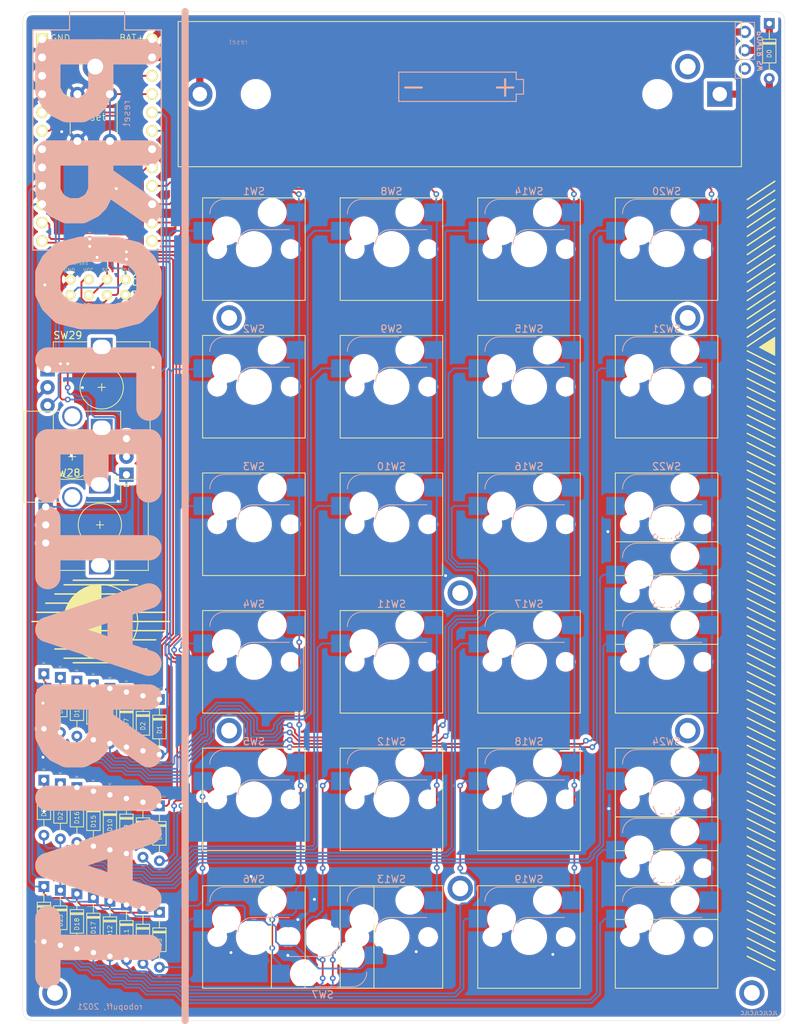
<source format=kicad_pcb>
(kicad_pcb (version 20171130) (host pcbnew "(5.1.10-1-10_14)")
  (layers (0 F.Cu signal) (31 B.Cu signal) (34 B.Paste user) (35 F.Paste user) (36 B.SilkS user) (37 F.SilkS user) (38 B.Mask user) (39 F.Mask user) (44 Edge.Cuts user))
  (net 0 "")
  (net 1 "Net-(D1-Pad2)")
  (net 2 COL0)
  (net 3 ROW0)
  (net 4 "Net-(D2-Pad2)")
  (net 5 COL1)
  (net 6 "Net-(D3-Pad2)")
  (net 7 COL2)
  (net 8 "Net-(D4-Pad2)")
  (net 9 COL3)
  (net 10 "Net-(D5-Pad2)")
  (net 11 COL4)
  (net 12 "Net-(D6-Pad2)")
  (net 13 COL5)
  (net 14 "Net-(D7-Pad2)")
  (net 15 "Net-(D8-Pad2)")
  (net 16 "Net-(D9-Pad2)")
  (net 17 "Net-(D10-Pad2)")
  (net 18 "Net-(D11-Pad2)")
  (net 19 "Net-(D12-Pad2)")
  (net 20 "Net-(D13-Pad2)")
  (net 21 "Net-(D14-Pad2)")
  (net 22 "Net-(D15-Pad2)")
  (net 23 "Net-(D16-Pad2)")
  (net 24 "Net-(D17-Pad2)")
  (net 25 "Net-(D18-Pad2)")
  (net 26 "Net-(D19-Pad2)")
  (net 27 "Net-(D20-Pad2)")
  (net 28 "Net-(D21-Pad2)")
  (net 29 "Net-(D22-Pad2)")
  (net 30 "Net-(D23-Pad2)")
  (net 31 "Net-(D24-Pad2)")
  (net 32 ROW1)
  (net 33 ROW2)
  (net 34 ROW3)
  (net 35 GND)
  (net 36 VCC)
  (net 37 SCL)
  (net 38 SDA)
  (net 39 +VDC)
  (net 40 -VDC)
  (net 41 "Net-(BT1-Pad1)")
  (net 42 "Net-(D0-Pad1)")
  (net 43 RE0A)
  (net 44 RE0B)
  (net 45 RE1A)
  (net 46 RE1B)
  (net 47 RST)
  (module 0_Proletariat:Diode_keyboard (layer F.Cu) (at 147.193 30.861 270)
    (fp_text reference D0 (at 4.191 0 90) (layer F.SilkS) (effects (font (size 0.6 0.6) (thickness 0.08))))
    (fp_text value D)
    (fp_text user K (at 0 1.016) (layer F.SilkS) (effects (font (size 0.4 0.4) (thickness 0.04))))
    (pad 2 thru_hole oval (at 7.62 0 270) (size 1.5 1.5) (drill 0.75) (layers *.Cu *.Mask) (net 41 "Net-(BT1-Pad1)"))
    (pad 1 thru_hole rect (at 0 0 270) (size 1.5 1.5) (drill 0.75) (layers *.Cu *.Mask) (net 42 "Net-(D0-Pad1)"))
  )
  (module 0_Proletariat:SW_SLIDE_SPDT_HORIZONTAL (layer B.Cu) (at 143.764 34.6202)
    (fp_text reference SW30 hide)
    (fp_text value SW_SPDT)
    (pad 1 thru_hole oval (at 0.0508 2.4892) (size 1.7 1.7) (drill 1) (layers *.Cu *.Mask))
    (pad 2 thru_hole oval (at 0.0508 -0.0508) (size 1.7 1.7) (drill 1) (layers *.Cu *.Mask) (net 42 "Net-(D0-Pad1)"))
    (pad 3 thru_hole oval (at 0.0508 -2.5908) (size 1.7 1.7) (drill 1) (layers *.Cu *.Mask) (net 39 +VDC))
  )
  (module kbd:OLED_v2 (layer F.Cu) (at 54.229 68.453)
    (fp_text reference OL2)
    (fp_text value OLED hide)
    (fp_text user OLED (at 5.461 -1.143 90) (layer F.SilkS))
    (pad 4 thru_hole circle (at 3.81 0) (size 1.397 1.397) (drill 0.8128) (layers *.Cu F.SilkS B.Mask) (net 35 GND))
    (pad 3 thru_hole circle (at 1.27 0) (size 1.397 1.397) (drill 0.8128) (layers *.Cu F.SilkS B.Mask) (net 36 VCC))
    (pad 2 thru_hole circle (at -1.27 0) (size 1.397 1.397) (drill 0.8128) (layers *.Cu F.SilkS B.Mask) (net 37 SCL))
    (pad 1 thru_hole circle (at -3.81 0) (size 1.397 1.397) (drill 0.8128) (layers *.Cu F.SilkS B.Mask) (net 38 SDA))
  )
  (module kbd:OLED_v2 (layer F.Cu) (at 54.229 66.294 180)
    (fp_text reference OL1)
    (fp_text value OLED hide)
    (pad 4 thru_hole circle (at 3.81 0 180) (size 1.397 1.397) (drill 0.8128) (layers *.Cu F.SilkS B.Mask) (net 35 GND))
    (pad 3 thru_hole circle (at 1.27 0 180) (size 1.397 1.397) (drill 0.8128) (layers *.Cu F.SilkS B.Mask) (net 36 VCC))
    (pad 2 thru_hole circle (at -1.27 0 180) (size 1.397 1.397) (drill 0.8128) (layers *.Cu F.SilkS B.Mask) (net 37 SCL))
    (pad 1 thru_hole circle (at -3.81 0 180) (size 1.397 1.397) (drill 0.8128) (layers *.Cu F.SilkS B.Mask) (net 38 SDA))
  )
  (module Rotary_Encoder:RotaryEncoder_Alps_EC12E_Vertical_H20mm (layer F.Cu) (at 47.244 78.74)
    (fp_text reference SW29 (at 2.8 -4.7) (layer F.SilkS))
    (fp_text value Rotary_Encoder)
    (pad A thru_hole rect (at 0 0) (size 2 2) (drill 1) (layers *.Cu *.Mask) (net 45 RE1A))
    (pad C thru_hole circle (at 0 2.5) (size 2 2) (drill 1) (layers *.Cu *.Mask) (net 35 GND))
    (pad B thru_hole circle (at 0 5) (size 2 2) (drill 1) (layers *.Cu *.Mask) (net 46 RE1B))
    (pad MP thru_hole rect (at 7.5 -3.1) (size 3 2.5) (drill oval 2.5 2) (layers *.Cu *.Mask))
    (pad MP thru_hole rect (at 7.5 8.1) (size 3 2.5) (drill oval 2.5 2) (layers *.Cu *.Mask))
  )
  (module Rotary_Encoder:RotaryEncoder_Alps_EC12E_Vertical_H20mm (layer F.Cu) (at 46.99 97.79)
    (fp_text reference SW28 (at 2.8 -4.7) (layer F.SilkS))
    (fp_text value Rotary_Encoder)
    (pad A thru_hole rect (at 0 0) (size 2 2) (drill 1) (layers *.Cu *.Mask) (net 43 RE0A))
    (pad C thru_hole circle (at 0 2.5) (size 2 2) (drill 1) (layers *.Cu *.Mask) (net 35 GND))
    (pad B thru_hole circle (at 0 5) (size 2 2) (drill 1) (layers *.Cu *.Mask) (net 44 RE0B))
    (pad MP thru_hole rect (at 7.5 -3.1) (size 3 2.5) (drill oval 2.5 2) (layers *.Cu *.Mask))
    (pad MP thru_hole rect (at 7.5 8.1) (size 3 2.5) (drill oval 2.5 2) (layers *.Cu *.Mask))
  )
  (module Rotary_Encoder:RotaryEncoder_Alps_EC12E_Vertical_H20mm_CircularMountingHoles (layer F.Cu) (at 58.166 93.345 180)
    (fp_text reference SW32 hide)
    (fp_text value Rotary_Encoder)
    (pad A thru_hole rect (at 0 0 180) (size 2 2) (drill 1) (layers *.Cu *.Mask) (net 43 RE0A))
    (pad C thru_hole circle (at 0 2.5 180) (size 2 2) (drill 1) (layers *.Cu *.Mask) (net 35 GND))
    (pad B thru_hole circle (at 0 5 180) (size 2 2) (drill 1) (layers *.Cu *.Mask) (net 44 RE0B))
    (pad MP thru_hole circle (at 7.5 -3.1 180) (size 2.8 2.8) (drill 2.2) (layers *.Cu *.Mask))
    (pad MP thru_hole circle (at 7.5 8.1 180) (size 2.8 2.8) (drill 2.2) (layers *.Cu *.Mask))
  )
  (module Button_Switch_THT:SW_PUSH_6mm_H4.3mm (layer F.Cu) (at 55.88 40.64 270)
    (fp_text reference SW31 hide)
    (fp_text value SW_Push)
    (pad 1 thru_hole circle (at 6.5 0) (size 2 2) (drill 1.1) (layers *.Cu *.Mask) (net 47 RST))
    (pad 2 thru_hole circle (at 6.5 4.5) (size 2 2) (drill 1.1) (layers *.Cu *.Mask) (net 35 GND))
    (pad 1 thru_hole circle (at 0 0) (size 2 2) (drill 1.1) (layers *.Cu *.Mask) (net 47 RST))
    (pad 2 thru_hole circle (at 0 4.5) (size 2 2) (drill 1.1) (layers *.Cu *.Mask) (net 35 GND))
  )
  (module 0_Proletariat:Diode_keyboard (layer F.Cu) (at 46.736 135.636 270)
    (fp_text reference D22 (at 4.191 0 90) (layer F.SilkS) (effects (font (size 0.6 0.6) (thickness 0.08))))
    (fp_text value D)
    (fp_text user K (at -1.524 0 270) (layer F.SilkS) (effects (font (size 0.4 0.4) (thickness 0.04))))
    (pad 2 thru_hole oval (at 7.62 0 270) (size 1.5 1.5) (drill 0.75) (layers *.Cu *.Mask) (net 29 "Net-(D22-Pad2)"))
    (pad 1 thru_hole rect (at 0 0 270) (size 1.5 1.5) (drill 0.75) (layers *.Cu *.Mask) (net 9 COL3))
  )
  (module 0_Proletariat:Diode_keyboard (layer F.Cu) (at 46.736 150.368 270)
    (fp_text reference D24 (at 4.191 0 90) (layer F.SilkS) (effects (font (size 0.6 0.6) (thickness 0.08))))
    (fp_text value D)
    (fp_text user K (at -1.524 0 270) (layer F.SilkS) (effects (font (size 0.4 0.4) (thickness 0.04))))
    (pad 2 thru_hole oval (at 7.62 0 270) (size 1.5 1.5) (drill 0.75) (layers *.Cu *.Mask) (net 31 "Net-(D24-Pad2)"))
    (pad 1 thru_hole rect (at 0 0 270) (size 1.5 1.5) (drill 0.75) (layers *.Cu *.Mask) (net 13 COL5))
  )
  (module 0_Proletariat:Diode_keyboard (layer F.Cu) (at 49.022 150.876 270)
    (fp_text reference D23 (at 4.191 0 90) (layer F.SilkS) (effects (font (size 0.6 0.6) (thickness 0.08))))
    (fp_text value D)
    (fp_text user K (at -1.524 0 270) (layer F.SilkS) (effects (font (size 0.4 0.4) (thickness 0.04))))
    (pad 2 thru_hole oval (at 7.62 0 270) (size 1.5 1.5) (drill 0.75) (layers *.Cu *.Mask) (net 30 "Net-(D23-Pad2)"))
    (pad 1 thru_hole rect (at 0 0 270) (size 1.5 1.5) (drill 0.75) (layers *.Cu *.Mask) (net 11 COL4))
  )
  (module 0_Proletariat:Diode_keyboard (layer F.Cu) (at 49.022 136.144 270)
    (fp_text reference D21 (at 4.191 0 90) (layer F.SilkS) (effects (font (size 0.6 0.6) (thickness 0.08))))
    (fp_text value D)
    (fp_text user K (at -1.524 0 270) (layer F.SilkS) (effects (font (size 0.4 0.4) (thickness 0.04))))
    (pad 2 thru_hole oval (at 7.62 0 270) (size 1.5 1.5) (drill 0.75) (layers *.Cu *.Mask) (net 28 "Net-(D21-Pad2)"))
    (pad 1 thru_hole rect (at 0 0 270) (size 1.5 1.5) (drill 0.75) (layers *.Cu *.Mask) (net 7 COL2))
  )
  (module 0_Proletariat:Diode_keyboard (layer F.Cu) (at 46.736 120.904 270)
    (fp_text reference D20 (at 4.191 0 90) (layer F.SilkS) (effects (font (size 0.6 0.6) (thickness 0.08))))
    (fp_text value D)
    (fp_text user K (at -1.524 0 270) (layer F.SilkS) (effects (font (size 0.4 0.4) (thickness 0.04))))
    (pad 2 thru_hole oval (at 7.62 0 270) (size 1.5 1.5) (drill 0.75) (layers *.Cu *.Mask) (net 27 "Net-(D20-Pad2)"))
    (pad 1 thru_hole rect (at 0 0 270) (size 1.5 1.5) (drill 0.75) (layers *.Cu *.Mask) (net 5 COL1))
  )
  (module 0_Proletariat:Diode_keyboard (layer F.Cu) (at 49.022 121.412 270)
    (fp_text reference D19 (at 4.191 0 90) (layer F.SilkS) (effects (font (size 0.6 0.6) (thickness 0.08))))
    (fp_text value D)
    (fp_text user K (at -1.524 0 270) (layer F.SilkS) (effects (font (size 0.4 0.4) (thickness 0.04))))
    (pad 2 thru_hole oval (at 7.62 0 270) (size 1.5 1.5) (drill 0.75) (layers *.Cu *.Mask) (net 26 "Net-(D19-Pad2)"))
    (pad 1 thru_hole rect (at 0 0 270) (size 1.5 1.5) (drill 0.75) (layers *.Cu *.Mask) (net 2 COL0))
  )
  (module 0_Proletariat:Diode_keyboard (layer F.Cu) (at 51.308 151.384 270)
    (fp_text reference D18 (at 4.191 0 90) (layer F.SilkS) (effects (font (size 0.6 0.6) (thickness 0.08))))
    (fp_text value D)
    (fp_text user K (at -1.524 0 270) (layer F.SilkS) (effects (font (size 0.4 0.4) (thickness 0.04))))
    (pad 2 thru_hole oval (at 7.62 0 270) (size 1.5 1.5) (drill 0.75) (layers *.Cu *.Mask) (net 25 "Net-(D18-Pad2)"))
    (pad 1 thru_hole rect (at 0 0 270) (size 1.5 1.5) (drill 0.75) (layers *.Cu *.Mask) (net 13 COL5))
  )
  (module 0_Proletariat:Diode_keyboard (layer F.Cu) (at 53.594 151.892 270)
    (fp_text reference D17 (at 4.191 0 90) (layer F.SilkS) (effects (font (size 0.6 0.6) (thickness 0.08))))
    (fp_text value D)
    (fp_text user K (at -1.524 0 270) (layer F.SilkS) (effects (font (size 0.4 0.4) (thickness 0.04))))
    (pad 2 thru_hole oval (at 7.62 0 270) (size 1.5 1.5) (drill 0.75) (layers *.Cu *.Mask) (net 24 "Net-(D17-Pad2)"))
    (pad 1 thru_hole rect (at 0 0 270) (size 1.5 1.5) (drill 0.75) (layers *.Cu *.Mask) (net 11 COL4))
  )
  (module 0_Proletariat:Diode_keyboard (layer F.Cu) (at 51.308 136.652 270)
    (fp_text reference D16 (at 4.191 0 90) (layer F.SilkS) (effects (font (size 0.6 0.6) (thickness 0.08))))
    (fp_text value D)
    (fp_text user K (at -1.524 0 270) (layer F.SilkS) (effects (font (size 0.4 0.4) (thickness 0.04))))
    (pad 2 thru_hole oval (at 7.62 0 270) (size 1.5 1.5) (drill 0.75) (layers *.Cu *.Mask) (net 23 "Net-(D16-Pad2)"))
    (pad 1 thru_hole rect (at 0 0 270) (size 1.5 1.5) (drill 0.75) (layers *.Cu *.Mask) (net 9 COL3))
  )
  (module 0_Proletariat:Diode_keyboard (layer F.Cu) (at 53.594 137.16 270)
    (fp_text reference D15 (at 4.191 0 90) (layer F.SilkS) (effects (font (size 0.6 0.6) (thickness 0.08))))
    (fp_text value D)
    (fp_text user K (at -1.524 0 270) (layer F.SilkS) (effects (font (size 0.4 0.4) (thickness 0.04))))
    (pad 2 thru_hole oval (at 7.62 0 270) (size 1.5 1.5) (drill 0.75) (layers *.Cu *.Mask) (net 22 "Net-(D15-Pad2)"))
    (pad 1 thru_hole rect (at 0 0 270) (size 1.5 1.5) (drill 0.75) (layers *.Cu *.Mask) (net 7 COL2))
  )
  (module 0_Proletariat:Diode_keyboard (layer F.Cu) (at 51.308 121.92 270)
    (fp_text reference D14 (at 4.191 0 90) (layer F.SilkS) (effects (font (size 0.6 0.6) (thickness 0.08))))
    (fp_text value D)
    (fp_text user K (at -1.524 0 270) (layer F.SilkS) (effects (font (size 0.4 0.4) (thickness 0.04))))
    (pad 2 thru_hole oval (at 7.62 0 270) (size 1.5 1.5) (drill 0.75) (layers *.Cu *.Mask) (net 21 "Net-(D14-Pad2)"))
    (pad 1 thru_hole rect (at 0 0 270) (size 1.5 1.5) (drill 0.75) (layers *.Cu *.Mask) (net 5 COL1))
  )
  (module 0_Proletariat:Diode_keyboard (layer F.Cu) (at 53.594 122.428 270)
    (fp_text reference D13 (at 4.191 0 90) (layer F.SilkS) (effects (font (size 0.6 0.6) (thickness 0.08))))
    (fp_text value D)
    (fp_text user K (at -1.524 0 270) (layer F.SilkS) (effects (font (size 0.4 0.4) (thickness 0.04))))
    (pad 2 thru_hole oval (at 7.62 0 270) (size 1.5 1.5) (drill 0.75) (layers *.Cu *.Mask) (net 20 "Net-(D13-Pad2)"))
    (pad 1 thru_hole rect (at 0 0 270) (size 1.5 1.5) (drill 0.75) (layers *.Cu *.Mask) (net 2 COL0))
  )
  (module 0_Proletariat:Diode_keyboard (layer F.Cu) (at 55.88 152.4 270)
    (fp_text reference D12 (at 4.191 0 90) (layer F.SilkS) (effects (font (size 0.6 0.6) (thickness 0.08))))
    (fp_text value D)
    (fp_text user K (at -1.524 0 270) (layer F.SilkS) (effects (font (size 0.4 0.4) (thickness 0.04))))
    (pad 2 thru_hole oval (at 7.62 0 270) (size 1.5 1.5) (drill 0.75) (layers *.Cu *.Mask) (net 19 "Net-(D12-Pad2)"))
    (pad 1 thru_hole rect (at 0 0 270) (size 1.5 1.5) (drill 0.75) (layers *.Cu *.Mask) (net 13 COL5))
  )
  (module 0_Proletariat:Diode_keyboard (layer F.Cu) (at 58.166 152.908 270)
    (fp_text reference D11 (at 4.191 0 90) (layer F.SilkS) (effects (font (size 0.6 0.6) (thickness 0.08))))
    (fp_text value D)
    (fp_text user K (at -1.524 0 270) (layer F.SilkS) (effects (font (size 0.4 0.4) (thickness 0.04))))
    (pad 2 thru_hole oval (at 7.62 0 270) (size 1.5 1.5) (drill 0.75) (layers *.Cu *.Mask) (net 18 "Net-(D11-Pad2)"))
    (pad 1 thru_hole rect (at 0 0 270) (size 1.5 1.5) (drill 0.75) (layers *.Cu *.Mask) (net 11 COL4))
  )
  (module 0_Proletariat:Diode_keyboard (layer F.Cu) (at 55.88 137.668 270)
    (fp_text reference D10 (at 4.191 0 90) (layer F.SilkS) (effects (font (size 0.6 0.6) (thickness 0.08))))
    (fp_text value D)
    (fp_text user K (at -1.524 0 270) (layer F.SilkS) (effects (font (size 0.4 0.4) (thickness 0.04))))
    (pad 2 thru_hole oval (at 7.62 0 270) (size 1.5 1.5) (drill 0.75) (layers *.Cu *.Mask) (net 17 "Net-(D10-Pad2)"))
    (pad 1 thru_hole rect (at 0 0 270) (size 1.5 1.5) (drill 0.75) (layers *.Cu *.Mask) (net 9 COL3))
  )
  (module 0_Proletariat:Diode_keyboard (layer F.Cu) (at 58.166 138.176 270)
    (fp_text reference D9 (at 4.191 0 90) (layer F.SilkS) (effects (font (size 0.6 0.6) (thickness 0.08))))
    (fp_text value D)
    (fp_text user K (at -1.524 0 270) (layer F.SilkS) (effects (font (size 0.4 0.4) (thickness 0.04))))
    (pad 2 thru_hole oval (at 7.62 0 270) (size 1.5 1.5) (drill 0.75) (layers *.Cu *.Mask) (net 16 "Net-(D9-Pad2)"))
    (pad 1 thru_hole rect (at 0 0 270) (size 1.5 1.5) (drill 0.75) (layers *.Cu *.Mask) (net 7 COL2))
  )
  (module 0_Proletariat:Diode_keyboard (layer F.Cu) (at 55.88 122.936 270)
    (fp_text reference D8 (at 4.191 0 90) (layer F.SilkS) (effects (font (size 0.6 0.6) (thickness 0.08))))
    (fp_text value D)
    (fp_text user K (at -1.524 0 270) (layer F.SilkS) (effects (font (size 0.4 0.4) (thickness 0.04))))
    (pad 2 thru_hole oval (at 7.62 0 270) (size 1.5 1.5) (drill 0.75) (layers *.Cu *.Mask) (net 15 "Net-(D8-Pad2)"))
    (pad 1 thru_hole rect (at 0 0 270) (size 1.5 1.5) (drill 0.75) (layers *.Cu *.Mask) (net 5 COL1))
  )
  (module 0_Proletariat:Diode_keyboard (layer F.Cu) (at 58.166 123.444 270)
    (fp_text reference D7 (at 4.191 0 90) (layer F.SilkS) (effects (font (size 0.6 0.6) (thickness 0.08))))
    (fp_text value D)
    (fp_text user K (at -1.524 0 270) (layer F.SilkS) (effects (font (size 0.4 0.4) (thickness 0.04))))
    (pad 2 thru_hole oval (at 7.62 0 270) (size 1.5 1.5) (drill 0.75) (layers *.Cu *.Mask) (net 14 "Net-(D7-Pad2)"))
    (pad 1 thru_hole rect (at 0 0 270) (size 1.5 1.5) (drill 0.75) (layers *.Cu *.Mask) (net 2 COL0))
  )
  (module 0_Proletariat:Diode_keyboard (layer F.Cu) (at 60.452 153.416 270)
    (fp_text reference D6 (at 4.191 0 90) (layer F.SilkS) (effects (font (size 0.6 0.6) (thickness 0.08))))
    (fp_text value D)
    (fp_text user K (at -1.524 0 270) (layer F.SilkS) (effects (font (size 0.4 0.4) (thickness 0.04))))
    (pad 2 thru_hole oval (at 7.62 0 270) (size 1.5 1.5) (drill 0.75) (layers *.Cu *.Mask) (net 12 "Net-(D6-Pad2)"))
    (pad 1 thru_hole rect (at 0 0 270) (size 1.5 1.5) (drill 0.75) (layers *.Cu *.Mask) (net 13 COL5))
  )
  (module 0_Proletariat:Diode_keyboard (layer F.Cu) (at 62.738 153.924 270)
    (fp_text reference D5 (at 4.191 0 90) (layer F.SilkS) (effects (font (size 0.6 0.6) (thickness 0.08))))
    (fp_text value D)
    (fp_text user K (at -1.524 0 270) (layer F.SilkS) (effects (font (size 0.4 0.4) (thickness 0.04))))
    (pad 2 thru_hole oval (at 7.62 0 270) (size 1.5 1.5) (drill 0.75) (layers *.Cu *.Mask) (net 10 "Net-(D5-Pad2)"))
    (pad 1 thru_hole rect (at 0 0 270) (size 1.5 1.5) (drill 0.75) (layers *.Cu *.Mask) (net 11 COL4))
  )
  (module 0_Proletariat:Diode_keyboard (layer F.Cu) (at 60.452 138.684 270)
    (fp_text reference D4 (at 4.191 0 90) (layer F.SilkS) (effects (font (size 0.6 0.6) (thickness 0.08))))
    (fp_text value D)
    (fp_text user K (at -1.524 0 270) (layer F.SilkS) (effects (font (size 0.4 0.4) (thickness 0.04))))
    (pad 2 thru_hole oval (at 7.62 0 270) (size 1.5 1.5) (drill 0.75) (layers *.Cu *.Mask) (net 8 "Net-(D4-Pad2)"))
    (pad 1 thru_hole rect (at 0 0 270) (size 1.5 1.5) (drill 0.75) (layers *.Cu *.Mask) (net 9 COL3))
  )
  (module 0_Proletariat:Diode_keyboard (layer F.Cu) (at 62.738 139.192 270)
    (fp_text reference D3 (at 4.191 0 90) (layer F.SilkS) (effects (font (size 0.6 0.6) (thickness 0.08))))
    (fp_text value D)
    (fp_text user K (at -1.524 0 270) (layer F.SilkS) (effects (font (size 0.4 0.4) (thickness 0.04))))
    (pad 2 thru_hole oval (at 7.62 0 270) (size 1.5 1.5) (drill 0.75) (layers *.Cu *.Mask) (net 6 "Net-(D3-Pad2)"))
    (pad 1 thru_hole rect (at 0 0 270) (size 1.5 1.5) (drill 0.75) (layers *.Cu *.Mask) (net 7 COL2))
  )
  (module 0_Proletariat:Diode_keyboard (layer F.Cu) (at 60.452 123.952 270)
    (fp_text reference D2 (at 4.191 0 90) (layer F.SilkS) (effects (font (size 0.6 0.6) (thickness 0.08))))
    (fp_text value D)
    (fp_text user K (at -1.524 0 270) (layer F.SilkS) (effects (font (size 0.4 0.4) (thickness 0.04))))
    (pad 2 thru_hole oval (at 7.62 0 270) (size 1.5 1.5) (drill 0.75) (layers *.Cu *.Mask) (net 4 "Net-(D2-Pad2)"))
    (pad 1 thru_hole rect (at 0 0 270) (size 1.5 1.5) (drill 0.75) (layers *.Cu *.Mask) (net 5 COL1))
  )
  (module 0_Proletariat:Diode_keyboard (layer F.Cu) (at 62.738 124.46 270)
    (fp_text reference D1 (at 4.191 0 90) (layer F.SilkS) (effects (font (size 0.6 0.6) (thickness 0.08))))
    (fp_text value D)
    (fp_text user K (at -1.524 0 270) (layer F.SilkS) (effects (font (size 0.4 0.4) (thickness 0.04))))
    (pad 2 thru_hole oval (at 7.62 0 270) (size 1.5 1.5) (drill 0.75) (layers *.Cu *.Mask) (net 1 "Net-(D1-Pad2)"))
    (pad 1 thru_hole rect (at 0 0 270) (size 1.5 1.5) (drill 0.75) (layers *.Cu *.Mask) (net 2 COL0))
  )
  (module Switch_Keyboard_Kailh:SW_Hotswap_Kailh_1.00u (layer F.Cu) (at 75.819 81.153)
    (fp_text reference SW2 (at 0 -8) (layer B.SilkS) (effects (justify mirror)))
    (fp_text value SW_Push)
    (pad 2 smd rect (at 5.842 -5.08) (size 2.55 2.5) (layers B.Cu B.Paste B.Mask) (net 3 ROW0))
    (pad 1 smd rect (at -7.085 -2.54) (size 2.55 2.5) (layers B.Cu B.Paste B.Mask) (net 4 "Net-(D2-Pad2)"))
    (pad "" np_thru_hole circle (at 5.08 0) (size 1.75 1.75) (drill 1.75) (layers *.Cu *.Mask))
    (pad "" np_thru_hole circle (at -5.08 0) (size 1.75 1.75) (drill 1.75) (layers *.Cu *.Mask))
    (pad "" np_thru_hole circle (at 0 0) (size 4 4) (drill 4) (layers *.Cu *.Mask))
    (pad "" np_thru_hole circle (at 2.54 -5.08) (size 3 3) (drill 3) (layers *.Cu *.Mask))
    (pad "" np_thru_hole circle (at -3.81 -2.54) (size 3 3) (drill 3) (layers *.Cu *.Mask))
  )
  (module Switch_Keyboard_Kailh:SW_Hotswap_Kailh_1.00u (layer F.Cu) (at 75.819 100.203)
    (fp_text reference SW3 (at 0 -8) (layer B.SilkS) (effects (justify mirror)))
    (fp_text value SW_Push)
    (pad 2 smd rect (at 5.842 -5.08) (size 2.55 2.5) (layers B.Cu B.Paste B.Mask) (net 3 ROW0))
    (pad 1 smd rect (at -7.085 -2.54) (size 2.55 2.5) (layers B.Cu B.Paste B.Mask) (net 6 "Net-(D3-Pad2)"))
    (pad "" np_thru_hole circle (at 5.08 0) (size 1.75 1.75) (drill 1.75) (layers *.Cu *.Mask))
    (pad "" np_thru_hole circle (at -5.08 0) (size 1.75 1.75) (drill 1.75) (layers *.Cu *.Mask))
    (pad "" np_thru_hole circle (at 0 0) (size 4 4) (drill 4) (layers *.Cu *.Mask))
    (pad "" np_thru_hole circle (at 2.54 -5.08) (size 3 3) (drill 3) (layers *.Cu *.Mask))
    (pad "" np_thru_hole circle (at -3.81 -2.54) (size 3 3) (drill 3) (layers *.Cu *.Mask))
  )
  (module Switch_Keyboard_Kailh:SW_Hotswap_Kailh_1.00u (layer F.Cu) (at 75.819 119.253)
    (fp_text reference SW4 (at 0 -8) (layer B.SilkS) (effects (justify mirror)))
    (fp_text value SW_Push)
    (pad 2 smd rect (at 5.842 -5.08) (size 2.55 2.5) (layers B.Cu B.Paste B.Mask) (net 3 ROW0))
    (pad 1 smd rect (at -7.085 -2.54) (size 2.55 2.5) (layers B.Cu B.Paste B.Mask) (net 8 "Net-(D4-Pad2)"))
    (pad "" np_thru_hole circle (at 5.08 0) (size 1.75 1.75) (drill 1.75) (layers *.Cu *.Mask))
    (pad "" np_thru_hole circle (at -5.08 0) (size 1.75 1.75) (drill 1.75) (layers *.Cu *.Mask))
    (pad "" np_thru_hole circle (at 0 0) (size 4 4) (drill 4) (layers *.Cu *.Mask))
    (pad "" np_thru_hole circle (at 2.54 -5.08) (size 3 3) (drill 3) (layers *.Cu *.Mask))
    (pad "" np_thru_hole circle (at -3.81 -2.54) (size 3 3) (drill 3) (layers *.Cu *.Mask))
  )
  (module Switch_Keyboard_Kailh:SW_Hotswap_Kailh_1.00u (layer F.Cu) (at 75.819 138.303)
    (fp_text reference SW5 (at 0 -8) (layer B.SilkS) (effects (justify mirror)))
    (fp_text value SW_Push)
    (pad 2 smd rect (at 5.842 -5.08) (size 2.55 2.5) (layers B.Cu B.Paste B.Mask) (net 3 ROW0))
    (pad 1 smd rect (at -7.085 -2.54) (size 2.55 2.5) (layers B.Cu B.Paste B.Mask) (net 10 "Net-(D5-Pad2)"))
    (pad "" np_thru_hole circle (at 5.08 0) (size 1.75 1.75) (drill 1.75) (layers *.Cu *.Mask))
    (pad "" np_thru_hole circle (at -5.08 0) (size 1.75 1.75) (drill 1.75) (layers *.Cu *.Mask))
    (pad "" np_thru_hole circle (at 0 0) (size 4 4) (drill 4) (layers *.Cu *.Mask))
    (pad "" np_thru_hole circle (at 2.54 -5.08) (size 3 3) (drill 3) (layers *.Cu *.Mask))
    (pad "" np_thru_hole circle (at -3.81 -2.54) (size 3 3) (drill 3) (layers *.Cu *.Mask))
  )
  (module Switch_Keyboard_Kailh:SW_Hotswap_Kailh_1.00u (layer F.Cu) (at 75.819 157.353)
    (fp_text reference SW6 (at 0 -8) (layer B.SilkS) (effects (justify mirror)))
    (fp_text value SW_Push)
    (pad 2 smd rect (at 5.842 -5.08) (size 2.55 2.5) (layers B.Cu B.Paste B.Mask) (net 3 ROW0))
    (pad 1 smd rect (at -7.085 -2.54) (size 2.55 2.5) (layers B.Cu B.Paste B.Mask) (net 12 "Net-(D6-Pad2)"))
    (pad "" np_thru_hole circle (at 5.08 0) (size 1.75 1.75) (drill 1.75) (layers *.Cu *.Mask))
    (pad "" np_thru_hole circle (at -5.08 0) (size 1.75 1.75) (drill 1.75) (layers *.Cu *.Mask))
    (pad "" np_thru_hole circle (at 0 0) (size 4 4) (drill 4) (layers *.Cu *.Mask))
    (pad "" np_thru_hole circle (at 2.54 -5.08) (size 3 3) (drill 3) (layers *.Cu *.Mask))
    (pad "" np_thru_hole circle (at -3.81 -2.54) (size 3 3) (drill 3) (layers *.Cu *.Mask))
  )
  (module Switch_Keyboard_Kailh:SW_Hotswap_Kailh_2.00u (layer F.Cu) (at 85.344 157.353 180)
    (fp_text reference SW7 (at 0 -8) (layer B.SilkS) (effects (justify mirror)))
    (fp_text value SW_Push)
    (pad 2 smd rect (at 5.842 -5.08 180) (size 2.55 2.5) (layers B.Cu B.Paste B.Mask) (net 3 ROW0))
    (pad 1 smd rect (at -7.085 -2.54 180) (size 2.55 2.5) (layers B.Cu B.Paste B.Mask) (net 12 "Net-(D6-Pad2)"))
    (pad "" np_thru_hole circle (at 5.08 0 180) (size 1.75 1.75) (drill 1.75) (layers *.Cu *.Mask))
    (pad "" np_thru_hole circle (at -5.08 0 180) (size 1.75 1.75) (drill 1.75) (layers *.Cu *.Mask))
    (pad "" np_thru_hole circle (at 0 0 180) (size 4 4) (drill 4) (layers *.Cu *.Mask))
    (pad "" np_thru_hole circle (at 2.54 -5.08 180) (size 3 3) (drill 3) (layers *.Cu *.Mask))
    (pad "" np_thru_hole circle (at -3.81 -2.54 180) (size 3 3) (drill 3) (layers *.Cu *.Mask))
  )
  (module Switch_Keyboard_Kailh:SW_Hotswap_Kailh_1.00u (layer F.Cu) (at 94.869 62.103)
    (fp_text reference SW8 (at 0 -8) (layer B.SilkS) (effects (justify mirror)))
    (fp_text value SW_Push)
    (pad 2 smd rect (at 5.842 -5.08) (size 2.55 2.5) (layers B.Cu B.Paste B.Mask) (net 32 ROW1))
    (pad 1 smd rect (at -7.085 -2.54) (size 2.55 2.5) (layers B.Cu B.Paste B.Mask) (net 14 "Net-(D7-Pad2)"))
    (pad "" np_thru_hole circle (at 5.08 0) (size 1.75 1.75) (drill 1.75) (layers *.Cu *.Mask))
    (pad "" np_thru_hole circle (at -5.08 0) (size 1.75 1.75) (drill 1.75) (layers *.Cu *.Mask))
    (pad "" np_thru_hole circle (at 0 0) (size 4 4) (drill 4) (layers *.Cu *.Mask))
    (pad "" np_thru_hole circle (at 2.54 -5.08) (size 3 3) (drill 3) (layers *.Cu *.Mask))
    (pad "" np_thru_hole circle (at -3.81 -2.54) (size 3 3) (drill 3) (layers *.Cu *.Mask))
  )
  (module Switch_Keyboard_Kailh:SW_Hotswap_Kailh_1.00u (layer F.Cu) (at 94.869 81.153)
    (fp_text reference SW9 (at 0 -8) (layer B.SilkS) (effects (justify mirror)))
    (fp_text value SW_Push)
    (pad 2 smd rect (at 5.842 -5.08) (size 2.55 2.5) (layers B.Cu B.Paste B.Mask) (net 32 ROW1))
    (pad 1 smd rect (at -7.085 -2.54) (size 2.55 2.5) (layers B.Cu B.Paste B.Mask) (net 15 "Net-(D8-Pad2)"))
    (pad "" np_thru_hole circle (at 5.08 0) (size 1.75 1.75) (drill 1.75) (layers *.Cu *.Mask))
    (pad "" np_thru_hole circle (at -5.08 0) (size 1.75 1.75) (drill 1.75) (layers *.Cu *.Mask))
    (pad "" np_thru_hole circle (at 0 0) (size 4 4) (drill 4) (layers *.Cu *.Mask))
    (pad "" np_thru_hole circle (at 2.54 -5.08) (size 3 3) (drill 3) (layers *.Cu *.Mask))
    (pad "" np_thru_hole circle (at -3.81 -2.54) (size 3 3) (drill 3) (layers *.Cu *.Mask))
  )
  (module Switch_Keyboard_Kailh:SW_Hotswap_Kailh_1.00u (layer F.Cu) (at 94.869 100.203)
    (fp_text reference SW10 (at 0 -8) (layer B.SilkS) (effects (justify mirror)))
    (fp_text value SW_Push)
    (pad 2 smd rect (at 5.842 -5.08) (size 2.55 2.5) (layers B.Cu B.Paste B.Mask) (net 32 ROW1))
    (pad 1 smd rect (at -7.085 -2.54) (size 2.55 2.5) (layers B.Cu B.Paste B.Mask) (net 16 "Net-(D9-Pad2)"))
    (pad "" np_thru_hole circle (at 5.08 0) (size 1.75 1.75) (drill 1.75) (layers *.Cu *.Mask))
    (pad "" np_thru_hole circle (at -5.08 0) (size 1.75 1.75) (drill 1.75) (layers *.Cu *.Mask))
    (pad "" np_thru_hole circle (at 0 0) (size 4 4) (drill 4) (layers *.Cu *.Mask))
    (pad "" np_thru_hole circle (at 2.54 -5.08) (size 3 3) (drill 3) (layers *.Cu *.Mask))
    (pad "" np_thru_hole circle (at -3.81 -2.54) (size 3 3) (drill 3) (layers *.Cu *.Mask))
  )
  (module Switch_Keyboard_Kailh:SW_Hotswap_Kailh_1.00u (layer F.Cu) (at 94.869 157.353)
    (fp_text reference SW13 (at 0 -8) (layer B.SilkS) (effects (justify mirror)))
    (fp_text value SW_Push)
    (pad 2 smd rect (at 5.842 -5.08) (size 2.55 2.5) (layers B.Cu B.Paste B.Mask) (net 32 ROW1))
    (pad 1 smd rect (at -7.085 -2.54) (size 2.55 2.5) (layers B.Cu B.Paste B.Mask) (net 19 "Net-(D12-Pad2)"))
    (pad "" np_thru_hole circle (at 5.08 0) (size 1.75 1.75) (drill 1.75) (layers *.Cu *.Mask))
    (pad "" np_thru_hole circle (at -5.08 0) (size 1.75 1.75) (drill 1.75) (layers *.Cu *.Mask))
    (pad "" np_thru_hole circle (at 0 0) (size 4 4) (drill 4) (layers *.Cu *.Mask))
    (pad "" np_thru_hole circle (at 2.54 -5.08) (size 3 3) (drill 3) (layers *.Cu *.Mask))
    (pad "" np_thru_hole circle (at -3.81 -2.54) (size 3 3) (drill 3) (layers *.Cu *.Mask))
  )
  (module Switch_Keyboard_Kailh:SW_Hotswap_Kailh_1.00u (layer F.Cu) (at 113.919 62.103)
    (fp_text reference SW14 (at 0 -8) (layer B.SilkS) (effects (justify mirror)))
    (fp_text value SW_Push)
    (pad 2 smd rect (at 5.842 -5.08) (size 2.55 2.5) (layers B.Cu B.Paste B.Mask) (net 33 ROW2))
    (pad 1 smd rect (at -7.085 -2.54) (size 2.55 2.5) (layers B.Cu B.Paste B.Mask) (net 20 "Net-(D13-Pad2)"))
    (pad "" np_thru_hole circle (at 5.08 0) (size 1.75 1.75) (drill 1.75) (layers *.Cu *.Mask))
    (pad "" np_thru_hole circle (at -5.08 0) (size 1.75 1.75) (drill 1.75) (layers *.Cu *.Mask))
    (pad "" np_thru_hole circle (at 0 0) (size 4 4) (drill 4) (layers *.Cu *.Mask))
    (pad "" np_thru_hole circle (at 2.54 -5.08) (size 3 3) (drill 3) (layers *.Cu *.Mask))
    (pad "" np_thru_hole circle (at -3.81 -2.54) (size 3 3) (drill 3) (layers *.Cu *.Mask))
  )
  (module Switch_Keyboard_Kailh:SW_Hotswap_Kailh_1.00u (layer F.Cu) (at 113.919 81.153)
    (fp_text reference SW15 (at 0 -8) (layer B.SilkS) (effects (justify mirror)))
    (fp_text value SW_Push)
    (pad 2 smd rect (at 5.842 -5.08) (size 2.55 2.5) (layers B.Cu B.Paste B.Mask) (net 33 ROW2))
    (pad 1 smd rect (at -7.085 -2.54) (size 2.55 2.5) (layers B.Cu B.Paste B.Mask) (net 21 "Net-(D14-Pad2)"))
    (pad "" np_thru_hole circle (at 5.08 0) (size 1.75 1.75) (drill 1.75) (layers *.Cu *.Mask))
    (pad "" np_thru_hole circle (at -5.08 0) (size 1.75 1.75) (drill 1.75) (layers *.Cu *.Mask))
    (pad "" np_thru_hole circle (at 0 0) (size 4 4) (drill 4) (layers *.Cu *.Mask))
    (pad "" np_thru_hole circle (at 2.54 -5.08) (size 3 3) (drill 3) (layers *.Cu *.Mask))
    (pad "" np_thru_hole circle (at -3.81 -2.54) (size 3 3) (drill 3) (layers *.Cu *.Mask))
  )
  (module Switch_Keyboard_Kailh:SW_Hotswap_Kailh_1.00u (layer F.Cu) (at 113.919 100.203)
    (fp_text reference SW16 (at 0 -8) (layer B.SilkS) (effects (justify mirror)))
    (fp_text value SW_Push)
    (pad 2 smd rect (at 5.842 -5.08) (size 2.55 2.5) (layers B.Cu B.Paste B.Mask) (net 33 ROW2))
    (pad 1 smd rect (at -7.085 -2.54) (size 2.55 2.5) (layers B.Cu B.Paste B.Mask) (net 22 "Net-(D15-Pad2)"))
    (pad "" np_thru_hole circle (at 5.08 0) (size 1.75 1.75) (drill 1.75) (layers *.Cu *.Mask))
    (pad "" np_thru_hole circle (at -5.08 0) (size 1.75 1.75) (drill 1.75) (layers *.Cu *.Mask))
    (pad "" np_thru_hole circle (at 0 0) (size 4 4) (drill 4) (layers *.Cu *.Mask))
    (pad "" np_thru_hole circle (at 2.54 -5.08) (size 3 3) (drill 3) (layers *.Cu *.Mask))
    (pad "" np_thru_hole circle (at -3.81 -2.54) (size 3 3) (drill 3) (layers *.Cu *.Mask))
  )
  (module Switch_Keyboard_Kailh:SW_Hotswap_Kailh_1.00u (layer F.Cu) (at 113.919 119.253)
    (fp_text reference SW17 (at 0 -8) (layer B.SilkS) (effects (justify mirror)))
    (fp_text value SW_Push)
    (pad 2 smd rect (at 5.842 -5.08) (size 2.55 2.5) (layers B.Cu B.Paste B.Mask) (net 33 ROW2))
    (pad 1 smd rect (at -7.085 -2.54) (size 2.55 2.5) (layers B.Cu B.Paste B.Mask) (net 23 "Net-(D16-Pad2)"))
    (pad "" np_thru_hole circle (at 5.08 0) (size 1.75 1.75) (drill 1.75) (layers *.Cu *.Mask))
    (pad "" np_thru_hole circle (at -5.08 0) (size 1.75 1.75) (drill 1.75) (layers *.Cu *.Mask))
    (pad "" np_thru_hole circle (at 0 0) (size 4 4) (drill 4) (layers *.Cu *.Mask))
    (pad "" np_thru_hole circle (at 2.54 -5.08) (size 3 3) (drill 3) (layers *.Cu *.Mask))
    (pad "" np_thru_hole circle (at -3.81 -2.54) (size 3 3) (drill 3) (layers *.Cu *.Mask))
  )
  (module Switch_Keyboard_Kailh:SW_Hotswap_Kailh_1.00u (layer F.Cu) (at 113.919 138.303)
    (fp_text reference SW18 (at 0 -8) (layer B.SilkS) (effects (justify mirror)))
    (fp_text value SW_Push)
    (pad 2 smd rect (at 5.842 -5.08) (size 2.55 2.5) (layers B.Cu B.Paste B.Mask) (net 33 ROW2))
    (pad 1 smd rect (at -7.085 -2.54) (size 2.55 2.5) (layers B.Cu B.Paste B.Mask) (net 24 "Net-(D17-Pad2)"))
    (pad "" np_thru_hole circle (at 5.08 0) (size 1.75 1.75) (drill 1.75) (layers *.Cu *.Mask))
    (pad "" np_thru_hole circle (at -5.08 0) (size 1.75 1.75) (drill 1.75) (layers *.Cu *.Mask))
    (pad "" np_thru_hole circle (at 0 0) (size 4 4) (drill 4) (layers *.Cu *.Mask))
    (pad "" np_thru_hole circle (at 2.54 -5.08) (size 3 3) (drill 3) (layers *.Cu *.Mask))
    (pad "" np_thru_hole circle (at -3.81 -2.54) (size 3 3) (drill 3) (layers *.Cu *.Mask))
  )
  (module Switch_Keyboard_Kailh:SW_Hotswap_Kailh_1.00u (layer F.Cu) (at 113.919 157.353)
    (fp_text reference SW19 (at 0 -8) (layer B.SilkS) (effects (justify mirror)))
    (fp_text value SW_Push)
    (pad 2 smd rect (at 5.842 -5.08) (size 2.55 2.5) (layers B.Cu B.Paste B.Mask) (net 33 ROW2))
    (pad 1 smd rect (at -7.085 -2.54) (size 2.55 2.5) (layers B.Cu B.Paste B.Mask) (net 25 "Net-(D18-Pad2)"))
    (pad "" np_thru_hole circle (at 5.08 0) (size 1.75 1.75) (drill 1.75) (layers *.Cu *.Mask))
    (pad "" np_thru_hole circle (at -5.08 0) (size 1.75 1.75) (drill 1.75) (layers *.Cu *.Mask))
    (pad "" np_thru_hole circle (at 0 0) (size 4 4) (drill 4) (layers *.Cu *.Mask))
    (pad "" np_thru_hole circle (at 2.54 -5.08) (size 3 3) (drill 3) (layers *.Cu *.Mask))
    (pad "" np_thru_hole circle (at -3.81 -2.54) (size 3 3) (drill 3) (layers *.Cu *.Mask))
  )
  (module Switch_Keyboard_Kailh:SW_Hotswap_Kailh_1.00u (layer F.Cu) (at 132.969 62.103)
    (fp_text reference SW20 (at 0 -8) (layer B.SilkS) (effects (justify mirror)))
    (fp_text value SW_Push)
    (pad 2 smd rect (at 5.842 -5.08) (size 2.55 2.5) (layers B.Cu B.Paste B.Mask) (net 34 ROW3))
    (pad 1 smd rect (at -7.085 -2.54) (size 2.55 2.5) (layers B.Cu B.Paste B.Mask) (net 26 "Net-(D19-Pad2)"))
    (pad "" np_thru_hole circle (at 5.08 0) (size 1.75 1.75) (drill 1.75) (layers *.Cu *.Mask))
    (pad "" np_thru_hole circle (at -5.08 0) (size 1.75 1.75) (drill 1.75) (layers *.Cu *.Mask))
    (pad "" np_thru_hole circle (at 0 0) (size 4 4) (drill 4) (layers *.Cu *.Mask))
    (pad "" np_thru_hole circle (at 2.54 -5.08) (size 3 3) (drill 3) (layers *.Cu *.Mask))
    (pad "" np_thru_hole circle (at -3.81 -2.54) (size 3 3) (drill 3) (layers *.Cu *.Mask))
  )
  (module Switch_Keyboard_Kailh:SW_Hotswap_Kailh_1.00u (layer F.Cu) (at 132.969 81.153)
    (fp_text reference SW21 (at 0 -8) (layer B.SilkS) (effects (justify mirror)))
    (fp_text value SW_Push)
    (pad 2 smd rect (at 5.842 -5.08) (size 2.55 2.5) (layers B.Cu B.Paste B.Mask) (net 34 ROW3))
    (pad 1 smd rect (at -7.085 -2.54) (size 2.55 2.5) (layers B.Cu B.Paste B.Mask) (net 27 "Net-(D20-Pad2)"))
    (pad "" np_thru_hole circle (at 5.08 0) (size 1.75 1.75) (drill 1.75) (layers *.Cu *.Mask))
    (pad "" np_thru_hole circle (at -5.08 0) (size 1.75 1.75) (drill 1.75) (layers *.Cu *.Mask))
    (pad "" np_thru_hole circle (at 0 0) (size 4 4) (drill 4) (layers *.Cu *.Mask))
    (pad "" np_thru_hole circle (at 2.54 -5.08) (size 3 3) (drill 3) (layers *.Cu *.Mask))
    (pad "" np_thru_hole circle (at -3.81 -2.54) (size 3 3) (drill 3) (layers *.Cu *.Mask))
  )
  (module Switch_Keyboard_Kailh:SW_Hotswap_Kailh_1.00u (layer F.Cu) (at 132.969 100.203)
    (fp_text reference SW22 (at 0 -8) (layer B.SilkS) (effects (justify mirror)))
    (fp_text value SW_Push)
    (pad 2 smd rect (at 5.842 -5.08) (size 2.55 2.5) (layers B.Cu B.Paste B.Mask) (net 34 ROW3))
    (pad 1 smd rect (at -7.085 -2.54) (size 2.55 2.5) (layers B.Cu B.Paste B.Mask) (net 28 "Net-(D21-Pad2)"))
    (pad "" np_thru_hole circle (at 5.08 0) (size 1.75 1.75) (drill 1.75) (layers *.Cu *.Mask))
    (pad "" np_thru_hole circle (at -5.08 0) (size 1.75 1.75) (drill 1.75) (layers *.Cu *.Mask))
    (pad "" np_thru_hole circle (at 0 0) (size 4 4) (drill 4) (layers *.Cu *.Mask))
    (pad "" np_thru_hole circle (at 2.54 -5.08) (size 3 3) (drill 3) (layers *.Cu *.Mask))
    (pad "" np_thru_hole circle (at -3.81 -2.54) (size 3 3) (drill 3) (layers *.Cu *.Mask))
  )
  (module Switch_Keyboard_Kailh:SW_Hotswap_Kailh_1.00u (layer F.Cu) (at 132.969 119.253)
    (fp_text reference SW23 (at 0 -8) (layer B.SilkS) (effects (justify mirror)))
    (fp_text value SW_Push)
    (pad 2 smd rect (at 5.842 -5.08) (size 2.55 2.5) (layers B.Cu B.Paste B.Mask) (net 34 ROW3))
    (pad 1 smd rect (at -7.085 -2.54) (size 2.55 2.5) (layers B.Cu B.Paste B.Mask) (net 29 "Net-(D22-Pad2)"))
    (pad "" np_thru_hole circle (at 5.08 0) (size 1.75 1.75) (drill 1.75) (layers *.Cu *.Mask))
    (pad "" np_thru_hole circle (at -5.08 0) (size 1.75 1.75) (drill 1.75) (layers *.Cu *.Mask))
    (pad "" np_thru_hole circle (at 0 0) (size 4 4) (drill 4) (layers *.Cu *.Mask))
    (pad "" np_thru_hole circle (at 2.54 -5.08) (size 3 3) (drill 3) (layers *.Cu *.Mask))
    (pad "" np_thru_hole circle (at -3.81 -2.54) (size 3 3) (drill 3) (layers *.Cu *.Mask))
  )
  (module Switch_Keyboard_Kailh:SW_Hotswap_Kailh_1.00u (layer F.Cu) (at 132.969 138.303)
    (fp_text reference SW24 (at 0 -8) (layer B.SilkS) (effects (justify mirror)))
    (fp_text value SW_Push)
    (pad 2 smd rect (at 5.842 -5.08) (size 2.55 2.5) (layers B.Cu B.Paste B.Mask) (net 34 ROW3))
    (pad 1 smd rect (at -7.085 -2.54) (size 2.55 2.5) (layers B.Cu B.Paste B.Mask) (net 30 "Net-(D23-Pad2)"))
    (pad "" np_thru_hole circle (at 5.08 0) (size 1.75 1.75) (drill 1.75) (layers *.Cu *.Mask))
    (pad "" np_thru_hole circle (at -5.08 0) (size 1.75 1.75) (drill 1.75) (layers *.Cu *.Mask))
    (pad "" np_thru_hole circle (at 0 0) (size 4 4) (drill 4) (layers *.Cu *.Mask))
    (pad "" np_thru_hole circle (at 2.54 -5.08) (size 3 3) (drill 3) (layers *.Cu *.Mask))
    (pad "" np_thru_hole circle (at -3.81 -2.54) (size 3 3) (drill 3) (layers *.Cu *.Mask))
  )
  (module Switch_Keyboard_Kailh:SW_Hotswap_Kailh_1.00u (layer F.Cu) (at 132.969 157.353)
    (fp_text reference SW25 (at 0 -8) (layer B.SilkS) (effects (justify mirror)))
    (fp_text value SW_Push)
    (pad 2 smd rect (at 5.842 -5.08) (size 2.55 2.5) (layers B.Cu B.Paste B.Mask) (net 34 ROW3))
    (pad 1 smd rect (at -7.085 -2.54) (size 2.55 2.5) (layers B.Cu B.Paste B.Mask) (net 31 "Net-(D24-Pad2)"))
    (pad "" np_thru_hole circle (at 5.08 0) (size 1.75 1.75) (drill 1.75) (layers *.Cu *.Mask))
    (pad "" np_thru_hole circle (at -5.08 0) (size 1.75 1.75) (drill 1.75) (layers *.Cu *.Mask))
    (pad "" np_thru_hole circle (at 0 0) (size 4 4) (drill 4) (layers *.Cu *.Mask))
    (pad "" np_thru_hole circle (at 2.54 -5.08) (size 3 3) (drill 3) (layers *.Cu *.Mask))
    (pad "" np_thru_hole circle (at -3.81 -2.54) (size 3 3) (drill 3) (layers *.Cu *.Mask))
  )
  (module Switch_Keyboard_Kailh:SW_Hotswap_Kailh_2.00u_Rotated (layer F.Cu) (at 132.969 109.728)
    (fp_text reference SW26 (at 0 -8) (layer B.SilkS) (effects (justify mirror)))
    (fp_text value SW_Push)
    (pad 2 smd rect (at 5.842 -5.08) (size 2.55 2.5) (layers B.Cu B.Paste B.Mask) (net 34 ROW3))
    (pad 1 smd rect (at -7.085 -2.54) (size 2.55 2.5) (layers B.Cu B.Paste B.Mask) (net 28 "Net-(D21-Pad2)"))
    (pad "" np_thru_hole circle (at 5.08 0) (size 1.75 1.75) (drill 1.75) (layers *.Cu *.Mask))
    (pad "" np_thru_hole circle (at -5.08 0) (size 1.75 1.75) (drill 1.75) (layers *.Cu *.Mask))
    (pad "" np_thru_hole circle (at 0 0) (size 4 4) (drill 4) (layers *.Cu *.Mask))
    (pad "" np_thru_hole circle (at 2.54 -5.08) (size 3 3) (drill 3) (layers *.Cu *.Mask))
    (pad "" np_thru_hole circle (at -3.81 -2.54) (size 3 3) (drill 3) (layers *.Cu *.Mask))
  )
  (module Switch_Keyboard_Kailh:SW_Hotswap_Kailh_2.00u_Rotated (layer F.Cu) (at 132.969 147.828)
    (fp_text reference SW27 (at 0 -8) (layer B.SilkS) (effects (justify mirror)))
    (fp_text value SW_Push)
    (pad 2 smd rect (at 5.842 -5.08) (size 2.55 2.5) (layers B.Cu B.Paste B.Mask) (net 34 ROW3))
    (pad 1 smd rect (at -7.085 -2.54) (size 2.55 2.5) (layers B.Cu B.Paste B.Mask) (net 30 "Net-(D23-Pad2)"))
    (pad "" np_thru_hole circle (at 5.08 0) (size 1.75 1.75) (drill 1.75) (layers *.Cu *.Mask))
    (pad "" np_thru_hole circle (at -5.08 0) (size 1.75 1.75) (drill 1.75) (layers *.Cu *.Mask))
    (pad "" np_thru_hole circle (at 0 0) (size 4 4) (drill 4) (layers *.Cu *.Mask))
    (pad "" np_thru_hole circle (at 2.54 -5.08) (size 3 3) (drill 3) (layers *.Cu *.Mask))
    (pad "" np_thru_hole circle (at -3.81 -2.54) (size 3 3) (drill 3) (layers *.Cu *.Mask))
  )
  (module Switch_Keyboard_Kailh:SW_Hotswap_Kailh_1.00u (layer F.Cu) (at 75.819 62.103)
    (fp_text reference SW1 (at 0 -8) (layer B.SilkS) (effects (justify mirror)))
    (fp_text value SW_Push)
    (pad 2 smd rect (at 5.842 -5.08) (size 2.55 2.5) (layers B.Cu B.Paste B.Mask) (net 3 ROW0))
    (pad 1 smd rect (at -7.085 -2.54) (size 2.55 2.5) (layers B.Cu B.Paste B.Mask) (net 1 "Net-(D1-Pad2)"))
    (pad "" np_thru_hole circle (at 5.08 0) (size 1.75 1.75) (drill 1.75) (layers *.Cu *.Mask))
    (pad "" np_thru_hole circle (at -5.08 0) (size 1.75 1.75) (drill 1.75) (layers *.Cu *.Mask))
    (pad "" np_thru_hole circle (at 0 0) (size 4 4) (drill 4) (layers *.Cu *.Mask))
    (pad "" np_thru_hole circle (at 2.54 -5.08) (size 3 3) (drill 3) (layers *.Cu *.Mask))
    (pad "" np_thru_hole circle (at -3.81 -2.54) (size 3 3) (drill 3) (layers *.Cu *.Mask))
  )
  (module promicro:ProMicro (layer F.Cu) (at 54.102 46.99 270)
    (fp_text reference U1 hide)
    (fp_text value ProMicro)
    (pad 24 thru_hole circle (at -13.97 -7.62 270) (size 1.6 1.6) (drill 1.1) (layers *.Cu *.Mask F.SilkS) (net 39 +VDC))
    (pad 23 thru_hole circle (at -11.43 -7.62 270) (size 1.6 1.6) (drill 1.1) (layers *.Cu *.Mask F.SilkS) (net 40 -VDC))
    (pad 22 thru_hole circle (at -8.89 -7.62 270) (size 1.6 1.6) (drill 1.1) (layers *.Cu *.Mask F.SilkS) (net 47 RST))
    (pad 21 thru_hole circle (at -6.35 -7.62 270) (size 1.6 1.6) (drill 1.1) (layers *.Cu *.Mask F.SilkS) (net 36 VCC))
    (pad 20 thru_hole circle (at -3.81 -7.62 270) (size 1.6 1.6) (drill 1.1) (layers *.Cu *.Mask F.SilkS) (net 46 RE1B))
    (pad 19 thru_hole circle (at -1.27 -7.62 270) (size 1.6 1.6) (drill 1.1) (layers *.Cu *.Mask F.SilkS) (net 45 RE1A))
    (pad 18 thru_hole circle (at 1.27 -7.62 270) (size 1.6 1.6) (drill 1.1) (layers *.Cu *.Mask F.SilkS) (net 9 COL3))
    (pad 17 thru_hole circle (at 3.81 -7.62 270) (size 1.6 1.6) (drill 1.1) (layers *.Cu *.Mask F.SilkS) (net 7 COL2))
    (pad 16 thru_hole circle (at 6.35 -7.62 270) (size 1.6 1.6) (drill 1.1) (layers *.Cu *.Mask F.SilkS) (net 34 ROW3))
    (pad 15 thru_hole circle (at 8.89 -7.62 270) (size 1.6 1.6) (drill 1.1) (layers *.Cu *.Mask F.SilkS) (net 33 ROW2))
    (pad 14 thru_hole circle (at 11.43 -7.62 270) (size 1.6 1.6) (drill 1.1) (layers *.Cu *.Mask F.SilkS) (net 32 ROW1))
    (pad 13 thru_hole circle (at 13.97 -7.62 270) (size 1.6 1.6) (drill 1.1) (layers *.Cu *.Mask F.SilkS) (net 3 ROW0))
    (pad 12 thru_hole circle (at 13.97 7.62 270) (size 1.6 1.6) (drill 1.1) (layers *.Cu *.Mask F.SilkS) (net 5 COL1))
    (pad 11 thru_hole circle (at 11.43 7.62 270) (size 1.6 1.6) (drill 1.1) (layers *.Cu *.Mask F.SilkS) (net 2 COL0))
    (pad 10 thru_hole circle (at 8.89 7.62 270) (size 1.6 1.6) (drill 1.1) (layers *.Cu *.Mask F.SilkS) (net 11 COL4))
    (pad 9 thru_hole circle (at 6.35 7.62 270) (size 1.6 1.6) (drill 1.1) (layers *.Cu *.Mask F.SilkS) (net 13 COL5))
    (pad 8 thru_hole circle (at 3.81 7.62 270) (size 1.6 1.6) (drill 1.1) (layers *.Cu *.Mask F.SilkS) (net 43 RE0A))
    (pad 7 thru_hole circle (at 1.27 7.62 270) (size 1.6 1.6) (drill 1.1) (layers *.Cu *.Mask F.SilkS) (net 44 RE0B))
    (pad 6 thru_hole circle (at -1.27 7.62 270) (size 1.6 1.6) (drill 1.1) (layers *.Cu *.Mask F.SilkS) (net 38 SDA))
    (pad 5 thru_hole circle (at -3.81 7.62 270) (size 1.6 1.6) (drill 1.1) (layers *.Cu *.Mask F.SilkS) (net 37 SCL))
    (pad 4 thru_hole circle (at -6.35 7.62 270) (size 1.6 1.6) (drill 1.1) (layers *.Cu *.Mask F.SilkS) (net 35 GND))
    (pad 3 thru_hole circle (at -8.89 7.62 270) (size 1.6 1.6) (drill 1.1) (layers *.Cu *.Mask F.SilkS))
    (pad 2 thru_hole circle (at -11.43 7.62 270) (size 1.6 1.6) (drill 1.1) (layers *.Cu *.Mask F.SilkS))
    (pad 1 thru_hole rect (at -13.97 7.62 270) (size 1.6 1.6) (drill 1.1) (layers *.Cu *.Mask F.SilkS))
  )
  (module Switch_Keyboard_Kailh:SW_Hotswap_Kailh_1.00u (layer F.Cu) (at 94.869 138.303)
    (fp_text reference SW12 (at 0 -8) (layer B.SilkS) (effects (justify mirror)))
    (fp_text value SW_Push)
    (pad 2 smd rect (at 5.842 -5.08) (size 2.55 2.5) (layers B.Cu B.Paste B.Mask) (net 32 ROW1))
    (pad 1 smd rect (at -7.085 -2.54) (size 2.55 2.5) (layers B.Cu B.Paste B.Mask) (net 18 "Net-(D11-Pad2)"))
    (pad "" np_thru_hole circle (at 5.08 0) (size 1.75 1.75) (drill 1.75) (layers *.Cu *.Mask))
    (pad "" np_thru_hole circle (at -5.08 0) (size 1.75 1.75) (drill 1.75) (layers *.Cu *.Mask))
    (pad "" np_thru_hole circle (at 0 0) (size 4 4) (drill 4) (layers *.Cu *.Mask))
    (pad "" np_thru_hole circle (at 2.54 -5.08) (size 3 3) (drill 3) (layers *.Cu *.Mask))
    (pad "" np_thru_hole circle (at -3.81 -2.54) (size 3 3) (drill 3) (layers *.Cu *.Mask))
  )
  (module random-keyboard-parts:Generic-Mounthole (layer F.Cu) (at 135.89 36.83)
    (fp_text reference H1)
    (fp_text value MountingHole)
    (pad 1 thru_hole circle (at 0 0) (size 3.5 3.5) (drill 2.2) (layers *.Cu *.Mask))
  )
  (module random-keyboard-parts:Generic-Mounthole (layer F.Cu) (at 104.394 109.728)
    (fp_text reference H2)
    (fp_text value MountingHole)
    (pad 1 thru_hole circle (at 0 0) (size 3.5 3.5) (drill 2.2) (layers *.Cu *.Mask))
  )
  (module random-keyboard-parts:Generic-Mounthole (layer F.Cu) (at 53.848 36.83)
    (fp_text reference H3)
    (fp_text value MountingHole)
    (pad 1 thru_hole circle (at 0 0) (size 3.5 3.5) (drill 2.2) (layers *.Cu *.Mask))
  )
  (module random-keyboard-parts:Generic-Mounthole (layer F.Cu) (at 48.26 165.1)
    (fp_text reference H4)
    (fp_text value MountingHole)
    (pad 1 thru_hole circle (at 0 0) (size 3.5 3.5) (drill 2.2) (layers *.Cu *.Mask))
  )
  (module random-keyboard-parts:Generic-Mounthole (layer F.Cu) (at 72.39 71.628)
    (fp_text reference H5)
    (fp_text value MountingHole)
    (pad 1 thru_hole circle (at 0 0) (size 3.5 3.5) (drill 2.2) (layers *.Cu *.Mask))
  )
  (module random-keyboard-parts:Generic-Mounthole (layer F.Cu) (at 144.78 165.1)
    (fp_text reference H6)
    (fp_text value MountingHole)
    (pad 1 thru_hole circle (at 0 0) (size 3.5 3.5) (drill 2.2) (layers *.Cu *.Mask))
  )
  (module Switch_Keyboard_Kailh:SW_Hotswap_Kailh_1.00u (layer F.Cu) (at 94.869 119.253)
    (fp_text reference SW11 (at 0 -8) (layer B.SilkS) (effects (justify mirror)))
    (fp_text value SW_Push)
    (pad 2 smd rect (at 5.842 -5.08) (size 2.55 2.5) (layers B.Cu B.Paste B.Mask) (net 32 ROW1))
    (pad 1 smd rect (at -7.085 -2.54) (size 2.55 2.5) (layers B.Cu B.Paste B.Mask) (net 17 "Net-(D10-Pad2)"))
    (pad "" np_thru_hole circle (at 5.08 0) (size 1.75 1.75) (drill 1.75) (layers *.Cu *.Mask))
    (pad "" np_thru_hole circle (at -5.08 0) (size 1.75 1.75) (drill 1.75) (layers *.Cu *.Mask))
    (pad "" np_thru_hole circle (at 0 0) (size 4 4) (drill 4) (layers *.Cu *.Mask))
    (pad "" np_thru_hole circle (at 2.54 -5.08) (size 3 3) (drill 3) (layers *.Cu *.Mask))
    (pad "" np_thru_hole circle (at -3.81 -2.54) (size 3 3) (drill 3) (layers *.Cu *.Mask))
  )
  (module Battery:BatteryHolder_MPD_BH-18650-PC2 (layer F.Cu) (at 140.335 40.64 180)
    (fp_text reference BT1 hide)
    (fp_text value Battery_Cell)
    (pad "" np_thru_hole circle (at 64.255 0 180) (size 3.2 3.2) (drill 3.2) (layers *.Cu *.Mask))
    (pad "" np_thru_hole circle (at 8.645 0 180) (size 3.2 3.2) (drill 3.2) (layers *.Cu *.Mask))
    (pad 1 thru_hole rect (at 0 0 180) (size 3.5 3.5) (drill 2) (layers *.Cu *.Mask) (net 41 "Net-(BT1-Pad1)"))
    (pad 2 thru_hole circle (at 72 0 180) (size 3.5 3.5) (drill 2) (layers *.Cu *.Mask) (net 40 -VDC))
  )
  (module random-keyboard-parts:Generic-Mounthole (layer F.Cu) (at 135.89 71.628)
    (fp_text reference H7)
    (fp_text value MountingHole)
    (pad 1 thru_hole circle (at 0 0) (size 3.5 3.5) (drill 2.2) (layers *.Cu *.Mask))
  )
  (module random-keyboard-parts:Generic-Mounthole (layer F.Cu) (at 72.39 128.778)
    (fp_text reference H8)
    (fp_text value MountingHole)
    (pad 1 thru_hole circle (at 0 0) (size 3.5 3.5) (drill 2.2) (layers *.Cu *.Mask))
  )
  (module random-keyboard-parts:Generic-Mounthole (layer F.Cu) (at 135.89 128.778)
    (fp_text reference H9)
    (fp_text value MountingHole)
    (pad 1 thru_hole circle (at 0 0) (size 3.5 3.5) (drill 2.2) (layers *.Cu *.Mask))
  )
  (module random-keyboard-parts:Generic-Mounthole (layer F.Cu) (at 104.394 150.622)
    (fp_text reference H10)
    (fp_text value MountingHole)
    (pad 1 thru_hole circle (at 0 0) (size 3.5 3.5) (drill 2.2) (layers *.Cu *.Mask))
  )
  (gr_text JLCJLCJLCJLC (at 145.796 167.894) (layer B.SilkS) (effects (font (size 0.5 0.5) (thickness 0.1)) (justify mirror)))
  (gr_text "POWER SW\n" (at 145.923 34.671 90) (layer B.SilkS) (effects (font (size 0.7 0.7)) (justify mirror)))
  (gr_line (start 50.8 119.38) (end 58.42 119.38) (layer F.SilkS) (width 0.2))
  (gr_line (start 50.8 107.95) (end 58.42 107.95) (layer F.SilkS) (width 0.2))
  (gr_poly (pts (xy 54.6608 118.7577) (xy 53.721 118.745) (xy 53.086 118.618) (xy 52.451 118.364) (xy 51.816 117.983) (xy 51.181 117.475) (xy 50.673 116.967) (xy 49.911 115.697) (xy 49.657 114.935) (xy 49.53 114.427) (xy 49.53 113.03) (xy 49.784 111.887) (xy 50.165 111.125) (xy 50.546 110.49) (xy 51.181 109.855) (xy 51.816 109.347) (xy 53.086 108.839) (xy 54.6608 108.6231)) (layer F.SilkS) (width 0.1))
  (gr_circle (center 54.61 113.665) (end 59.729534 113.665) (layer F.SilkS) (width 0.15))
  (gr_line (start 49.53 108.585) (end 59.69 108.585) (layer F.SilkS) (width 0.2))
  (gr_line (start 48.26 109.855) (end 60.96 109.855) (layer F.SilkS) (width 0.2))
  (gr_line (start 46.99 111.125) (end 62.23 111.125) (layer F.SilkS) (width 0.2))
  (gr_line (start 45.72 112.395) (end 63.5 112.395) (layer F.SilkS) (width 0.2))
  (gr_line (start 45.085 113.665) (end 64.135 113.665) (layer F.SilkS) (width 0.2))
  (gr_line (start 45.72 114.935) (end 63.5 114.935) (layer F.SilkS) (width 0.2))
  (gr_line (start 46.99 116.205) (end 62.23 116.205) (layer F.SilkS) (width 0.2))
  (gr_line (start 48.26 117.475) (end 60.96 117.475) (layer F.SilkS) (width 0.2))
  (gr_line (start 49.53 118.745) (end 59.69 118.745) (layer F.SilkS) (width 0.2))
  (gr_poly (pts (xy 147.955 76.835) (xy 145.796 75.692) (xy 147.955 74.295)) (layer F.SilkS) (width 0.1))
  (gr_line (start 147.955 158.115) (end 144.145 156.21) (layer F.SilkS) (width 0.2))
  (gr_line (start 147.955 151.765) (end 144.145 149.86) (layer F.SilkS) (width 0.2))
  (gr_line (start 147.955 155.575) (end 144.145 153.67) (layer F.SilkS) (width 0.2))
  (gr_line (start 147.955 153.035) (end 144.145 151.13) (layer F.SilkS) (width 0.2))
  (gr_line (start 147.955 159.385) (end 144.145 157.48) (layer F.SilkS) (width 0.2))
  (gr_line (start 147.955 161.925) (end 144.145 160.02) (layer F.SilkS) (width 0.2))
  (gr_line (start 147.955 156.845) (end 144.145 154.94) (layer F.SilkS) (width 0.2))
  (gr_line (start 147.955 154.305) (end 144.145 152.4) (layer F.SilkS) (width 0.2))
  (gr_line (start 147.955 160.655) (end 144.145 158.75) (layer F.SilkS) (width 0.2))
  (gr_line (start 147.955 150.495) (end 144.145 148.59) (layer F.SilkS) (width 0.2))
  (gr_line (start 147.955 145.415) (end 144.145 143.51) (layer F.SilkS) (width 0.2))
  (gr_line (start 147.955 139.065) (end 144.145 137.16) (layer F.SilkS) (width 0.2))
  (gr_line (start 147.955 142.875) (end 144.145 140.97) (layer F.SilkS) (width 0.2))
  (gr_line (start 147.955 140.335) (end 144.145 138.43) (layer F.SilkS) (width 0.2))
  (gr_line (start 147.955 146.685) (end 144.145 144.78) (layer F.SilkS) (width 0.2))
  (gr_line (start 147.955 149.225) (end 144.145 147.32) (layer F.SilkS) (width 0.2))
  (gr_line (start 147.955 144.145) (end 144.145 142.24) (layer F.SilkS) (width 0.2))
  (gr_line (start 147.955 141.605) (end 144.145 139.7) (layer F.SilkS) (width 0.2))
  (gr_line (start 147.955 147.955) (end 144.145 146.05) (layer F.SilkS) (width 0.2))
  (gr_line (start 147.955 137.795) (end 144.145 135.89) (layer F.SilkS) (width 0.2))
  (gr_line (start 147.955 132.715) (end 144.145 130.81) (layer F.SilkS) (width 0.2))
  (gr_line (start 147.955 126.365) (end 144.145 124.46) (layer F.SilkS) (width 0.2))
  (gr_line (start 147.955 130.175) (end 144.145 128.27) (layer F.SilkS) (width 0.2))
  (gr_line (start 147.955 127.635) (end 144.145 125.73) (layer F.SilkS) (width 0.2))
  (gr_line (start 147.955 133.985) (end 144.145 132.08) (layer F.SilkS) (width 0.2))
  (gr_line (start 147.955 136.525) (end 144.145 134.62) (layer F.SilkS) (width 0.2))
  (gr_line (start 147.955 131.445) (end 144.145 129.54) (layer F.SilkS) (width 0.2))
  (gr_line (start 147.955 128.905) (end 144.145 127) (layer F.SilkS) (width 0.2))
  (gr_line (start 147.955 135.255) (end 144.145 133.35) (layer F.SilkS) (width 0.2))
  (gr_line (start 147.955 125.095) (end 144.145 123.19) (layer F.SilkS) (width 0.2))
  (gr_line (start 147.955 120.015) (end 144.145 118.11) (layer F.SilkS) (width 0.2))
  (gr_line (start 147.955 113.665) (end 144.145 111.76) (layer F.SilkS) (width 0.2))
  (gr_line (start 147.955 117.475) (end 144.145 115.57) (layer F.SilkS) (width 0.2))
  (gr_line (start 147.955 114.935) (end 144.145 113.03) (layer F.SilkS) (width 0.2))
  (gr_line (start 147.955 121.285) (end 144.145 119.38) (layer F.SilkS) (width 0.2))
  (gr_line (start 147.955 123.825) (end 144.145 121.92) (layer F.SilkS) (width 0.2))
  (gr_line (start 147.955 118.745) (end 144.145 116.84) (layer F.SilkS) (width 0.2))
  (gr_line (start 147.955 116.205) (end 144.145 114.3) (layer F.SilkS) (width 0.2))
  (gr_line (start 147.955 122.555) (end 144.145 120.65) (layer F.SilkS) (width 0.2))
  (gr_line (start 147.955 112.395) (end 144.145 110.49) (layer F.SilkS) (width 0.2))
  (gr_line (start 147.955 107.315) (end 144.145 105.41) (layer F.SilkS) (width 0.2))
  (gr_line (start 147.955 100.965) (end 144.145 99.06) (layer F.SilkS) (width 0.2))
  (gr_line (start 147.955 104.775) (end 144.145 102.87) (layer F.SilkS) (width 0.2))
  (gr_line (start 147.955 102.235) (end 144.145 100.33) (layer F.SilkS) (width 0.2))
  (gr_line (start 147.955 108.585) (end 144.145 106.68) (layer F.SilkS) (width 0.2))
  (gr_line (start 147.955 111.125) (end 144.145 109.22) (layer F.SilkS) (width 0.2))
  (gr_line (start 147.955 106.045) (end 144.145 104.14) (layer F.SilkS) (width 0.2))
  (gr_line (start 147.955 103.505) (end 144.145 101.6) (layer F.SilkS) (width 0.2))
  (gr_line (start 147.955 109.855) (end 144.145 107.95) (layer F.SilkS) (width 0.2))
  (gr_line (start 147.955 99.695) (end 144.145 97.79) (layer F.SilkS) (width 0.2))
  (gr_line (start 147.955 98.425) (end 144.145 96.52) (layer F.SilkS) (width 0.2))
  (gr_line (start 147.955 97.155) (end 144.145 95.25) (layer F.SilkS) (width 0.2))
  (gr_line (start 147.955 95.885) (end 144.145 93.98) (layer F.SilkS) (width 0.2))
  (gr_line (start 147.955 94.615) (end 144.145 92.71) (layer F.SilkS) (width 0.2))
  (gr_line (start 147.955 78.105) (end 144.145 76.2) (layer F.SilkS) (width 0.2))
  (gr_line (start 147.955 79.375) (end 144.145 77.47) (layer F.SilkS) (width 0.2))
  (gr_line (start 147.955 80.645) (end 144.145 78.74) (layer F.SilkS) (width 0.2))
  (gr_line (start 147.955 81.915) (end 144.145 80.01) (layer F.SilkS) (width 0.2))
  (gr_line (start 147.955 93.345) (end 144.145 91.44) (layer F.SilkS) (width 0.2))
  (gr_line (start 147.955 92.075) (end 144.145 90.17) (layer F.SilkS) (width 0.2))
  (gr_line (start 147.955 90.805) (end 144.145 88.9) (layer F.SilkS) (width 0.2))
  (gr_line (start 147.955 89.535) (end 144.145 87.63) (layer F.SilkS) (width 0.2))
  (gr_line (start 147.955 83.185) (end 144.145 81.28) (layer F.SilkS) (width 0.2))
  (gr_line (start 147.955 84.455) (end 144.145 82.55) (layer F.SilkS) (width 0.2))
  (gr_line (start 147.955 88.265) (end 144.145 86.36) (layer F.SilkS) (width 0.2))
  (gr_line (start 147.955 86.995) (end 144.145 85.09) (layer F.SilkS) (width 0.2))
  (gr_line (start 147.955 85.725) (end 144.145 83.82) (layer F.SilkS) (width 0.2))
  (gr_line (start 147.955 73.025) (end 144.145 75.565) (layer F.SilkS) (width 0.2))
  (gr_line (start 147.955 65.405) (end 144.145 67.945) (layer F.SilkS) (width 0.2))
  (gr_line (start 147.955 69.215) (end 144.145 71.755) (layer F.SilkS) (width 0.2))
  (gr_line (start 147.955 67.945) (end 144.145 70.485) (layer F.SilkS) (width 0.2))
  (gr_line (start 147.955 64.135) (end 144.145 66.675) (layer F.SilkS) (width 0.2))
  (gr_line (start 147.955 66.675) (end 144.145 69.215) (layer F.SilkS) (width 0.2))
  (gr_line (start 147.955 70.485) (end 144.145 73.025) (layer F.SilkS) (width 0.2))
  (gr_line (start 147.955 71.755) (end 144.145 74.295) (layer F.SilkS) (width 0.2))
  (gr_line (start 147.955 62.865) (end 144.145 65.405) (layer F.SilkS) (width 0.2))
  (gr_line (start 147.955 61.595) (end 144.145 64.135) (layer F.SilkS) (width 0.2))
  (gr_line (start 147.955 60.325) (end 144.145 62.865) (layer F.SilkS) (width 0.2))
  (gr_line (start 147.955 59.055) (end 144.145 61.595) (layer F.SilkS) (width 0.2))
  (gr_line (start 147.955 57.785) (end 144.145 60.325) (layer F.SilkS) (width 0.2))
  (gr_line (start 147.955 56.515) (end 144.145 59.055) (layer F.SilkS) (width 0.2))
  (gr_line (start 147.955 55.245) (end 144.145 57.785) (layer F.SilkS) (width 0.2))
  (gr_line (start 147.955 53.975) (end 144.145 56.515) (layer F.SilkS) (width 0.2))
  (gr_line (start 147.955 52.705) (end 144.145 55.245) (layer F.SilkS) (width 0.2))
  (gr_text reset (at 53.467 43.815) (layer F.SilkS) (effects (font (size 1 1) (thickness 0.1))))
  (gr_text reset (at 58.166 43.307 90) (layer B.SilkS) (effects (font (size 1 1) (thickness 0.1)) (justify mirror)))
  (gr_arc (start 54.737 48.768) (end 55.245 48.768) (angle -90) (layer F.Cu) (width 0.15))
  (gr_arc (start 52.578 48.768) (end 52.578 48.26) (angle -90) (layer F.Cu) (width 0.15))
  (gr_arc (start 52.578 59.436) (end 52.07 59.436) (angle -90) (layer F.Cu) (width 0.15))
  (gr_arc (start 54.737 59.436) (end 54.737 59.944) (angle -90) (layer F.Cu) (width 0.15))
  (gr_line (start 55.245 59.436) (end 55.245 53.594) (layer F.Cu) (width 0.15))
  (gr_line (start 52.578 59.944) (end 54.737 59.944) (layer F.Cu) (width 0.15))
  (gr_line (start 52.07 48.768) (end 52.07 59.436) (layer F.Cu) (width 0.15))
  (gr_line (start 54.737 48.26) (end 52.578 48.26) (layer F.Cu) (width 0.15))
  (gr_line (start 55.245 53.594) (end 55.245 48.768) (layer F.Cu) (width 0.15))
  (gr_text reset (at 73.66 33.401) (layer B.SilkS) (effects (font (size 0.7 0.7) (thickness 0.05)) (justify mirror)))
  (gr_line (start 49.149 70.104) (end 49.403 70.104) (layer F.SilkS) (width 0.05))
  (gr_line (start 49.022 64.77) (end 49.276 64.77) (layer F.SilkS) (width 0.05))
  (gr_line (start 49.276 69.469) (end 49.022 69.723) (layer F.SilkS) (width 0.05))
  (gr_line (start 49.53 69.723) (end 49.276 69.469) (layer F.SilkS) (width 0.05))
  (gr_line (start 49.276 70.104) (end 49.276 69.469) (layer F.SilkS) (width 0.05))
  (gr_line (start 49.149 65.405) (end 49.403 65.151) (layer F.SilkS) (width 0.05))
  (gr_line (start 48.895 65.151) (end 49.149 65.405) (layer F.SilkS) (width 0.05))
  (gr_line (start 49.149 64.77) (end 49.149 65.405) (layer F.SilkS) (width 0.05))
  (gr_text "Single big knob\nSW28" (at 54.991 90.805 90) (layer F.SilkS) (effects (font (size 0.4 0.4) (thickness 0.07))))
  (gr_line (start 66.294 29.21) (end 66.294 168.91) (layer B.SilkS) (width 1))
  (gr_text PROLETARIAT (at 54.991 97.79 90) (layer B.SilkS) (effects (font (size 14 14) (thickness 3.5)) (justify mirror)))
  (gr_text "robopuff, 2021" (at 55.88 167.005) (layer B.SilkS) (effects (font (size 0.8 0.8) (thickness 0.1)) (justify mirror)))
  (gr_line (start 112.141 37.592) (end 95.885 37.592) (layer B.SilkS) (width 0.15))
  (gr_line (start 112.141 38.608) (end 112.141 37.592) (layer B.SilkS) (width 0.15))
  (gr_line (start 113.157 38.608) (end 112.141 38.608) (layer B.SilkS) (width 0.15))
  (gr_line (start 113.157 40.64) (end 113.157 38.608) (layer B.SilkS) (width 0.15))
  (gr_line (start 112.141 40.64) (end 113.157 40.64) (layer B.SilkS) (width 0.15))
  (gr_line (start 112.141 41.656) (end 112.141 40.64) (layer B.SilkS) (width 0.15))
  (gr_line (start 95.885 41.656) (end 112.141 41.656) (layer B.SilkS) (width 0.15))
  (gr_line (start 95.885 37.592) (end 95.885 41.656) (layer B.SilkS) (width 0.15))
  (gr_text - (at 97.917 39.497) (layer B.SilkS) (effects (font (size 3 3) (thickness 0.3))))
  (gr_text + (at 110.617 39.497) (layer B.SilkS) (effects (font (size 3 3) (thickness 0.3))))
  (gr_text nice!nano (at 53.594 54.102 270) (layer F.Cu) (effects (font (size 1.5 1.5) (thickness 0.3))))
  (gr_text GND (at 49.022 32.893) (layer F.SilkS) (effects (font (size 0.9 0.9) (thickness 0.1))))
  (gr_text "BAT+\n\nBAT-" (at 58.928 34.29) (layer F.SilkS) (effects (font (size 0.9 0.9) (thickness 0.1))))
  (gr_text "GND   VCC   SCL   SDA" (at 54.102 65.024) (layer F.SilkS) (effects (font (size 0.5 0.5) (thickness 0.05))))
  (gr_text "SDA   SCL   VCC   GND" (at 54.229 69.85) (layer F.SilkS) (effects (font (size 0.5 0.5) (thickness 0.05))))
  (gr_text reversed (at 51.308 64.008) (layer F.SilkS) (effects (font (size 0.5 0.5) (thickness 0.04))))
  (gr_arc (start 45.085 30.48) (end 45.085 29.21) (angle -90) (layer Edge.Cuts) (width 0.05))
  (gr_arc (start 45.085 167.64) (end 43.815 167.64) (angle -90) (layer Edge.Cuts) (width 0.05))
  (gr_arc (start 148.082 167.64) (end 148.082 168.91) (angle -90) (layer Edge.Cuts) (width 0.05))
  (gr_arc (start 148.082 30.48) (end 149.352 30.48) (angle -90) (layer Edge.Cuts) (width 0.05))
  (gr_line (start 148.082 29.21) (end 71.12 29.21) (layer Edge.Cuts) (width 0.05))
  (gr_line (start 149.352 167.64) (end 149.352 30.48) (layer Edge.Cuts) (width 0.05))
  (gr_line (start 87.63 168.91) (end 148.082 168.91) (layer Edge.Cuts) (width 0.05))
  (gr_line (start 45.085 168.91) (end 87.63 168.91) (layer Edge.Cuts) (width 0.05))
  (gr_line (start 43.815 30.48) (end 43.815 167.64) (layer Edge.Cuts) (width 0.05))
  (gr_line (start 71.12 29.21) (end 45.085 29.21) (layer Edge.Cuts) (width 0.05))
  (segment (start 49.47201 84.89399) (end 50.038 84.328) (width 0.25) (layer B.Cu) (net 0))
  (segment (start 64.643 59.563) (end 68.734 59.563) (width 0.25) (layer B.Cu) (net 1))
  (segment (start 64.146019 60.059981) (end 64.643 59.563) (width 0.25) (layer B.Cu) (net 1))
  (segment (start 64.146019 78.565393) (end 64.146019 60.059981) (width 0.25) (layer B.Cu) (net 1))
  (segment (start 63.813001 78.898411) (end 64.146019 78.565393) (width 0.25) (layer B.Cu) (net 1))
  (segment (start 63.813001 116.137001) (end 63.813001 78.898411) (width 0.25) (layer B.Cu) (net 1))
  (segment (start 63.594989 116.355013) (end 63.813001 116.137001) (width 0.25) (layer B.Cu) (net 1))
  (segment (start 63.813001 118.354413) (end 63.594989 118.136401) (width 0.25) (layer B.Cu) (net 1))
  (segment (start 63.813001 131.766999) (end 63.813001 118.354413) (width 0.25) (layer B.Cu) (net 1))
  (segment (start 63.594989 118.136401) (end 63.594989 116.355013) (width 0.25) (layer B.Cu) (net 1))
  (segment (start 63.5 132.08) (end 63.813001 131.766999) (width 0.25) (layer B.Cu) (net 1))
  (segment (start 62.738 132.08) (end 63.5 132.08) (width 0.25) (layer B.Cu) (net 1))
  (segment (start 58.166 123.751002) (end 58.166 123.444) (width 0.25) (layer B.Cu) (net 2))
  (segment (start 62.170999 125.027001) (end 59.441999 125.027001) (width 0.25) (layer B.Cu) (net 2))
  (segment (start 59.441999 125.027001) (end 58.166 123.751002) (width 0.25) (layer B.Cu) (net 2))
  (segment (start 62.738 124.46) (end 62.170999 125.027001) (width 0.25) (layer B.Cu) (net 2))
  (segment (start 53.594 123.428) (end 53.594 122.428) (width 0.25) (layer B.Cu) (net 2))
  (segment (start 57.598999 124.011001) (end 54.177001 124.011001) (width 0.25) (layer B.Cu) (net 2))
  (segment (start 54.177001 124.011001) (end 53.594 123.428) (width 0.25) (layer B.Cu) (net 2))
  (segment (start 58.166 123.444) (end 57.598999 124.011001) (width 0.25) (layer B.Cu) (net 2))
  (segment (start 49.022 122.412) (end 49.022 121.412) (width 0.25) (layer B.Cu) (net 2))
  (segment (start 53.026999 122.995001) (end 49.605001 122.995001) (width 0.25) (layer B.Cu) (net 2))
  (segment (start 49.605001 122.995001) (end 49.022 122.412) (width 0.25) (layer B.Cu) (net 2))
  (segment (start 53.594 122.428) (end 53.026999 122.995001) (width 0.25) (layer B.Cu) (net 2))
  (segment (start 62.738 124.46) (end 63.246 124.46) (width 0.25) (layer F.Cu) (net 2))
  (segment (start 47.498 58.674) (end 47.244 58.42) (width 0.25) (layer F.Cu) (net 2))
  (segment (start 47.244 58.42) (end 46.482 58.42) (width 0.25) (layer F.Cu) (net 2))
  (segment (start 47.498 60.452) (end 47.498 58.674) (width 0.25) (layer F.Cu) (net 2))
  (via (at 58.166 62.484) (size 0.8) (drill 0.4) (layers F.Cu B.Cu) (net 2))
  (segment (start 57.912 60.96) (end 57.658 60.706) (width 0.25) (layer B.Cu) (net 2))
  (segment (start 57.658 60.706) (end 53.594 60.706) (width 0.25) (layer B.Cu) (net 2))
  (segment (start 53.594 60.706) (end 53.594 60.706) (width 0.25) (layer B.Cu) (net 2))
  (via (at 53.086 60.706) (size 0.8) (drill 0.4) (layers F.Cu B.Cu) (net 2))
  (segment (start 47.752 60.706) (end 47.498 60.452) (width 0.25) (layer F.Cu) (net 2))
  (segment (start 53.594 60.706) (end 53.086 60.706) (width 0.25) (layer B.Cu) (net 2))
  (segment (start 53.086 60.706) (end 47.752 60.706) (width 0.25) (layer F.Cu) (net 2))
  (segment (start 64.631979 63.615979) (end 64.516 63.5) (width 0.25) (layer F.Cu) (net 2))
  (segment (start 63.107982 116.918196) (end 64.631979 115.394199) (width 0.25) (layer F.Cu) (net 2))
  (segment (start 63.10798 117.23202) (end 63.107982 116.918196) (width 0.25) (layer F.Cu) (net 2))
  (segment (start 62.77395 122.87801) (end 63.10798 122.54398) (width 0.25) (layer F.Cu) (net 2))
  (segment (start 63.10798 122.54398) (end 63.10798 117.23202) (width 0.25) (layer F.Cu) (net 2))
  (segment (start 64.631979 115.394199) (end 64.631979 63.615979) (width 0.25) (layer F.Cu) (net 2))
  (segment (start 64.63198 63.61598) (end 64.516 63.5) (width 0.25) (layer F.Cu) (net 2))
  (segment (start 58.166 61.214) (end 57.658 60.706) (width 0.25) (layer B.Cu) (net 2))
  (segment (start 58.166 62.484) (end 58.166 61.214) (width 0.25) (layer B.Cu) (net 2))
  (segment (start 62.738 122.91396) (end 63.10798 122.54398) (width 0.25) (layer F.Cu) (net 2))
  (segment (start 62.738 124.46) (end 62.738 122.91396) (width 0.25) (layer F.Cu) (net 2))
  (segment (start 59.182 62.484) (end 58.166 62.484) (width 0.25) (layer F.Cu) (net 2))
  (segment (start 59.94118 62.484) (end 59.182 62.484) (width 0.25) (layer F.Cu) (net 2))
  (segment (start 60.841199 63.384019) (end 59.94118 62.484) (width 0.25) (layer F.Cu) (net 2))
  (segment (start 64.400019 63.384019) (end 60.841199 63.384019) (width 0.25) (layer F.Cu) (net 2))
  (segment (start 64.516 63.5) (end 64.400019 63.384019) (width 0.25) (layer F.Cu) (net 2))
  (segment (start 81.661 152.273) (end 81.661 150.749) (width 0.25) (layer B.Cu) (net 3))
  (segment (start 81.661 150.749) (end 82.296 150.114) (width 0.25) (layer B.Cu) (net 3))
  (segment (start 82.296 150.114) (end 82.296 150.114) (width 0.25) (layer B.Cu) (net 3))
  (segment (start 82.099001 75.634999) (end 81.661 76.073) (width 0.25) (layer B.Cu) (net 3))
  (segment (start 81.661 57.023) (end 82.099001 57.461001) (width 0.25) (layer B.Cu) (net 3))
  (segment (start 82.099001 94.684999) (end 81.661 95.123) (width 0.25) (layer B.Cu) (net 3))
  (segment (start 82.099001 76.511001) (end 82.099001 94.684999) (width 0.25) (layer B.Cu) (net 3))
  (segment (start 81.661 76.073) (end 82.099001 76.511001) (width 0.25) (layer B.Cu) (net 3))
  (segment (start 82.099001 95.561001) (end 81.661 95.123) (width 0.25) (layer B.Cu) (net 3))
  (segment (start 82.099001 113.734999) (end 82.099001 95.561001) (width 0.25) (layer B.Cu) (net 3))
  (segment (start 81.661 114.173) (end 82.099001 113.734999) (width 0.25) (layer B.Cu) (net 3))
  (segment (start 82.099001 114.611001) (end 81.661 114.173) (width 0.25) (layer B.Cu) (net 3))
  (segment (start 82.099001 132.784999) (end 82.099001 127.958999) (width 0.25) (layer B.Cu) (net 3))
  (segment (start 81.661 133.223) (end 82.099001 132.784999) (width 0.25) (layer B.Cu) (net 3))
  (segment (start 82.099001 57.461001) (end 82.099001 58.731001) (width 0.25) (layer B.Cu) (net 3))
  (segment (start 82.099001 54.765031) (end 82.056485 54.722515) (width 0.25) (layer B.Cu) (net 3))
  (segment (start 82.099001 58.731001) (end 82.099001 75.634999) (width 0.25) (layer B.Cu) (net 3))
  (via (at 82.296 136.398) (size 0.8) (drill 0.4) (layers F.Cu B.Cu) (net 3))
  (via (at 82.296 147.828) (size 0.8) (drill 0.4) (layers F.Cu B.Cu) (net 3))
  (segment (start 82.296 150.114) (end 82.296 147.828) (width 0.25) (layer B.Cu) (net 3))
  (segment (start 82.296 147.828) (end 82.296 136.398) (width 0.25) (layer F.Cu) (net 3))
  (segment (start 79.502 162.433) (end 79.502 161.163) (width 0.25) (layer B.Cu) (net 3))
  (segment (start 79.502 161.163) (end 78.359 160.02) (width 0.25) (layer B.Cu) (net 3))
  (segment (start 78.359 160.02) (end 78.359 158.877) (width 0.25) (layer B.Cu) (net 3))
  (segment (start 81.661 152.273) (end 81.661 153.797) (width 0.25) (layer B.Cu) (net 3))
  (segment (start 81.661 153.797) (end 81.153 154.305) (width 0.25) (layer B.Cu) (net 3))
  (segment (start 81.153 154.305) (end 78.994 154.305) (width 0.25) (layer B.Cu) (net 3))
  (segment (start 78.994 154.305) (end 78.359 154.94) (width 0.25) (layer B.Cu) (net 3))
  (segment (start 78.359 154.94) (end 78.359 154.94) (width 0.25) (layer B.Cu) (net 3))
  (via (at 78.359 154.94) (size 0.8) (drill 0.4) (layers F.Cu B.Cu) (net 3))
  (segment (start 78.359 158.877) (end 78.359 158.75) (width 0.25) (layer B.Cu) (net 3))
  (via (at 78.359 158.877) (size 0.8) (drill 0.4) (layers F.Cu B.Cu) (net 3))
  (segment (start 78.359 154.94) (end 78.359 158.877) (width 0.25) (layer F.Cu) (net 3))
  (via (at 82.099001 127.958999) (size 0.8) (drill 0.4) (layers F.Cu B.Cu) (net 3))
  (segment (start 82.099001 116.528999) (end 82.099001 114.611001) (width 0.25) (layer B.Cu) (net 3))
  (via (at 82.099001 116.528999) (size 0.8) (drill 0.4) (layers F.Cu B.Cu) (net 3))
  (segment (start 82.099001 116.528999) (end 82.099001 127.958999) (width 0.25) (layer F.Cu) (net 3))
  (via (at 82.042 54.483) (size 0.8) (drill 0.4) (layers F.Cu B.Cu) (net 3))
  (segment (start 82.042 54.61) (end 82.042 54.483) (width 0.25) (layer F.Cu) (net 3))
  (segment (start 82.099001 54.540001) (end 82.042 54.483) (width 0.25) (layer B.Cu) (net 3))
  (segment (start 82.042 56.642) (end 81.661 57.023) (width 0.25) (layer B.Cu) (net 3))
  (segment (start 82.042 54.483) (end 82.042 56.642) (width 0.25) (layer B.Cu) (net 3))
  (segment (start 65.73211 59.99789) (end 64.77 60.96) (width 0.25) (layer F.Cu) (net 3))
  (segment (start 65.933991 54.208009) (end 65.73211 54.40989) (width 0.25) (layer F.Cu) (net 3))
  (segment (start 65.73211 54.40989) (end 65.73211 59.99789) (width 0.25) (layer F.Cu) (net 3))
  (segment (start 64.77 60.96) (end 61.722 60.96) (width 0.25) (layer F.Cu) (net 3))
  (segment (start 81.702982 54.483) (end 81.427991 54.208009) (width 0.25) (layer F.Cu) (net 3))
  (segment (start 82.042 54.483) (end 81.702982 54.483) (width 0.25) (layer F.Cu) (net 3))
  (segment (start 81.427991 54.208009) (end 65.933991 54.208009) (width 0.25) (layer F.Cu) (net 3))
  (segment (start 81.661 133.223) (end 82.099001 133.661001) (width 0.25) (layer B.Cu) (net 3))
  (segment (start 82.296 136.398) (end 82.296 136.156998) (width 0.25) (layer B.Cu) (net 3))
  (segment (start 82.296 136.156998) (end 82.099001 135.959999) (width 0.25) (layer B.Cu) (net 3))
  (segment (start 82.099001 133.661001) (end 82.099001 135.959999) (width 0.25) (layer B.Cu) (net 3))
  (segment (start 60.452 131.572) (end 62.035001 133.155001) (width 0.25) (layer B.Cu) (net 4))
  (segment (start 64.607822 78.74) (end 68.607 78.74) (width 0.25) (layer B.Cu) (net 4))
  (segment (start 64.263011 116.459399) (end 64.263011 79.084811) (width 0.25) (layer B.Cu) (net 4))
  (segment (start 68.607 78.74) (end 68.734 78.613) (width 0.25) (layer B.Cu) (net 4))
  (segment (start 64.044999 116.677411) (end 64.263011 116.459399) (width 0.25) (layer B.Cu) (net 4))
  (segment (start 64.263011 79.084811) (end 64.607822 78.74) (width 0.25) (layer B.Cu) (net 4))
  (segment (start 64.044999 117.950001) (end 64.044999 116.677411) (width 0.25) (layer B.Cu) (net 4))
  (segment (start 64.202999 133.155001) (end 64.355945 133.002055) (width 0.25) (layer B.Cu) (net 4))
  (segment (start 62.035001 133.155001) (end 63.305001 133.155001) (width 0.25) (layer B.Cu) (net 4))
  (segment (start 63.305001 133.155001) (end 64.202999 133.155001) (width 0.25) (layer B.Cu) (net 4))
  (segment (start 63.305001 133.155001) (end 63.450607 133.155001) (width 0.25) (layer B.Cu) (net 4))
  (segment (start 64.355945 133.002055) (end 64.355945 118.260947) (width 0.25) (layer B.Cu) (net 4))
  (segment (start 64.355945 118.260947) (end 64.233499 118.138501) (width 0.25) (layer B.Cu) (net 4))
  (segment (start 64.233499 118.138501) (end 64.044999 117.950001) (width 0.25) (layer B.Cu) (net 4))
  (segment (start 64.263011 118.168013) (end 64.233499 118.138501) (width 0.25) (layer B.Cu) (net 4))
  (segment (start 50.740999 122.487001) (end 51.308 121.92) (width 0.25) (layer F.Cu) (net 5))
  (segment (start 47.319001 122.487001) (end 50.740999 122.487001) (width 0.25) (layer F.Cu) (net 5))
  (segment (start 46.736 121.904) (end 47.319001 122.487001) (width 0.25) (layer F.Cu) (net 5))
  (segment (start 46.736 120.904) (end 46.736 121.904) (width 0.25) (layer F.Cu) (net 5))
  (segment (start 55.312999 123.503001) (end 55.88 122.936) (width 0.25) (layer F.Cu) (net 5))
  (segment (start 51.308 122.92) (end 51.891001 123.503001) (width 0.25) (layer F.Cu) (net 5))
  (segment (start 51.891001 123.503001) (end 55.312999 123.503001) (width 0.25) (layer F.Cu) (net 5))
  (segment (start 51.308 121.92) (end 51.308 122.92) (width 0.25) (layer F.Cu) (net 5))
  (segment (start 56.463001 124.519001) (end 59.884999 124.519001) (width 0.25) (layer F.Cu) (net 5))
  (segment (start 55.88 123.936) (end 56.463001 124.519001) (width 0.25) (layer F.Cu) (net 5))
  (segment (start 59.884999 124.519001) (end 60.452 123.952) (width 0.25) (layer F.Cu) (net 5))
  (segment (start 55.88 122.936) (end 55.88 123.936) (width 0.25) (layer F.Cu) (net 5))
  (segment (start 60.452 123.952) (end 61.019001 123.384999) (width 0.25) (layer F.Cu) (net 5))
  (via (at 58.166 63.5) (size 0.8) (drill 0.4) (layers F.Cu B.Cu) (net 5))
  (segment (start 54.356 61.722) (end 53.848 61.722) (width 0.25) (layer B.Cu) (net 5))
  (segment (start 54.356 61.722) (end 53.594 61.722) (width 0.25) (layer B.Cu) (net 5))
  (segment (start 53.594 61.722) (end 53.34 61.722) (width 0.25) (layer B.Cu) (net 5))
  (segment (start 53.34 61.722) (end 53.086 61.976) (width 0.25) (layer B.Cu) (net 5))
  (segment (start 53.34 61.722) (end 53.34 61.722) (width 0.25) (layer B.Cu) (net 5))
  (via (at 53.086 61.722) (size 0.8) (drill 0.4) (layers F.Cu B.Cu) (net 5))
  (segment (start 62.228989 122.426989) (end 62.23 122.428) (width 0.25) (layer F.Cu) (net 5))
  (segment (start 62.23 122.428) (end 62.484 122.428) (width 0.25) (layer F.Cu) (net 5))
  (segment (start 57.15 63.246) (end 57.15 61.976) (width 0.25) (layer B.Cu) (net 5))
  (segment (start 57.404 63.5) (end 57.15 63.246) (width 0.25) (layer B.Cu) (net 5))
  (segment (start 58.166 63.5) (end 57.404 63.5) (width 0.25) (layer B.Cu) (net 5))
  (segment (start 56.896 61.722) (end 54.356 61.722) (width 0.25) (layer B.Cu) (net 5))
  (segment (start 57.15 61.976) (end 56.896 61.722) (width 0.25) (layer B.Cu) (net 5))
  (segment (start 60.452 123.952) (end 60.452 122.809) (width 0.25) (layer F.Cu) (net 5))
  (segment (start 62.48299 122.42699) (end 62.484 122.428) (width 0.25) (layer F.Cu) (net 5))
  (segment (start 60.83401 122.42699) (end 62.48299 122.42699) (width 0.25) (layer F.Cu) (net 5))
  (segment (start 60.452 122.809) (end 60.83401 122.42699) (width 0.25) (layer F.Cu) (net 5))
  (segment (start 52.451 61.214) (end 46.736 61.214) (width 0.25) (layer F.Cu) (net 5))
  (segment (start 46.736 61.214) (end 46.482 60.96) (width 0.25) (layer F.Cu) (net 5))
  (segment (start 52.959 61.722) (end 52.451 61.214) (width 0.25) (layer F.Cu) (net 5))
  (segment (start 53.086 61.722) (end 52.959 61.722) (width 0.25) (layer F.Cu) (net 5))
  (segment (start 59.436 63.5) (end 58.166 63.5) (width 0.25) (layer F.Cu) (net 5))
  (segment (start 60.532029 63.834029) (end 60.198 63.5) (width 0.25) (layer F.Cu) (net 5))
  (segment (start 63.927971 63.834029) (end 60.532029 63.834029) (width 0.25) (layer F.Cu) (net 5))
  (segment (start 64.18197 64.088028) (end 63.927971 63.834029) (width 0.25) (layer F.Cu) (net 5))
  (segment (start 62.657973 116.731795) (end 64.18197 115.207798) (width 0.25) (layer F.Cu) (net 5))
  (segment (start 60.198 63.5) (end 59.436 63.5) (width 0.25) (layer F.Cu) (net 5))
  (segment (start 62.65797 117.17403) (end 62.657973 116.731795) (width 0.25) (layer F.Cu) (net 5))
  (segment (start 62.65797 122.25403) (end 62.65797 117.17403) (width 0.25) (layer F.Cu) (net 5))
  (segment (start 64.18197 115.207798) (end 64.18197 64.088028) (width 0.25) (layer F.Cu) (net 5))
  (segment (start 62.484 122.428) (end 62.65797 122.25403) (width 0.25) (layer F.Cu) (net 5))
  (segment (start 63.754 146.812) (end 64.77 145.796) (width 0.25) (layer B.Cu) (net 6))
  (segment (start 64.77 145.796) (end 64.77 139.192) (width 0.25) (layer B.Cu) (net 6))
  (segment (start 63.754 146.812) (end 62.738 146.812) (width 0.25) (layer B.Cu) (net 6))
  (via (at 64.77 139.192) (size 0.8) (drill 0.4) (layers F.Cu B.Cu) (net 6))
  (via (at 64.77 117.602) (size 0.8) (drill 0.4) (layers F.Cu B.Cu) (net 6))
  (segment (start 64.77 117.036315) (end 64.77 117.602) (width 0.25) (layer B.Cu) (net 6))
  (segment (start 66.294 98.298) (end 66.294 115.512316) (width 0.25) (layer B.Cu) (net 6))
  (segment (start 66.929 97.663) (end 66.294 98.298) (width 0.25) (layer B.Cu) (net 6))
  (segment (start 66.294 115.512316) (end 64.77 117.036315) (width 0.25) (layer B.Cu) (net 6))
  (segment (start 68.734 97.663) (end 66.929 97.663) (width 0.25) (layer B.Cu) (net 6))
  (segment (start 64.77 118.167685) (end 64.77 117.602) (width 0.25) (layer F.Cu) (net 6))
  (segment (start 65.568999 118.327001) (end 64.929316 118.327001) (width 0.25) (layer F.Cu) (net 6))
  (segment (start 66.09799 137.99101) (end 66.09799 118.855992) (width 0.25) (layer F.Cu) (net 6))
  (segment (start 64.929316 118.327001) (end 64.77 118.167685) (width 0.25) (layer F.Cu) (net 6))
  (segment (start 65.622001 138.466999) (end 66.09799 137.99101) (width 0.25) (layer F.Cu) (net 6))
  (segment (start 64.987001 138.466999) (end 65.622001 138.466999) (width 0.25) (layer F.Cu) (net 6))
  (segment (start 66.09799 118.855992) (end 65.568999 118.327001) (width 0.25) (layer F.Cu) (net 6))
  (segment (start 64.77 138.684) (end 64.987001 138.466999) (width 0.25) (layer F.Cu) (net 6))
  (segment (start 64.77 139.192) (end 64.77 138.684) (width 0.25) (layer F.Cu) (net 6))
  (segment (start 58.166 138.483002) (end 58.166 138.176) (width 0.25) (layer B.Cu) (net 7))
  (segment (start 62.170999 139.759001) (end 59.441999 139.759001) (width 0.25) (layer B.Cu) (net 7))
  (segment (start 59.441999 139.759001) (end 58.166 138.483002) (width 0.25) (layer B.Cu) (net 7))
  (segment (start 62.738 139.192) (end 62.170999 139.759001) (width 0.25) (layer B.Cu) (net 7))
  (segment (start 57.598999 138.743001) (end 54.177001 138.743001) (width 0.25) (layer B.Cu) (net 7))
  (segment (start 53.594 138.16) (end 53.594 137.16) (width 0.25) (layer B.Cu) (net 7))
  (segment (start 54.177001 138.743001) (end 53.594 138.16) (width 0.25) (layer B.Cu) (net 7))
  (segment (start 58.166 138.176) (end 57.598999 138.743001) (width 0.25) (layer B.Cu) (net 7))
  (segment (start 49.022 137.144) (end 49.022 136.144) (width 0.25) (layer B.Cu) (net 7))
  (segment (start 49.605001 137.727001) (end 49.022 137.144) (width 0.25) (layer B.Cu) (net 7))
  (segment (start 53.026999 137.727001) (end 49.605001 137.727001) (width 0.25) (layer B.Cu) (net 7))
  (segment (start 53.594 137.16) (end 53.026999 137.727001) (width 0.25) (layer B.Cu) (net 7))
  (segment (start 60.452 51.308) (end 60.96 50.8) (width 0.25) (layer F.Cu) (net 7))
  (segment (start 65.024 62.484) (end 61.214 62.484) (width 0.25) (layer F.Cu) (net 7))
  (segment (start 65.532 62.992) (end 65.024 62.484) (width 0.25) (layer F.Cu) (net 7))
  (segment (start 65.531999 115.570001) (end 65.532 62.992) (width 0.25) (layer F.Cu) (net 7))
  (segment (start 65.531997 115.767001) (end 65.531997 115.570003) (width 0.25) (layer F.Cu) (net 7))
  (segment (start 64.008 117.290998) (end 65.531997 115.767001) (width 0.25) (layer F.Cu) (net 7))
  (segment (start 60.452 61.722) (end 60.452 51.308) (width 0.25) (layer F.Cu) (net 7))
  (segment (start 61.214 62.484) (end 60.452 61.722) (width 0.25) (layer F.Cu) (net 7))
  (segment (start 64.075905 118.11) (end 64.008 118.11) (width 0.25) (layer F.Cu) (net 7))
  (segment (start 64.742915 118.77701) (end 64.075905 118.11) (width 0.25) (layer F.Cu) (net 7))
  (segment (start 65.183011 118.777011) (end 64.742915 118.77701) (width 0.25) (layer F.Cu) (net 7))
  (segment (start 65.64798 119.24198) (end 65.183011 118.777011) (width 0.25) (layer F.Cu) (net 7))
  (segment (start 65.64798 137.67902) (end 65.64798 119.24198) (width 0.25) (layer F.Cu) (net 7))
  (segment (start 60.96 50.8) (end 61.722 50.8) (width 0.25) (layer F.Cu) (net 7))
  (segment (start 62.738 139.192) (end 63.738 139.192) (width 0.25) (layer F.Cu) (net 7))
  (segment (start 65.310011 138.016989) (end 65.64798 137.67902) (width 0.25) (layer F.Cu) (net 7))
  (segment (start 64.008 118.11) (end 64.008 117.290998) (width 0.25) (layer F.Cu) (net 7))
  (segment (start 64.549421 138.016989) (end 65.310011 138.016989) (width 0.25) (layer F.Cu) (net 7))
  (segment (start 64.0635 138.50291) (end 64.549421 138.016989) (width 0.25) (layer F.Cu) (net 7))
  (segment (start 63.738 139.192) (end 64.0635 138.8665) (width 0.25) (layer F.Cu) (net 7))
  (segment (start 65.531997 115.570003) (end 65.531999 115.570001) (width 0.25) (layer F.Cu) (net 7))
  (segment (start 64.0635 138.8665) (end 64.0635 138.50291) (width 0.25) (layer F.Cu) (net 7))
  (segment (start 66.929 116.713) (end 68.734 116.713) (width 0.25) (layer B.Cu) (net 8))
  (segment (start 63.450607 147.887001) (end 64.012804 147.324804) (width 0.25) (layer B.Cu) (net 8))
  (segment (start 62.035001 147.887001) (end 63.450607 147.887001) (width 0.25) (layer B.Cu) (net 8))
  (segment (start 60.452 146.304) (end 62.035001 147.887001) (width 0.25) (layer B.Cu) (net 8))
  (segment (start 64.008 147.329609) (end 64.012804 147.324804) (width 0.25) (layer B.Cu) (net 8))
  (via (at 65.786 139.192) (size 0.8) (drill 0.4) (layers F.Cu B.Cu) (net 8))
  (via (at 65.786 117.602) (size 0.8) (drill 0.4) (layers F.Cu B.Cu) (net 8))
  (segment (start 65.786 139.827) (end 65.786 139.192) (width 0.25) (layer B.Cu) (net 8))
  (segment (start 65.786 116.84) (end 65.786 117.602) (width 0.25) (layer B.Cu) (net 8))
  (segment (start 65.913 116.713) (end 65.786 116.84) (width 0.25) (layer B.Cu) (net 8))
  (segment (start 68.734 116.713) (end 65.913 116.713) (width 0.25) (layer B.Cu) (net 8))
  (segment (start 64.012804 147.324804) (end 65.028804 146.308804) (width 0.25) (layer B.Cu) (net 8))
  (segment (start 65.028804 146.308804) (end 65.155805 146.181805) (width 0.25) (layer B.Cu) (net 8))
  (segment (start 65.22001 140.39299) (end 65.659 139.954) (width 0.25) (layer B.Cu) (net 8))
  (segment (start 65.659 139.954) (end 65.786 139.827) (width 0.25) (layer B.Cu) (net 8))
  (segment (start 65.532 140.081) (end 65.659 139.954) (width 0.25) (layer B.Cu) (net 8))
  (segment (start 65.22001 146.117598) (end 65.028804 146.308804) (width 0.25) (layer B.Cu) (net 8))
  (segment (start 65.22001 144.71099) (end 65.22001 146.117598) (width 0.25) (layer B.Cu) (net 8))
  (segment (start 65.22001 145.9824) (end 65.22001 144.71099) (width 0.25) (layer B.Cu) (net 8))
  (segment (start 65.22001 144.71099) (end 65.22001 140.39299) (width 0.25) (layer B.Cu) (net 8))
  (segment (start 65.786 139.192) (end 66.167 139.192) (width 0.25) (layer F.Cu) (net 8))
  (segment (start 66.167 139.192) (end 66.548 138.811) (width 0.25) (layer F.Cu) (net 8))
  (segment (start 66.548 138.811) (end 66.548 118.11) (width 0.25) (layer F.Cu) (net 8))
  (segment (start 66.04 117.602) (end 65.786 117.602) (width 0.25) (layer F.Cu) (net 8))
  (segment (start 66.548 118.11) (end 66.04 117.602) (width 0.25) (layer F.Cu) (net 8))
  (segment (start 50.740999 137.219001) (end 51.308 136.652) (width 0.25) (layer F.Cu) (net 9))
  (segment (start 46.736 136.636) (end 47.319001 137.219001) (width 0.25) (layer F.Cu) (net 9))
  (segment (start 47.319001 137.219001) (end 50.740999 137.219001) (width 0.25) (layer F.Cu) (net 9))
  (segment (start 46.736 135.636) (end 46.736 136.636) (width 0.25) (layer F.Cu) (net 9))
  (segment (start 55.312999 138.235001) (end 55.88 137.668) (width 0.25) (layer F.Cu) (net 9))
  (segment (start 51.891001 138.235001) (end 55.312999 138.235001) (width 0.25) (layer F.Cu) (net 9))
  (segment (start 51.308 137.652) (end 51.891001 138.235001) (width 0.25) (layer F.Cu) (net 9))
  (segment (start 51.308 136.652) (end 51.308 137.652) (width 0.25) (layer F.Cu) (net 9))
  (segment (start 59.884999 139.251001) (end 60.452 138.684) (width 0.25) (layer F.Cu) (net 9))
  (segment (start 56.463001 139.251001) (end 59.884999 139.251001) (width 0.25) (layer F.Cu) (net 9))
  (segment (start 55.88 138.668) (end 56.463001 139.251001) (width 0.25) (layer F.Cu) (net 9))
  (segment (start 55.88 137.668) (end 55.88 138.668) (width 0.25) (layer F.Cu) (net 9))
  (segment (start 60.452 138.684) (end 61.019001 138.116999) (width 0.25) (layer F.Cu) (net 9))
  (segment (start 63.813001 138.116999) (end 63.86998 138.06002) (width 0.25) (layer F.Cu) (net 9))
  (segment (start 61.019001 138.116999) (end 63.432001 138.116999) (width 0.25) (layer F.Cu) (net 9))
  (segment (start 63.432001 138.116999) (end 63.813001 138.116999) (width 0.25) (layer F.Cu) (net 9))
  (segment (start 60.706 48.26) (end 61.722 48.26) (width 0.25) (layer F.Cu) (net 9))
  (segment (start 60.00199 48.96401) (end 60.706 48.26) (width 0.25) (layer F.Cu) (net 9))
  (segment (start 60.00199 61.9084) (end 60.00199 48.96401) (width 0.25) (layer F.Cu) (net 9))
  (segment (start 61.027599 62.934009) (end 60.00199 61.9084) (width 0.25) (layer F.Cu) (net 9))
  (segment (start 65.08199 115.37399) (end 65.08199 63.30399) (width 0.25) (layer F.Cu) (net 9))
  (segment (start 65.081988 115.373992) (end 65.08199 115.37399) (width 0.25) (layer F.Cu) (net 9))
  (segment (start 64.488609 119.227019) (end 63.55799 118.2964) (width 0.25) (layer F.Cu) (net 9))
  (segment (start 65.081988 115.5806) (end 65.081988 115.373992) (width 0.25) (layer F.Cu) (net 9))
  (segment (start 63.557991 117.104597) (end 65.081988 115.5806) (width 0.25) (layer F.Cu) (net 9))
  (segment (start 64.71201 62.93401) (end 61.027599 62.934009) (width 0.25) (layer F.Cu) (net 9))
  (segment (start 65.08199 63.30399) (end 64.71201 62.93401) (width 0.25) (layer F.Cu) (net 9))
  (segment (start 64.87102 119.22702) (end 64.488609 119.227019) (width 0.25) (layer F.Cu) (net 9))
  (segment (start 63.55799 118.2964) (end 63.557991 117.104597) (width 0.25) (layer F.Cu) (net 9))
  (segment (start 65.19797 119.55397) (end 64.87102 119.22702) (width 0.25) (layer F.Cu) (net 9))
  (segment (start 65.19797 137.33397) (end 65.19797 119.55397) (width 0.25) (layer F.Cu) (net 9))
  (segment (start 64.964961 137.566979) (end 65.19797 137.33397) (width 0.25) (layer F.Cu) (net 9))
  (segment (start 64.363021 137.566979) (end 64.964961 137.566979) (width 0.25) (layer F.Cu) (net 9))
  (segment (start 63.813001 138.116999) (end 64.363021 137.566979) (width 0.25) (layer F.Cu) (net 9))
  (via (at 68.707 147.828) (size 0.8) (drill 0.4) (layers F.Cu B.Cu) (net 10))
  (via (at 68.707 137.922) (size 0.8) (drill 0.4) (layers F.Cu B.Cu) (net 10))
  (segment (start 68.707 138.049) (end 68.58 137.922) (width 0.25) (layer F.Cu) (net 10))
  (segment (start 68.707 135.79) (end 68.734 135.763) (width 0.25) (layer B.Cu) (net 10))
  (segment (start 68.707 137.922) (end 68.707 135.79) (width 0.25) (layer B.Cu) (net 10))
  (segment (start 68.707 152.4) (end 68.707 150.241) (width 0.25) (layer B.Cu) (net 10))
  (segment (start 68.072 153.035) (end 68.707 152.4) (width 0.25) (layer B.Cu) (net 10))
  (segment (start 66.294 153.543) (end 66.802 153.035) (width 0.25) (layer B.Cu) (net 10))
  (segment (start 66.802 153.035) (end 68.072 153.035) (width 0.25) (layer B.Cu) (net 10))
  (segment (start 68.707 150.241) (end 68.707 147.828) (width 0.25) (layer B.Cu) (net 10))
  (segment (start 68.707 147.828) (end 68.707 137.922) (width 0.25) (layer F.Cu) (net 10))
  (segment (start 66.294 161.036) (end 66.294 160.528) (width 0.25) (layer B.Cu) (net 10))
  (segment (start 65.786 161.544) (end 66.294 161.036) (width 0.25) (layer B.Cu) (net 10))
  (segment (start 62.738 161.544) (end 65.786 161.544) (width 0.25) (layer B.Cu) (net 10))
  (segment (start 66.294 160.528) (end 66.294 153.543) (width 0.25) (layer B.Cu) (net 10))
  (segment (start 66.294 160.782) (end 66.294 160.528) (width 0.25) (layer B.Cu) (net 10))
  (segment (start 59.441999 154.491001) (end 58.166 153.215002) (width 0.25) (layer B.Cu) (net 11))
  (segment (start 58.166 153.215002) (end 58.166 152.908) (width 0.25) (layer B.Cu) (net 11))
  (segment (start 62.170999 154.491001) (end 59.441999 154.491001) (width 0.25) (layer B.Cu) (net 11))
  (segment (start 62.738 153.924) (end 62.170999 154.491001) (width 0.25) (layer B.Cu) (net 11))
  (segment (start 53.594 152.199002) (end 53.594 151.892) (width 0.25) (layer B.Cu) (net 11))
  (segment (start 57.598999 153.475001) (end 54.869999 153.475001) (width 0.25) (layer B.Cu) (net 11))
  (segment (start 54.869999 153.475001) (end 53.594 152.199002) (width 0.25) (layer B.Cu) (net 11))
  (segment (start 58.166 152.908) (end 57.598999 153.475001) (width 0.25) (layer B.Cu) (net 11))
  (segment (start 50.297999 152.459001) (end 49.022 151.183002) (width 0.25) (layer B.Cu) (net 11))
  (segment (start 53.026999 152.459001) (end 50.297999 152.459001) (width 0.25) (layer B.Cu) (net 11))
  (segment (start 49.022 151.183002) (end 49.022 150.876) (width 0.25) (layer B.Cu) (net 11))
  (segment (start 53.594 151.892) (end 53.026999 152.459001) (width 0.25) (layer B.Cu) (net 11))
  (segment (start 45.466 55.88) (end 46.482 55.88) (width 0.25) (layer B.Cu) (net 11))
  (segment (start 45.15401 56.19199) (end 45.466 55.88) (width 0.25) (layer B.Cu) (net 11))
  (segment (start 45.15401 56.31899) (end 45.15401 56.19199) (width 0.25) (layer B.Cu) (net 11))
  (segment (start 45.15401 56.58401) (end 45.15401 56.31899) (width 0.25) (layer B.Cu) (net 11))
  (segment (start 45.15401 86.17501) (end 45.15401 56.31899) (width 0.25) (layer B.Cu) (net 11))
  (segment (start 45.15401 148.53201) (end 45.15401 86.17501) (width 0.25) (layer B.Cu) (net 11))
  (segment (start 45.72 149.098) (end 45.15401 148.53201) (width 0.25) (layer B.Cu) (net 11))
  (segment (start 48.26 149.098) (end 45.72 149.098) (width 0.25) (layer B.Cu) (net 11))
  (segment (start 49.022 149.86) (end 48.26 149.098) (width 0.25) (layer B.Cu) (net 11))
  (segment (start 49.022 150.876) (end 49.022 149.86) (width 0.25) (layer B.Cu) (net 11))
  (segment (start 60.452 161.036) (end 62.035001 162.619001) (width 0.25) (layer B.Cu) (net 12))
  (segment (start 67.183 154.813) (end 68.734 154.813) (width 0.25) (layer B.Cu) (net 12))
  (segment (start 66.744009 155.251991) (end 67.183 154.813) (width 0.25) (layer B.Cu) (net 12))
  (segment (start 63.051001 162.619001) (end 66.488999 162.619001) (width 0.25) (layer B.Cu) (net 12))
  (segment (start 62.035001 162.619001) (end 63.051001 162.619001) (width 0.25) (layer B.Cu) (net 12))
  (segment (start 63.051001 162.619001) (end 63.450607 162.619001) (width 0.25) (layer B.Cu) (net 12))
  (segment (start 66.744009 162.363991) (end 66.744009 160.839991) (width 0.25) (layer B.Cu) (net 12))
  (segment (start 66.488999 162.619001) (end 66.744009 162.363991) (width 0.25) (layer B.Cu) (net 12))
  (segment (start 66.744009 160.839991) (end 66.744009 155.251991) (width 0.25) (layer B.Cu) (net 12))
  (segment (start 66.744009 160.968401) (end 66.744009 160.839991) (width 0.25) (layer B.Cu) (net 12))
  (segment (start 74.247999 152.987999) (end 70.559001 152.987999) (width 0.25) (layer B.Cu) (net 12))
  (segment (start 74.549 154.686) (end 74.549 153.289) (width 0.25) (layer B.Cu) (net 12))
  (segment (start 78.867 157.988) (end 78.867 155.956) (width 0.25) (layer B.Cu) (net 12))
  (segment (start 78.576001 155.665001) (end 77.814001 155.665001) (width 0.25) (layer B.Cu) (net 12))
  (segment (start 70.559001 152.987999) (end 68.734 154.813) (width 0.25) (layer B.Cu) (net 12))
  (segment (start 79.432001 158.553001) (end 78.867 157.988) (width 0.25) (layer B.Cu) (net 12))
  (segment (start 81.625003 158.553001) (end 79.432001 158.553001) (width 0.25) (layer B.Cu) (net 12))
  (segment (start 77.176999 155.027999) (end 74.890999 155.027999) (width 0.25) (layer B.Cu) (net 12))
  (segment (start 74.890999 155.027999) (end 74.549 154.686) (width 0.25) (layer B.Cu) (net 12))
  (segment (start 78.867 155.956) (end 78.576001 155.665001) (width 0.25) (layer B.Cu) (net 12))
  (segment (start 77.814001 155.665001) (end 77.176999 155.027999) (width 0.25) (layer B.Cu) (net 12))
  (segment (start 84.790003 161.718001) (end 81.625003 158.553001) (width 0.25) (layer B.Cu) (net 12))
  (segment (start 90.603999 161.718001) (end 84.790003 161.718001) (width 0.25) (layer B.Cu) (net 12))
  (segment (start 74.549 153.289) (end 74.247999 152.987999) (width 0.25) (layer B.Cu) (net 12))
  (segment (start 92.429 159.893) (end 90.603999 161.718001) (width 0.25) (layer B.Cu) (net 12))
  (segment (start 50.740999 151.951001) (end 51.308 151.384) (width 0.25) (layer F.Cu) (net 13))
  (segment (start 47.319001 151.951001) (end 50.740999 151.951001) (width 0.25) (layer F.Cu) (net 13))
  (segment (start 46.736 151.368) (end 47.319001 151.951001) (width 0.25) (layer F.Cu) (net 13))
  (segment (start 46.736 150.368) (end 46.736 151.368) (width 0.25) (layer F.Cu) (net 13))
  (segment (start 51.891001 152.967001) (end 55.312999 152.967001) (width 0.25) (layer F.Cu) (net 13))
  (segment (start 55.312999 152.967001) (end 55.88 152.4) (width 0.25) (layer F.Cu) (net 13))
  (segment (start 51.308 152.384) (end 51.891001 152.967001) (width 0.25) (layer F.Cu) (net 13))
  (segment (start 51.308 151.384) (end 51.308 152.384) (width 0.25) (layer F.Cu) (net 13))
  (segment (start 59.884999 153.983001) (end 60.452 153.416) (width 0.25) (layer F.Cu) (net 13))
  (segment (start 56.463001 153.983001) (end 59.884999 153.983001) (width 0.25) (layer F.Cu) (net 13))
  (segment (start 55.88 153.4) (end 56.463001 153.983001) (width 0.25) (layer F.Cu) (net 13))
  (segment (start 55.88 152.4) (end 55.88 153.4) (width 0.25) (layer F.Cu) (net 13))
  (segment (start 45.466 53.34) (end 46.482 53.34) (width 0.25) (layer B.Cu) (net 13))
  (segment (start 44.704 149.606) (end 44.704 54.102) (width 0.25) (layer B.Cu) (net 13))
  (segment (start 44.704 54.102) (end 45.466 53.34) (width 0.25) (layer B.Cu) (net 13))
  (segment (start 45.466 150.368) (end 44.704 149.606) (width 0.25) (layer B.Cu) (net 13))
  (segment (start 46.736 150.368) (end 45.466 150.368) (width 0.25) (layer B.Cu) (net 13))
  (segment (start 60.890591 132.647001) (end 61.848601 133.605011) (width 0.25) (layer B.Cu) (net 14))
  (segment (start 58.166 131.064) (end 58.166 131.826) (width 0.25) (layer B.Cu) (net 14))
  (segment (start 58.166 131.826) (end 58.987001 132.647001) (width 0.25) (layer B.Cu) (net 14))
  (segment (start 58.987001 132.647001) (end 60.890591 132.647001) (width 0.25) (layer B.Cu) (net 14))
  (segment (start 61.848601 133.605011) (end 63.49899 133.60501) (width 0.25) (layer B.Cu) (net 14))
  (segment (start 63.49899 133.60501) (end 63.637008 133.60501) (width 0.25) (layer B.Cu) (net 14))
  (segment (start 64.51499 133.60501) (end 63.49899 133.60501) (width 0.25) (layer B.Cu) (net 14))
  (segment (start 68.514964 127.036395) (end 68.514963 128.708987) (width 0.25) (layer B.Cu) (net 14))
  (segment (start 74.131604 124.902962) (end 70.648401 124.902961) (width 0.25) (layer B.Cu) (net 14))
  (segment (start 76.265041 127.036399) (end 74.131604 124.902962) (width 0.25) (layer B.Cu) (net 14))
  (segment (start 76.48995 128.81395) (end 76.265041 128.589041) (width 0.25) (layer B.Cu) (net 14))
  (segment (start 78.19605 128.81395) (end 76.48995 128.81395) (width 0.25) (layer B.Cu) (net 14))
  (segment (start 68.514963 128.708987) (end 64.805955 132.417995) (width 0.25) (layer B.Cu) (net 14))
  (segment (start 79.715192 126.783988) (end 78.601982 127.897198) (width 0.25) (layer B.Cu) (net 14))
  (segment (start 78.601981 128.408019) (end 78.19605 128.81395) (width 0.25) (layer B.Cu) (net 14))
  (segment (start 70.648401 124.902961) (end 68.514964 127.036395) (width 0.25) (layer B.Cu) (net 14))
  (segment (start 82.512012 126.783988) (end 79.715192 126.783988) (width 0.25) (layer B.Cu) (net 14))
  (segment (start 64.805955 132.417995) (end 64.805954 133.314046) (width 0.25) (layer B.Cu) (net 14))
  (segment (start 82.635586 126.746) (end 82.55 126.746) (width 0.25) (layer B.Cu) (net 14))
  (segment (start 84.201 59.563) (end 83.268969 60.495031) (width 0.25) (layer B.Cu) (net 14))
  (segment (start 76.265041 128.589041) (end 76.265041 127.036399) (width 0.25) (layer B.Cu) (net 14))
  (segment (start 78.601982 127.897198) (end 78.601981 128.408019) (width 0.25) (layer B.Cu) (net 14))
  (segment (start 83.268969 126.112617) (end 82.635586 126.746) (width 0.25) (layer B.Cu) (net 14))
  (segment (start 82.55 126.746) (end 82.512012 126.783988) (width 0.25) (layer B.Cu) (net 14))
  (segment (start 83.268969 60.495031) (end 83.268969 126.112617) (width 0.25) (layer B.Cu) (net 14))
  (segment (start 64.805954 133.314046) (end 64.51499 133.60501) (width 0.25) (layer B.Cu) (net 14))
  (segment (start 87.784 59.563) (end 84.201 59.563) (width 0.25) (layer B.Cu) (net 14))
  (segment (start 58.800601 133.097011) (end 60.704191 133.097011) (width 0.25) (layer B.Cu) (net 15))
  (segment (start 60.704191 133.097011) (end 61.662202 134.05502) (width 0.25) (layer B.Cu) (net 15))
  (segment (start 58.29159 132.588) (end 58.800601 133.097011) (width 0.25) (layer B.Cu) (net 15))
  (segment (start 55.88 130.556) (end 55.88 131.826) (width 0.25) (layer B.Cu) (net 15))
  (segment (start 55.88 131.826) (end 56.642 132.588) (width 0.25) (layer B.Cu) (net 15))
  (segment (start 56.642 132.588) (end 58.29159 132.588) (width 0.25) (layer B.Cu) (net 15))
  (segment (start 61.662202 134.05502) (end 63.55698 134.05502) (width 0.25) (layer B.Cu) (net 15))
  (segment (start 63.55698 134.05502) (end 63.891009 134.055019) (width 0.25) (layer B.Cu) (net 15))
  (segment (start 82.783998 127.233998) (end 83.718979 126.299017) (width 0.25) (layer B.Cu) (net 15))
  (segment (start 79.901592 127.233998) (end 82.783998 127.233998) (width 0.25) (layer B.Cu) (net 15))
  (segment (start 75.96804 129.26396) (end 78.50522 129.26396) (width 0.25) (layer B.Cu) (net 15))
  (segment (start 75.815031 129.110951) (end 75.96804 129.26396) (width 0.25) (layer B.Cu) (net 15))
  (segment (start 68.964971 129.155029) (end 68.964972 127.222796) (width 0.25) (layer B.Cu) (net 15))
  (segment (start 85.217 78.613) (end 87.784 78.613) (width 0.25) (layer B.Cu) (net 15))
  (segment (start 83.718979 126.299017) (end 83.718979 80.111021) (width 0.25) (layer B.Cu) (net 15))
  (segment (start 73.945203 125.352971) (end 75.815031 127.222799) (width 0.25) (layer B.Cu) (net 15))
  (segment (start 79.05199 128.71719) (end 79.051991 128.083599) (width 0.25) (layer B.Cu) (net 15))
  (segment (start 70.8348 125.35297) (end 73.945203 125.352971) (width 0.25) (layer B.Cu) (net 15))
  (segment (start 68.964972 127.222796) (end 70.8348 125.35297) (width 0.25) (layer B.Cu) (net 15))
  (segment (start 68.5964 129.26396) (end 68.85604 129.26396) (width 0.25) (layer B.Cu) (net 15))
  (segment (start 78.50522 129.26396) (end 79.05199 128.71719) (width 0.25) (layer B.Cu) (net 15))
  (segment (start 65.08098 134.05502) (end 65.255963 133.880037) (width 0.25) (layer B.Cu) (net 15))
  (segment (start 65.255964 132.604396) (end 68.5964 129.26396) (width 0.25) (layer B.Cu) (net 15))
  (segment (start 68.85604 129.26396) (end 68.964971 129.155029) (width 0.25) (layer B.Cu) (net 15))
  (segment (start 83.718979 80.111021) (end 85.217 78.613) (width 0.25) (layer B.Cu) (net 15))
  (segment (start 65.255963 133.880037) (end 65.255964 132.604396) (width 0.25) (layer B.Cu) (net 15))
  (segment (start 79.051991 128.083599) (end 79.901592 127.233998) (width 0.25) (layer B.Cu) (net 15))
  (segment (start 75.815031 127.222799) (end 75.815031 129.110951) (width 0.25) (layer B.Cu) (net 15))
  (segment (start 63.55698 134.05502) (end 65.08098 134.05502) (width 0.25) (layer B.Cu) (net 15))
  (segment (start 60.890591 147.379001) (end 58.987001 147.379001) (width 0.25) (layer B.Cu) (net 16))
  (segment (start 61.848601 148.337011) (end 60.890591 147.379001) (width 0.25) (layer B.Cu) (net 16))
  (segment (start 63.637008 148.33701) (end 61.848601 148.337011) (width 0.25) (layer B.Cu) (net 16))
  (segment (start 67.17807 144.795948) (end 63.637008 148.33701) (width 0.25) (layer B.Cu) (net 16))
  (segment (start 58.987001 147.379001) (end 58.166 146.558) (width 0.25) (layer B.Cu) (net 16))
  (segment (start 83.929642 144.795948) (end 67.17807 144.795948) (width 0.25) (layer B.Cu) (net 16))
  (segment (start 84.168989 144.556601) (end 83.929642 144.795948) (width 0.25) (layer B.Cu) (net 16))
  (segment (start 58.166 146.558) (end 58.166 145.796) (width 0.25) (layer B.Cu) (net 16))
  (segment (start 84.168989 98.203011) (end 84.168989 144.556601) (width 0.25) (layer B.Cu) (net 16))
  (segment (start 84.709 97.663) (end 84.168989 98.203011) (width 0.25) (layer B.Cu) (net 16))
  (segment (start 87.784 97.663) (end 84.709 97.663) (width 0.25) (layer B.Cu) (net 16))
  (segment (start 61.662202 148.78702) (end 63.891009 148.787019) (width 0.25) (layer B.Cu) (net 17))
  (segment (start 60.704191 147.829011) (end 61.662202 148.78702) (width 0.25) (layer B.Cu) (net 17))
  (segment (start 58.800601 147.829011) (end 60.704191 147.829011) (width 0.25) (layer B.Cu) (net 17))
  (segment (start 63.891009 148.787019) (end 64.683014 147.995014) (width 0.25) (layer B.Cu) (net 17))
  (segment (start 55.88 145.288) (end 55.88 146.558) (width 0.25) (layer B.Cu) (net 17))
  (segment (start 56.642 147.32) (end 58.29159 147.32) (width 0.25) (layer B.Cu) (net 17))
  (segment (start 58.29159 147.32) (end 58.800601 147.829011) (width 0.25) (layer B.Cu) (net 17))
  (segment (start 55.88 146.558) (end 56.642 147.32) (width 0.25) (layer B.Cu) (net 17))
  (segment (start 64.516 148.162027) (end 64.683014 147.995014) (width 0.25) (layer B.Cu) (net 17))
  (segment (start 64.683014 147.995014) (end 66.207014 146.471014) (width 0.25) (layer B.Cu) (net 17))
  (segment (start 66.207014 146.471014) (end 66.322827 146.3552) (width 0.25) (layer B.Cu) (net 17))
  (segment (start 67.43207 145.245958) (end 66.207014 146.471014) (width 0.25) (layer B.Cu) (net 17))
  (segment (start 84.618999 144.743001) (end 84.116042 145.245958) (width 0.25) (layer B.Cu) (net 17))
  (segment (start 85.217 116.713) (end 84.618999 117.311001) (width 0.25) (layer B.Cu) (net 17))
  (segment (start 84.116042 145.245958) (end 67.43207 145.245958) (width 0.25) (layer B.Cu) (net 17))
  (segment (start 84.618999 117.311001) (end 84.618999 144.743001) (width 0.25) (layer B.Cu) (net 17))
  (segment (start 87.784 116.713) (end 85.217 116.713) (width 0.25) (layer B.Cu) (net 17))
  (segment (start 60.890591 162.111001) (end 61.848601 163.069011) (width 0.25) (layer B.Cu) (net 18))
  (segment (start 58.166 160.528) (end 58.166 161.29) (width 0.25) (layer B.Cu) (net 18))
  (segment (start 58.166 161.29) (end 58.987001 162.111001) (width 0.25) (layer B.Cu) (net 18))
  (segment (start 58.987001 162.111001) (end 60.890591 162.111001) (width 0.25) (layer B.Cu) (net 18))
  (segment (start 85.979 135.763) (end 87.784 135.763) (width 0.25) (layer B.Cu) (net 18))
  (segment (start 85.344 136.398) (end 85.344 136.398) (width 0.25) (layer B.Cu) (net 18))
  (segment (start 85.344 136.398) (end 85.344 136.398) (width 0.25) (layer B.Cu) (net 18))
  (segment (start 84.788999 164.258001) (end 85.344 163.703) (width 0.25) (layer B.Cu) (net 18))
  (segment (start 85.344 163.703) (end 85.344 163.068) (width 0.25) (layer B.Cu) (net 18))
  (segment (start 85.344 136.398) (end 85.979 135.763) (width 0.25) (layer B.Cu) (net 18))
  (via (at 85.344 136.398) (size 0.8) (drill 0.4) (layers F.Cu B.Cu) (net 18))
  (segment (start 85.344 163.068) (end 85.344 163.068) (width 0.25) (layer B.Cu) (net 18))
  (via (at 85.344 163.068) (size 0.8) (drill 0.4) (layers F.Cu B.Cu) (net 18))
  (segment (start 85.344 163.068) (end 85.344 160.782) (width 0.25) (layer F.Cu) (net 18))
  (segment (start 85.344 160.782) (end 85.09 160.528) (width 0.25) (layer F.Cu) (net 18))
  (via (at 85.344 160.528) (size 0.8) (drill 0.4) (layers F.Cu B.Cu) (net 18))
  (segment (start 85.344 153.67) (end 85.344 147.828) (width 0.25) (layer B.Cu) (net 18))
  (segment (start 83.82 154.559) (end 84.455 154.559) (width 0.25) (layer B.Cu) (net 18))
  (segment (start 84.455 154.559) (end 85.344 153.67) (width 0.25) (layer B.Cu) (net 18))
  (segment (start 82.931 155.448) (end 83.82 154.559) (width 0.25) (layer B.Cu) (net 18))
  (segment (start 82.931 158.623) (end 82.931 155.448) (width 0.25) (layer B.Cu) (net 18))
  (segment (start 84.836 160.528) (end 82.931 158.623) (width 0.25) (layer B.Cu) (net 18))
  (segment (start 85.344 147.828) (end 85.344 147.828) (width 0.25) (layer B.Cu) (net 18))
  (via (at 85.344 147.828) (size 0.8) (drill 0.4) (layers F.Cu B.Cu) (net 18))
  (segment (start 85.344 147.828) (end 85.344 136.398) (width 0.25) (layer F.Cu) (net 18))
  (segment (start 84.836 160.528) (end 85.344 160.528) (width 0.25) (layer B.Cu) (net 18))
  (segment (start 63.49899 163.06901) (end 65.792651 163.069011) (width 0.25) (layer B.Cu) (net 18))
  (segment (start 61.848601 163.069011) (end 63.49899 163.06901) (width 0.25) (layer B.Cu) (net 18))
  (segment (start 63.49899 163.06901) (end 63.637008 163.06901) (width 0.25) (layer B.Cu) (net 18))
  (segment (start 66.981641 164.258001) (end 67.738001 164.258001) (width 0.25) (layer B.Cu) (net 18))
  (segment (start 65.792651 163.069011) (end 66.981641 164.258001) (width 0.25) (layer B.Cu) (net 18))
  (segment (start 67.738001 164.258001) (end 84.788999 164.258001) (width 0.25) (layer B.Cu) (net 18))
  (segment (start 67.602801 164.258001) (end 67.738001 164.258001) (width 0.25) (layer B.Cu) (net 18))
  (segment (start 58.800601 162.561011) (end 60.704191 162.561011) (width 0.25) (layer B.Cu) (net 19))
  (segment (start 60.704191 162.561011) (end 61.662202 163.51902) (width 0.25) (layer B.Cu) (net 19))
  (segment (start 58.29159 162.052) (end 58.800601 162.561011) (width 0.25) (layer B.Cu) (net 19))
  (segment (start 55.88 160.02) (end 55.88 161.29) (width 0.25) (layer B.Cu) (net 19))
  (segment (start 55.88 161.29) (end 56.642 162.052) (width 0.25) (layer B.Cu) (net 19))
  (segment (start 56.642 162.052) (end 58.29159 162.052) (width 0.25) (layer B.Cu) (net 19))
  (segment (start 86.741 163.195) (end 86.741 163.195) (width 0.25) (layer B.Cu) (net 19))
  (via (at 86.741 163.068) (size 0.8) (drill 0.4) (layers F.Cu B.Cu) (net 19))
  (segment (start 86.741 163.068) (end 86.741 160.528) (width 0.25) (layer F.Cu) (net 19))
  (segment (start 86.741 160.528) (end 86.741 160.528) (width 0.25) (layer F.Cu) (net 19))
  (via (at 86.741 160.528) (size 0.8) (drill 0.4) (layers F.Cu B.Cu) (net 19))
  (segment (start 86.741 160.528) (end 86.741 159.639) (width 0.25) (layer B.Cu) (net 19))
  (segment (start 86.741 159.639) (end 87.884 158.496) (width 0.25) (layer B.Cu) (net 19))
  (segment (start 87.884 154.913) (end 87.784 154.813) (width 0.25) (layer B.Cu) (net 19))
  (segment (start 87.884 158.496) (end 87.884 154.913) (width 0.25) (layer B.Cu) (net 19))
  (segment (start 86.741 163.957) (end 86.741 163.195) (width 0.25) (layer B.Cu) (net 19))
  (segment (start 85.989989 164.708011) (end 86.741 163.957) (width 0.25) (layer B.Cu) (net 19))
  (segment (start 63.69702 163.51902) (end 65.60625 163.51902) (width 0.25) (layer B.Cu) (net 19))
  (segment (start 61.662202 163.51902) (end 63.69702 163.51902) (width 0.25) (layer B.Cu) (net 19))
  (segment (start 63.69702 163.51902) (end 63.891009 163.519019) (width 0.25) (layer B.Cu) (net 19))
  (segment (start 65.60625 163.51902) (end 66.795241 164.708011) (width 0.25) (layer B.Cu) (net 19))
  (segment (start 66.795241 164.708011) (end 67.680011 164.708011) (width 0.25) (layer B.Cu) (net 19))
  (segment (start 67.680011 164.708011) (end 85.989989 164.708011) (width 0.25) (layer B.Cu) (net 19))
  (segment (start 67.416401 164.708011) (end 67.680011 164.708011) (width 0.25) (layer B.Cu) (net 19))
  (segment (start 55.24359 131.826) (end 56.4556 133.03801) (width 0.25) (layer B.Cu) (net 20))
  (segment (start 60.517793 133.547021) (end 61.475803 134.505029) (width 0.25) (layer B.Cu) (net 20))
  (segment (start 56.4556 133.03801) (end 58.10519 133.03801) (width 0.25) (layer B.Cu) (net 20))
  (segment (start 58.614201 133.547021) (end 60.517793 133.547021) (width 0.25) (layer B.Cu) (net 20))
  (segment (start 54.102 131.826) (end 55.24359 131.826) (width 0.25) (layer B.Cu) (net 20))
  (segment (start 58.10519 133.03801) (end 58.614201 133.547021) (width 0.25) (layer B.Cu) (net 20))
  (segment (start 53.594 131.318) (end 54.102 131.826) (width 0.25) (layer B.Cu) (net 20))
  (segment (start 53.594 130.048) (end 53.594 131.318) (width 0.25) (layer B.Cu) (net 20))
  (segment (start 61.475803 134.505029) (end 63.614971 134.505029) (width 0.25) (layer B.Cu) (net 20))
  (segment (start 63.614971 134.505029) (end 64.122971 134.505029) (width 0.25) (layer B.Cu) (net 20))
  (segment (start 80.772 128.016) (end 80.772 128.016) (width 0.25) (layer B.Cu) (net 20))
  (via (at 80.772 128.016) (size 0.8) (drill 0.4) (layers F.Cu B.Cu) (net 20))
  (segment (start 102.108 128.016) (end 102.108 128.016) (width 0.25) (layer F.Cu) (net 20))
  (via (at 101.981 128.016) (size 0.8) (drill 0.4) (layers F.Cu B.Cu) (net 20))
  (segment (start 80.808999 128.306999) (end 80.772 128.27) (width 0.25) (layer F.Cu) (net 20))
  (segment (start 81.120001 128.306999) (end 80.808999 128.306999) (width 0.25) (layer F.Cu) (net 20))
  (segment (start 81.497001 128.683999) (end 81.120001 128.306999) (width 0.25) (layer F.Cu) (net 20))
  (segment (start 80.772 128.27) (end 80.772 128.016) (width 0.25) (layer F.Cu) (net 20))
  (segment (start 81.497001 129.063589) (end 81.497001 128.683999) (width 0.25) (layer F.Cu) (net 20))
  (segment (start 100.66403 129.71397) (end 82.147382 129.71397) (width 0.25) (layer F.Cu) (net 20))
  (segment (start 101.346 129.032) (end 100.66403 129.71397) (width 0.25) (layer F.Cu) (net 20))
  (segment (start 82.147382 129.71397) (end 81.497001 129.063589) (width 0.25) (layer F.Cu) (net 20))
  (segment (start 102.108 128.016) (end 101.6 128.016) (width 0.25) (layer F.Cu) (net 20))
  (segment (start 101.346 128.27) (end 101.346 129.032) (width 0.25) (layer F.Cu) (net 20))
  (segment (start 101.6 128.016) (end 101.346 128.27) (width 0.25) (layer F.Cu) (net 20))
  (segment (start 102.489 59.563) (end 106.834 59.563) (width 0.25) (layer B.Cu) (net 20))
  (segment (start 102.318969 59.733031) (end 102.489 59.563) (width 0.25) (layer B.Cu) (net 20))
  (segment (start 101.854 128.016) (end 102.318969 127.551031) (width 0.25) (layer B.Cu) (net 20))
  (segment (start 102.318969 114.510969) (end 102.318971 114.340209) (width 0.25) (layer B.Cu) (net 20))
  (segment (start 102.318971 114.340209) (end 103.767199 112.891981) (width 0.25) (layer B.Cu) (net 20))
  (segment (start 102.318969 127.551031) (end 102.318969 114.510969) (width 0.25) (layer B.Cu) (net 20))
  (segment (start 102.318969 114.510969) (end 102.318969 114.256969) (width 0.25) (layer B.Cu) (net 20))
  (segment (start 103.767199 112.891981) (end 106.561199 112.891981) (width 0.25) (layer B.Cu) (net 20))
  (segment (start 106.561199 112.891981) (end 106.79598 112.6572) (width 0.25) (layer B.Cu) (net 20))
  (segment (start 106.79598 112.6572) (end 106.79598 107.0528) (width 0.25) (layer B.Cu) (net 20))
  (segment (start 106.79598 107.0528) (end 106.307199 106.564019) (width 0.25) (layer B.Cu) (net 20))
  (segment (start 102.318969 105.115789) (end 102.318969 104.945031) (width 0.25) (layer B.Cu) (net 20))
  (segment (start 103.767198 106.564018) (end 102.318969 105.115789) (width 0.25) (layer B.Cu) (net 20))
  (segment (start 102.318969 104.945031) (end 102.318969 59.733031) (width 0.25) (layer B.Cu) (net 20))
  (segment (start 106.307199 106.564019) (end 103.767198 106.564018) (width 0.25) (layer B.Cu) (net 20))
  (segment (start 79.756 128.016) (end 80.772 128.016) (width 0.25) (layer B.Cu) (net 20))
  (segment (start 79.502 128.90359) (end 79.502 128.27) (width 0.25) (layer B.Cu) (net 20))
  (segment (start 69.414981 127.409197) (end 71.021199 125.802979) (width 0.25) (layer B.Cu) (net 20))
  (segment (start 69.41498 129.4642) (end 69.414981 127.409197) (width 0.25) (layer B.Cu) (net 20))
  (segment (start 68.7828 129.71397) (end 69.16521 129.71397) (width 0.25) (layer B.Cu) (net 20))
  (segment (start 71.021199 125.802979) (end 73.758802 125.80298) (width 0.25) (layer B.Cu) (net 20))
  (segment (start 65.705973 132.790797) (end 68.7828 129.71397) (width 0.25) (layer B.Cu) (net 20))
  (segment (start 79.502 128.27) (end 79.756 128.016) (width 0.25) (layer B.Cu) (net 20))
  (segment (start 65.705973 134.192027) (end 65.705973 132.790797) (width 0.25) (layer B.Cu) (net 20))
  (segment (start 69.16521 129.71397) (end 69.41498 129.4642) (width 0.25) (layer B.Cu) (net 20))
  (segment (start 78.69162 129.71397) (end 79.502 128.90359) (width 0.25) (layer B.Cu) (net 20))
  (segment (start 65.392971 134.505029) (end 65.705973 134.192027) (width 0.25) (layer B.Cu) (net 20))
  (segment (start 73.758802 125.80298) (end 75.365021 127.409199) (width 0.25) (layer B.Cu) (net 20))
  (segment (start 63.614971 134.505029) (end 65.392971 134.505029) (width 0.25) (layer B.Cu) (net 20))
  (segment (start 75.365021 129.467021) (end 75.61197 129.71397) (width 0.25) (layer B.Cu) (net 20))
  (segment (start 75.61197 129.71397) (end 78.69162 129.71397) (width 0.25) (layer B.Cu) (net 20))
  (segment (start 75.365021 127.409199) (end 75.365021 129.467021) (width 0.25) (layer B.Cu) (net 20))
  (segment (start 52.07 131.572) (end 53.21159 131.572) (width 0.25) (layer B.Cu) (net 21))
  (segment (start 51.308 129.54) (end 51.308 130.81) (width 0.25) (layer B.Cu) (net 21))
  (segment (start 57.91879 133.48802) (end 58.427801 133.997031) (width 0.25) (layer B.Cu) (net 21))
  (segment (start 56.2692 133.48802) (end 57.91879 133.48802) (width 0.25) (layer B.Cu) (net 21))
  (segment (start 51.308 130.81) (end 52.07 131.572) (width 0.25) (layer B.Cu) (net 21))
  (segment (start 53.9156 132.27601) (end 55.05719 132.27601) (width 0.25) (layer B.Cu) (net 21))
  (segment (start 55.05719 132.27601) (end 56.2692 133.48802) (width 0.25) (layer B.Cu) (net 21))
  (segment (start 53.21159 131.572) (end 53.9156 132.27601) (width 0.25) (layer B.Cu) (net 21))
  (segment (start 60.331395 133.997031) (end 61.289403 134.955039) (width 0.25) (layer B.Cu) (net 21))
  (segment (start 58.427801 133.997031) (end 60.331395 133.997031) (width 0.25) (layer B.Cu) (net 21))
  (segment (start 61.289403 134.955039) (end 64.089038 134.955038) (width 0.25) (layer B.Cu) (net 21))
  (segment (start 64.089038 134.955038) (end 64.399006 134.955038) (width 0.25) (layer B.Cu) (net 21))
  (segment (start 80.772 129.032) (end 80.772 129.032) (width 0.25) (layer B.Cu) (net 21))
  (via (at 80.772 129.032) (size 0.8) (drill 0.4) (layers F.Cu B.Cu) (net 21))
  (segment (start 102.362 129.54) (end 102.616 129.54) (width 0.25) (layer F.Cu) (net 21))
  (via (at 102.362 129.54) (size 0.8) (drill 0.4) (layers F.Cu B.Cu) (net 21))
  (segment (start 80.772 129.286) (end 80.772 129.032) (width 0.25) (layer F.Cu) (net 21))
  (segment (start 80.808999 129.322999) (end 80.772 129.286) (width 0.25) (layer F.Cu) (net 21))
  (segment (start 81.120001 129.322999) (end 80.808999 129.322999) (width 0.25) (layer F.Cu) (net 21))
  (segment (start 81.960982 130.16398) (end 81.120001 129.322999) (width 0.25) (layer F.Cu) (net 21))
  (segment (start 101.48402 130.16398) (end 81.960982 130.16398) (width 0.25) (layer F.Cu) (net 21))
  (segment (start 102.108 129.54) (end 101.48402 130.16398) (width 0.25) (layer F.Cu) (net 21))
  (segment (start 102.362 129.54) (end 102.108 129.54) (width 0.25) (layer F.Cu) (net 21))
  (segment (start 102.362 129.54) (end 102.768979 129.133021) (width 0.25) (layer B.Cu) (net 21))
  (segment (start 102.768979 129.133021) (end 102.768979 128.625021) (width 0.25) (layer B.Cu) (net 21))
  (segment (start 102.768979 128.625021) (end 102.768979 128.428023) (width 0.25) (layer B.Cu) (net 21))
  (segment (start 103.505 78.613) (end 106.834 78.613) (width 0.25) (layer B.Cu) (net 21))
  (segment (start 102.768979 79.349021) (end 103.505 78.613) (width 0.25) (layer B.Cu) (net 21))
  (segment (start 102.768979 104.929389) (end 102.768979 79.349021) (width 0.25) (layer B.Cu) (net 21))
  (segment (start 106.4936 106.11401) (end 103.953599 106.114009) (width 0.25) (layer B.Cu) (net 21))
  (segment (start 107.24599 106.8664) (end 106.4936 106.11401) (width 0.25) (layer B.Cu) (net 21))
  (segment (start 103.953599 106.114009) (end 102.768979 104.929389) (width 0.25) (layer B.Cu) (net 21))
  (segment (start 106.747599 113.341991) (end 107.24599 112.8436) (width 0.25) (layer B.Cu) (net 21))
  (segment (start 102.76898 114.52661) (end 103.953599 113.341991) (width 0.25) (layer B.Cu) (net 21))
  (segment (start 107.24599 112.8436) (end 107.24599 106.8664) (width 0.25) (layer B.Cu) (net 21))
  (segment (start 103.953599 113.341991) (end 106.747599 113.341991) (width 0.25) (layer B.Cu) (net 21))
  (segment (start 102.768979 128.625021) (end 102.76898 114.52661) (width 0.25) (layer B.Cu) (net 21))
  (segment (start 80.01 129.032) (end 80.772 129.032) (width 0.25) (layer B.Cu) (net 21))
  (segment (start 78.87802 130.16398) (end 80.01 129.032) (width 0.25) (layer B.Cu) (net 21))
  (segment (start 75.06802 130.16398) (end 78.87802 130.16398) (width 0.25) (layer B.Cu) (net 21))
  (segment (start 74.915011 130.010971) (end 75.06802 130.16398) (width 0.25) (layer B.Cu) (net 21))
  (segment (start 64.089038 134.955038) (end 65.702142 134.955038) (width 0.25) (layer B.Cu) (net 21))
  (segment (start 71.207599 126.252989) (end 73.572401 126.252989) (width 0.25) (layer B.Cu) (net 21))
  (segment (start 69.86499 127.595598) (end 71.207599 126.252989) (width 0.25) (layer B.Cu) (net 21))
  (segment (start 69.864989 129.650601) (end 69.86499 127.595598) (width 0.25) (layer B.Cu) (net 21))
  (segment (start 68.9692 130.16398) (end 69.35161 130.16398) (width 0.25) (layer B.Cu) (net 21))
  (segment (start 74.915011 127.595599) (end 74.915011 130.010971) (width 0.25) (layer B.Cu) (net 21))
  (segment (start 69.35161 130.16398) (end 69.864989 129.650601) (width 0.25) (layer B.Cu) (net 21))
  (segment (start 66.155982 132.977198) (end 68.9692 130.16398) (width 0.25) (layer B.Cu) (net 21))
  (segment (start 73.572401 126.252989) (end 74.915011 127.595599) (width 0.25) (layer B.Cu) (net 21))
  (segment (start 66.155981 134.501199) (end 66.155982 132.977198) (width 0.25) (layer B.Cu) (net 21))
  (segment (start 65.702142 134.955038) (end 66.155981 134.501199) (width 0.25) (layer B.Cu) (net 21))
  (segment (start 60.517793 148.279021) (end 61.475803 149.237029) (width 0.25) (layer B.Cu) (net 22))
  (segment (start 56.4556 147.77001) (end 58.10519 147.77001) (width 0.25) (layer B.Cu) (net 22))
  (segment (start 58.614201 148.279021) (end 60.517793 148.279021) (width 0.25) (layer B.Cu) (net 22))
  (segment (start 61.475803 149.237029) (end 64.122971 149.237029) (width 0.25) (layer B.Cu) (net 22))
  (segment (start 55.24359 146.558) (end 56.4556 147.77001) (width 0.25) (layer B.Cu) (net 22))
  (segment (start 54.102 146.558) (end 55.24359 146.558) (width 0.25) (layer B.Cu) (net 22))
  (segment (start 64.122971 149.237029) (end 65.024 148.336) (width 0.25) (layer B.Cu) (net 22))
  (segment (start 53.594 146.05) (end 54.102 146.558) (width 0.25) (layer B.Cu) (net 22))
  (segment (start 53.594 144.78) (end 53.594 146.05) (width 0.25) (layer B.Cu) (net 22))
  (segment (start 58.10519 147.77001) (end 58.614201 148.279021) (width 0.25) (layer B.Cu) (net 22))
  (segment (start 64.77 148.59) (end 65.024 148.336) (width 0.25) (layer B.Cu) (net 22))
  (segment (start 105.283 97.663) (end 106.834 97.663) (width 0.25) (layer B.Cu) (net 22))
  (segment (start 104.521 97.663) (end 105.283 97.663) (width 0.25) (layer B.Cu) (net 22))
  (segment (start 103.505 97.663) (end 105.283 97.663) (width 0.25) (layer B.Cu) (net 22))
  (segment (start 103.218989 97.949011) (end 103.505 97.663) (width 0.25) (layer B.Cu) (net 22))
  (segment (start 103.218989 104.742989) (end 103.218989 97.949011) (width 0.25) (layer B.Cu) (net 22))
  (segment (start 67.664032 145.695968) (end 102.40762 145.695968) (width 0.25) (layer B.Cu) (net 22))
  (segment (start 107.696 106.68) (end 106.68 105.664) (width 0.25) (layer B.Cu) (net 22))
  (segment (start 106.934 113.792) (end 107.696 113.03) (width 0.25) (layer B.Cu) (net 22))
  (segment (start 107.696 113.03) (end 107.696 106.68) (width 0.25) (layer B.Cu) (net 22))
  (segment (start 104.14 113.792) (end 106.934 113.792) (width 0.25) (layer B.Cu) (net 22))
  (segment (start 103.218989 114.713011) (end 104.14 113.792) (width 0.25) (layer B.Cu) (net 22))
  (segment (start 65.024 148.336) (end 67.664032 145.695968) (width 0.25) (layer B.Cu) (net 22))
  (segment (start 102.40762 145.695968) (end 103.218989 144.884599) (width 0.25) (layer B.Cu) (net 22))
  (segment (start 104.14 105.664) (end 103.218989 104.742989) (width 0.25) (layer B.Cu) (net 22))
  (segment (start 103.218989 144.884599) (end 103.218989 114.713011) (width 0.25) (layer B.Cu) (net 22))
  (segment (start 106.68 105.664) (end 104.14 105.664) (width 0.25) (layer B.Cu) (net 22))
  (segment (start 61.289403 149.687039) (end 64.399006 149.687038) (width 0.25) (layer B.Cu) (net 23))
  (segment (start 60.331395 148.729031) (end 61.289403 149.687039) (width 0.25) (layer B.Cu) (net 23))
  (segment (start 64.399006 149.687038) (end 65.133022 148.953022) (width 0.25) (layer B.Cu) (net 23))
  (segment (start 58.427801 148.729031) (end 60.331395 148.729031) (width 0.25) (layer B.Cu) (net 23))
  (segment (start 57.91879 148.22002) (end 58.427801 148.729031) (width 0.25) (layer B.Cu) (net 23))
  (segment (start 56.2692 148.22002) (end 57.91879 148.22002) (width 0.25) (layer B.Cu) (net 23))
  (segment (start 53.9156 147.00801) (end 55.05719 147.00801) (width 0.25) (layer B.Cu) (net 23))
  (segment (start 55.05719 147.00801) (end 56.2692 148.22002) (width 0.25) (layer B.Cu) (net 23))
  (segment (start 65.024 149.062045) (end 65.133022 148.953022) (width 0.25) (layer B.Cu) (net 23))
  (segment (start 51.308 145.542) (end 52.07 146.304) (width 0.25) (layer B.Cu) (net 23))
  (segment (start 53.21159 146.304) (end 53.9156 147.00801) (width 0.25) (layer B.Cu) (net 23))
  (segment (start 52.07 146.304) (end 53.21159 146.304) (width 0.25) (layer B.Cu) (net 23))
  (segment (start 51.308 144.272) (end 51.308 145.542) (width 0.25) (layer B.Cu) (net 23))
  (segment (start 67.165022 146.921022) (end 65.133022 148.953022) (width 0.25) (layer B.Cu) (net 23))
  (segment (start 67.940066 146.145978) (end 67.165022 146.921022) (width 0.25) (layer B.Cu) (net 23))
  (segment (start 104.521 116.713) (end 103.668999 117.565001) (width 0.25) (layer B.Cu) (net 23))
  (segment (start 102.59402 146.145978) (end 67.940066 146.145978) (width 0.25) (layer B.Cu) (net 23))
  (segment (start 103.668999 145.070999) (end 102.59402 146.145978) (width 0.25) (layer B.Cu) (net 23))
  (segment (start 103.668999 117.565001) (end 103.668999 145.070999) (width 0.25) (layer B.Cu) (net 23))
  (segment (start 106.834 116.713) (end 104.521 116.713) (width 0.25) (layer B.Cu) (net 23))
  (segment (start 55.24359 161.29) (end 56.4556 162.50201) (width 0.25) (layer B.Cu) (net 24))
  (segment (start 60.517793 163.011021) (end 61.475803 163.969029) (width 0.25) (layer B.Cu) (net 24))
  (segment (start 56.4556 162.50201) (end 58.10519 162.50201) (width 0.25) (layer B.Cu) (net 24))
  (segment (start 58.614201 163.011021) (end 60.517793 163.011021) (width 0.25) (layer B.Cu) (net 24))
  (segment (start 54.102 161.29) (end 55.24359 161.29) (width 0.25) (layer B.Cu) (net 24))
  (segment (start 58.10519 162.50201) (end 58.614201 163.011021) (width 0.25) (layer B.Cu) (net 24))
  (segment (start 53.594 160.782) (end 54.102 161.29) (width 0.25) (layer B.Cu) (net 24))
  (segment (start 53.594 159.512) (end 53.594 160.782) (width 0.25) (layer B.Cu) (net 24))
  (segment (start 104.394 136.398) (end 104.394 136.398) (width 0.25) (layer B.Cu) (net 24))
  (segment (start 105.029 135.763) (end 106.834 135.763) (width 0.25) (layer B.Cu) (net 24))
  (segment (start 104.394 136.398) (end 105.029 135.763) (width 0.25) (layer B.Cu) (net 24))
  (via (at 104.394 147.828) (size 0.8) (drill 0.4) (layers F.Cu B.Cu) (net 24))
  (segment (start 104.394 136.398) (end 104.394 136.398) (width 0.25) (layer B.Cu) (net 24))
  (via (at 104.394 136.398) (size 0.8) (drill 0.4) (layers F.Cu B.Cu) (net 24))
  (segment (start 104.394 147.828) (end 104.394 136.398) (width 0.25) (layer F.Cu) (net 24))
  (segment (start 63.868971 163.969029) (end 65.419849 163.969029) (width 0.25) (layer B.Cu) (net 24))
  (segment (start 61.475803 163.969029) (end 63.868971 163.969029) (width 0.25) (layer B.Cu) (net 24))
  (segment (start 63.868971 163.969029) (end 64.122971 163.969029) (width 0.25) (layer B.Cu) (net 24))
  (segment (start 66.608841 165.158021) (end 67.759979 165.158021) (width 0.25) (layer B.Cu) (net 24))
  (segment (start 65.419849 163.969029) (end 66.608841 165.158021) (width 0.25) (layer B.Cu) (net 24))
  (segment (start 67.230001 165.158021) (end 67.759979 165.158021) (width 0.25) (layer B.Cu) (net 24))
  (segment (start 104.394 148.336) (end 104.394 147.828) (width 0.25) (layer B.Cu) (net 24))
  (segment (start 104.604999 148.546999) (end 104.394 148.336) (width 0.25) (layer B.Cu) (net 24))
  (segment (start 105.390001 148.546999) (end 104.604999 148.546999) (width 0.25) (layer B.Cu) (net 24))
  (segment (start 105.390001 152.697001) (end 106.469001 151.618001) (width 0.25) (layer B.Cu) (net 24))
  (segment (start 104.604999 152.697001) (end 105.390001 152.697001) (width 0.25) (layer B.Cu) (net 24))
  (segment (start 104.394 152.908) (end 104.604999 152.697001) (width 0.25) (layer B.Cu) (net 24))
  (segment (start 106.469001 149.625999) (end 105.390001 148.546999) (width 0.25) (layer B.Cu) (net 24))
  (segment (start 104.394 164.338) (end 104.394 152.908) (width 0.25) (layer B.Cu) (net 24))
  (segment (start 106.469001 151.618001) (end 106.469001 149.625999) (width 0.25) (layer B.Cu) (net 24))
  (segment (start 103.573979 165.158021) (end 104.394 164.338) (width 0.25) (layer B.Cu) (net 24))
  (segment (start 67.759979 165.158021) (end 103.573979 165.158021) (width 0.25) (layer B.Cu) (net 24))
  (segment (start 52.07 161.036) (end 53.21159 161.036) (width 0.25) (layer B.Cu) (net 25))
  (segment (start 51.308 159.004) (end 51.308 160.274) (width 0.25) (layer B.Cu) (net 25))
  (segment (start 57.91879 162.95202) (end 58.427801 163.461031) (width 0.25) (layer B.Cu) (net 25))
  (segment (start 56.2692 162.95202) (end 57.91879 162.95202) (width 0.25) (layer B.Cu) (net 25))
  (segment (start 51.308 160.274) (end 52.07 161.036) (width 0.25) (layer B.Cu) (net 25))
  (segment (start 53.9156 161.74001) (end 55.05719 161.74001) (width 0.25) (layer B.Cu) (net 25))
  (segment (start 55.05719 161.74001) (end 56.2692 162.95202) (width 0.25) (layer B.Cu) (net 25))
  (segment (start 53.21159 161.036) (end 53.9156 161.74001) (width 0.25) (layer B.Cu) (net 25))
  (segment (start 60.331395 163.461031) (end 61.289403 164.419039) (width 0.25) (layer B.Cu) (net 25))
  (segment (start 58.427801 163.461031) (end 60.331395 163.461031) (width 0.25) (layer B.Cu) (net 25))
  (segment (start 103.76038 165.60803) (end 104.84401 164.5244) (width 0.25) (layer B.Cu) (net 25))
  (segment (start 104.84401 164.5244) (end 104.84401 155.12499) (width 0.25) (layer B.Cu) (net 25))
  (segment (start 105.156 154.813) (end 106.834 154.813) (width 0.25) (layer B.Cu) (net 25))
  (segment (start 104.84401 155.12499) (end 105.156 154.813) (width 0.25) (layer B.Cu) (net 25))
  (segment (start 66.42244 165.60803) (end 67.31003 165.60803) (width 0.25) (layer B.Cu) (net 25))
  (segment (start 65.233448 164.419038) (end 66.42244 165.60803) (width 0.25) (layer B.Cu) (net 25))
  (segment (start 64.180962 164.419038) (end 65.233448 164.419038) (width 0.25) (layer B.Cu) (net 25))
  (segment (start 64.180962 164.419038) (end 64.399006 164.419038) (width 0.25) (layer B.Cu) (net 25))
  (segment (start 61.289403 164.419039) (end 64.180962 164.419038) (width 0.25) (layer B.Cu) (net 25))
  (segment (start 67.043601 165.608031) (end 67.31003 165.60803) (width 0.25) (layer B.Cu) (net 25))
  (segment (start 67.31003 165.60803) (end 103.76038 165.60803) (width 0.25) (layer B.Cu) (net 25))
  (segment (start 53.02519 132.02201) (end 53.7292 132.72602) (width 0.25) (layer B.Cu) (net 26))
  (segment (start 49.022 129.032) (end 49.022 130.556) (width 0.25) (layer B.Cu) (net 26))
  (segment (start 54.87079 132.72602) (end 56.0828 133.93803) (width 0.25) (layer B.Cu) (net 26))
  (segment (start 56.0828 133.93803) (end 57.73239 133.93803) (width 0.25) (layer B.Cu) (net 26))
  (segment (start 49.53 131.064) (end 50.92559 131.064) (width 0.25) (layer B.Cu) (net 26))
  (segment (start 58.241401 134.447041) (end 60.144995 134.447041) (width 0.25) (layer B.Cu) (net 26))
  (segment (start 53.7292 132.72602) (end 54.87079 132.72602) (width 0.25) (layer B.Cu) (net 26))
  (segment (start 57.73239 133.93803) (end 58.241401 134.447041) (width 0.25) (layer B.Cu) (net 26))
  (segment (start 60.144995 134.447041) (end 61.103004 135.405048) (width 0.25) (layer B.Cu) (net 26))
  (segment (start 51.8836 132.02201) (end 53.02519 132.02201) (width 0.25) (layer B.Cu) (net 26))
  (segment (start 49.022 130.556) (end 49.53 131.064) (width 0.25) (layer B.Cu) (net 26))
  (segment (start 50.92559 131.064) (end 51.8836 132.02201) (width 0.25) (layer B.Cu) (net 26))
  (segment (start 61.103004 135.405048) (end 64.238953 135.405047) (width 0.25) (layer B.Cu) (net 26))
  (segment (start 64.238953 135.405047) (end 64.653007 135.405047) (width 0.25) (layer B.Cu) (net 26))
  (segment (start 80.772 130.048) (end 80.772 130.048) (width 0.25) (layer B.Cu) (net 26))
  (via (at 80.772 130.048) (size 0.8) (drill 0.4) (layers F.Cu B.Cu) (net 26))
  (segment (start 80.772 130.048) (end 81.026 130.048) (width 0.25) (layer F.Cu) (net 26))
  (segment (start 81.026 130.244998) (end 81.394992 130.61399) (width 0.25) (layer F.Cu) (net 26))
  (segment (start 81.026 130.048) (end 81.026 130.244998) (width 0.25) (layer F.Cu) (net 26))
  (segment (start 81.394992 130.61399) (end 92.964 130.61399) (width 0.25) (layer F.Cu) (net 26))
  (segment (start 92.964 130.61399) (end 121.35401 130.61399) (width 0.25) (layer F.Cu) (net 26))
  (segment (start 121.35401 130.61399) (end 121.793 130.175) (width 0.25) (layer F.Cu) (net 26))
  (segment (start 121.793 130.175) (end 121.92 130.048) (width 0.25) (layer F.Cu) (net 26))
  (via (at 121.793 130.175) (size 0.8) (drill 0.4) (layers F.Cu B.Cu) (net 26))
  (segment (start 122.85597 60.27803) (end 123.571 59.563) (width 0.25) (layer B.Cu) (net 26))
  (segment (start 122.47497 130.175) (end 122.85597 129.794) (width 0.25) (layer B.Cu) (net 26))
  (segment (start 123.571 59.563) (end 125.884 59.563) (width 0.25) (layer B.Cu) (net 26))
  (segment (start 122.85597 129.794) (end 122.85597 60.27803) (width 0.25) (layer B.Cu) (net 26))
  (segment (start 121.793 130.175) (end 122.47497 130.175) (width 0.25) (layer B.Cu) (net 26))
  (segment (start 66.60599 134.6876) (end 65.888543 135.405047) (width 0.25) (layer B.Cu) (net 26))
  (segment (start 66.605991 133.163599) (end 66.60599 134.6876) (width 0.25) (layer B.Cu) (net 26))
  (segment (start 80.264 130.048) (end 79.69801 130.61399) (width 0.25) (layer B.Cu) (net 26))
  (segment (start 71.393999 126.702999) (end 70.314999 127.781999) (width 0.25) (layer B.Cu) (net 26))
  (segment (start 73.386001 126.702999) (end 71.393999 126.702999) (width 0.25) (layer B.Cu) (net 26))
  (segment (start 69.53801 130.61399) (end 69.1556 130.61399) (width 0.25) (layer B.Cu) (net 26))
  (segment (start 65.888543 135.405047) (end 64.238953 135.405047) (width 0.25) (layer B.Cu) (net 26))
  (segment (start 69.1556 130.61399) (end 66.605991 133.163599) (width 0.25) (layer B.Cu) (net 26))
  (segment (start 70.314999 129.837001) (end 69.53801 130.61399) (width 0.25) (layer B.Cu) (net 26))
  (segment (start 80.772 130.048) (end 80.264 130.048) (width 0.25) (layer B.Cu) (net 26))
  (segment (start 74.465001 127.781999) (end 73.386001 126.702999) (width 0.25) (layer B.Cu) (net 26))
  (segment (start 74.73399 130.61399) (end 74.465001 130.345001) (width 0.25) (layer B.Cu) (net 26))
  (segment (start 70.314999 127.781999) (end 70.314999 129.837001) (width 0.25) (layer B.Cu) (net 26))
  (segment (start 74.465001 130.345001) (end 74.465001 127.781999) (width 0.25) (layer B.Cu) (net 26))
  (segment (start 79.69801 130.61399) (end 74.73399 130.61399) (width 0.25) (layer B.Cu) (net 26))
  (segment (start 55.8964 134.38804) (end 57.54599 134.38804) (width 0.25) (layer B.Cu) (net 27))
  (segment (start 48.57199 130.35999) (end 48.571991 130.742401) (width 0.25) (layer B.Cu) (net 27))
  (segment (start 46.736 128.524) (end 46.736 129.794) (width 0.25) (layer B.Cu) (net 27))
  (segment (start 59.958597 134.897051) (end 60.916605 135.855057) (width 0.25) (layer B.Cu) (net 27))
  (segment (start 46.736 129.794) (end 47.244 130.302) (width 0.25) (layer B.Cu) (net 27))
  (segment (start 47.244 130.302) (end 48.514 130.302) (width 0.25) (layer B.Cu) (net 27))
  (segment (start 57.54599 134.38804) (end 58.055001 134.897051) (width 0.25) (layer B.Cu) (net 27))
  (segment (start 51.6972 132.47202) (end 52.83879 132.47202) (width 0.25) (layer B.Cu) (net 27))
  (segment (start 48.571991 130.742401) (end 49.3436 131.51401) (width 0.25) (layer B.Cu) (net 27))
  (segment (start 50.73919 131.51401) (end 51.6972 132.47202) (width 0.25) (layer B.Cu) (net 27))
  (segment (start 52.83879 132.47202) (end 53.5428 133.17603) (width 0.25) (layer B.Cu) (net 27))
  (segment (start 54.68439 133.17603) (end 55.8964 134.38804) (width 0.25) (layer B.Cu) (net 27))
  (segment (start 49.3436 131.51401) (end 50.73919 131.51401) (width 0.25) (layer B.Cu) (net 27))
  (segment (start 53.5428 133.17603) (end 54.68439 133.17603) (width 0.25) (layer B.Cu) (net 27))
  (segment (start 48.514 130.302) (end 48.57199 130.35999) (width 0.25) (layer B.Cu) (net 27))
  (segment (start 58.055001 134.897051) (end 59.958597 134.897051) (width 0.25) (layer B.Cu) (net 27))
  (segment (start 60.916605 135.855057) (end 64.839408 135.855056) (width 0.25) (layer B.Cu) (net 27))
  (segment (start 64.839408 135.855056) (end 66.074944 135.855056) (width 0.25) (layer B.Cu) (net 27))
  (segment (start 66.074944 135.855056) (end 67.056 134.874) (width 0.25) (layer B.Cu) (net 27))
  (segment (start 67.056 134.874) (end 67.056 133.35) (width 0.25) (layer B.Cu) (net 27))
  (segment (start 67.056 133.35) (end 69.342 131.064) (width 0.25) (layer B.Cu) (net 27))
  (segment (start 69.342 131.064) (end 80.772 131.064) (width 0.25) (layer B.Cu) (net 27))
  (segment (start 80.772 131.064) (end 80.772 131.064) (width 0.25) (layer B.Cu) (net 27))
  (via (at 80.772 131.064) (size 0.8) (drill 0.4) (layers F.Cu B.Cu) (net 27))
  (segment (start 80.772 131.064) (end 122.682 131.064) (width 0.25) (layer F.Cu) (net 27))
  (segment (start 122.682 131.064) (end 122.682 131.064) (width 0.25) (layer F.Cu) (net 27))
  (via (at 122.682 131.064) (size 0.8) (drill 0.4) (layers F.Cu B.Cu) (net 27))
  (segment (start 123.30598 79.13202) (end 123.825 78.613) (width 0.25) (layer B.Cu) (net 27))
  (segment (start 123.30598 130.44002) (end 123.30598 79.13202) (width 0.25) (layer B.Cu) (net 27))
  (segment (start 123.825 78.613) (end 125.884 78.613) (width 0.25) (layer B.Cu) (net 27))
  (segment (start 122.682 131.064) (end 123.30598 130.44002) (width 0.25) (layer B.Cu) (net 27))
  (segment (start 125.884 107.188) (end 125.884 97.663) (width 0.25) (layer B.Cu) (net 28))
  (segment (start 57.73239 148.67003) (end 58.241401 149.179041) (width 0.25) (layer B.Cu) (net 28))
  (segment (start 49.53 145.796) (end 50.92559 145.796) (width 0.25) (layer B.Cu) (net 28))
  (segment (start 54.87079 147.45802) (end 56.0828 148.67003) (width 0.25) (layer B.Cu) (net 28))
  (segment (start 56.0828 148.67003) (end 57.73239 148.67003) (width 0.25) (layer B.Cu) (net 28))
  (segment (start 50.92559 145.796) (end 51.8836 146.75401) (width 0.25) (layer B.Cu) (net 28))
  (segment (start 51.8836 146.75401) (end 53.02519 146.75401) (width 0.25) (layer B.Cu) (net 28))
  (segment (start 53.02519 146.75401) (end 53.7292 147.45802) (width 0.25) (layer B.Cu) (net 28))
  (segment (start 64.653007 150.137047) (end 65.358027 149.432027) (width 0.25) (layer B.Cu) (net 28))
  (segment (start 49.022 145.288) (end 49.53 145.796) (width 0.25) (layer B.Cu) (net 28))
  (segment (start 53.7292 147.45802) (end 54.87079 147.45802) (width 0.25) (layer B.Cu) (net 28))
  (segment (start 60.144995 149.179041) (end 61.103004 150.137048) (width 0.25) (layer B.Cu) (net 28))
  (segment (start 49.022 143.764) (end 49.022 145.288) (width 0.25) (layer B.Cu) (net 28))
  (segment (start 58.241401 149.179041) (end 60.144995 149.179041) (width 0.25) (layer B.Cu) (net 28))
  (segment (start 65.358027 149.432027) (end 66.957824 147.83223) (width 0.25) (layer B.Cu) (net 28))
  (segment (start 61.103004 150.137048) (end 64.653007 150.137047) (width 0.25) (layer B.Cu) (net 28))
  (segment (start 65.278 149.512054) (end 65.358027 149.432027) (width 0.25) (layer B.Cu) (net 28))
  (segment (start 66.957824 147.83223) (end 68.152027 146.638027) (width 0.25) (layer B.Cu) (net 28))
  (segment (start 124.206 107.188) (end 125.884 107.188) (width 0.25) (layer B.Cu) (net 28))
  (segment (start 123.75599 107.63801) (end 124.206 107.188) (width 0.25) (layer B.Cu) (net 28))
  (segment (start 123.75599 144.46519) (end 123.75599 107.63801) (width 0.25) (layer B.Cu) (net 28))
  (segment (start 121.967598 146.595988) (end 122.416981 146.146605) (width 0.25) (layer B.Cu) (net 28))
  (segment (start 122.416982 145.804198) (end 123.75599 144.46519) (width 0.25) (layer B.Cu) (net 28))
  (segment (start 122.416981 146.146605) (end 122.416982 145.804198) (width 0.25) (layer B.Cu) (net 28))
  (segment (start 68.194066 146.595988) (end 121.967598 146.595988) (width 0.25) (layer B.Cu) (net 28))
  (segment (start 68.152027 146.638027) (end 68.194066 146.595988) (width 0.25) (layer B.Cu) (net 28))
  (segment (start 60.916605 150.587057) (end 64.839408 150.587056) (width 0.25) (layer B.Cu) (net 29))
  (segment (start 59.958597 149.629051) (end 60.916605 150.587057) (width 0.25) (layer B.Cu) (net 29))
  (segment (start 54.68439 147.90803) (end 55.8964 149.12004) (width 0.25) (layer B.Cu) (net 29))
  (segment (start 53.5428 147.90803) (end 54.68439 147.90803) (width 0.25) (layer B.Cu) (net 29))
  (segment (start 57.54599 149.12004) (end 58.055001 149.629051) (width 0.25) (layer B.Cu) (net 29))
  (segment (start 52.83879 147.20402) (end 53.5428 147.90803) (width 0.25) (layer B.Cu) (net 29))
  (segment (start 51.6972 147.20402) (end 52.83879 147.20402) (width 0.25) (layer B.Cu) (net 29))
  (segment (start 48.571991 145.474401) (end 49.3436 146.24601) (width 0.25) (layer B.Cu) (net 29))
  (segment (start 48.57199 145.09199) (end 48.571991 145.474401) (width 0.25) (layer B.Cu) (net 29))
  (segment (start 48.514 145.034) (end 48.57199 145.09199) (width 0.25) (layer B.Cu) (net 29))
  (segment (start 49.3436 146.24601) (end 50.73919 146.24601) (width 0.25) (layer B.Cu) (net 29))
  (segment (start 67.089628 148.336836) (end 67.454232 147.972232) (width 0.25) (layer B.Cu) (net 29))
  (segment (start 55.8964 149.12004) (end 57.54599 149.12004) (width 0.25) (layer B.Cu) (net 29))
  (segment (start 47.244 145.034) (end 48.514 145.034) (width 0.25) (layer B.Cu) (net 29))
  (segment (start 64.839408 150.587056) (end 67.454232 147.972232) (width 0.25) (layer B.Cu) (net 29))
  (segment (start 50.73919 146.24601) (end 51.6972 147.20402) (width 0.25) (layer B.Cu) (net 29))
  (segment (start 46.736 143.256) (end 46.736 144.526) (width 0.25) (layer B.Cu) (net 29))
  (segment (start 58.055001 149.629051) (end 59.958597 149.629051) (width 0.25) (layer B.Cu) (net 29))
  (segment (start 46.736 144.526) (end 47.244 145.034) (width 0.25) (layer B.Cu) (net 29))
  (segment (start 124.587 116.713) (end 125.884 116.713) (width 0.25) (layer B.Cu) (net 29))
  (segment (start 124.206 117.094) (end 124.587 116.713) (width 0.25) (layer B.Cu) (net 29))
  (segment (start 122.866991 145.990599) (end 124.206 144.65159) (width 0.25) (layer B.Cu) (net 29))
  (segment (start 124.206 144.65159) (end 124.206 117.094) (width 0.25) (layer B.Cu) (net 29))
  (segment (start 122.86699 146.333006) (end 122.86699 145.990599) (width 0.25) (layer B.Cu) (net 29))
  (segment (start 67.454232 147.972232) (end 68.360464 147.066) (width 0.25) (layer B.Cu) (net 29))
  (segment (start 100.801 147.045998) (end 122.153998 147.045998) (width 0.25) (layer B.Cu) (net 29))
  (segment (start 122.153998 147.045998) (end 122.86699 146.333006) (width 0.25) (layer B.Cu) (net 29))
  (segment (start 100.780998 147.066) (end 100.801 147.045998) (width 0.25) (layer B.Cu) (net 29))
  (segment (start 68.360464 147.066) (end 100.780998 147.066) (width 0.25) (layer B.Cu) (net 29))
  (segment (start 53.02519 161.48601) (end 53.7292 162.19002) (width 0.25) (layer B.Cu) (net 30))
  (segment (start 49.022 158.496) (end 49.022 160.02) (width 0.25) (layer B.Cu) (net 30))
  (segment (start 61.103004 164.869048) (end 64.653007 164.869047) (width 0.25) (layer B.Cu) (net 30))
  (segment (start 54.87079 162.19002) (end 56.0828 163.40203) (width 0.25) (layer B.Cu) (net 30))
  (segment (start 56.0828 163.40203) (end 57.73239 163.40203) (width 0.25) (layer B.Cu) (net 30))
  (segment (start 49.53 160.528) (end 50.92559 160.528) (width 0.25) (layer B.Cu) (net 30))
  (segment (start 58.241401 163.911041) (end 60.144995 163.911041) (width 0.25) (layer B.Cu) (net 30))
  (segment (start 53.7292 162.19002) (end 54.87079 162.19002) (width 0.25) (layer B.Cu) (net 30))
  (segment (start 57.73239 163.40203) (end 58.241401 163.911041) (width 0.25) (layer B.Cu) (net 30))
  (segment (start 60.144995 163.911041) (end 61.103004 164.869048) (width 0.25) (layer B.Cu) (net 30))
  (segment (start 51.8836 161.48601) (end 53.02519 161.48601) (width 0.25) (layer B.Cu) (net 30))
  (segment (start 49.022 160.02) (end 49.53 160.528) (width 0.25) (layer B.Cu) (net 30))
  (segment (start 50.92559 160.528) (end 51.8836 161.48601) (width 0.25) (layer B.Cu) (net 30))
  (segment (start 125.884 145.288) (end 125.884 135.763) (width 0.25) (layer B.Cu) (net 30))
  (segment (start 124.206 145.288) (end 125.884 145.288) (width 0.25) (layer B.Cu) (net 30))
  (segment (start 123.317 165.1) (end 123.317 146.177) (width 0.25) (layer B.Cu) (net 30))
  (segment (start 123.317 146.177) (end 124.206 145.288) (width 0.25) (layer B.Cu) (net 30))
  (segment (start 122.35896 166.05804) (end 123.317 165.1) (width 0.25) (layer B.Cu) (net 30))
  (segment (start 66.23604 166.05804) (end 66.99804 166.05804) (width 0.25) (layer B.Cu) (net 30))
  (segment (start 64.653007 164.869047) (end 65.047047 164.869047) (width 0.25) (layer B.Cu) (net 30))
  (segment (start 66.99804 166.05804) (end 122.35896 166.05804) (width 0.25) (layer B.Cu) (net 30))
  (segment (start 65.047047 164.869047) (end 66.23604 166.05804) (width 0.25) (layer B.Cu) (net 30))
  (segment (start 66.857202 166.05804) (end 66.99804 166.05804) (width 0.25) (layer B.Cu) (net 30))
  (segment (start 55.8964 163.85204) (end 57.54599 163.85204) (width 0.25) (layer B.Cu) (net 31))
  (segment (start 48.57199 159.82399) (end 48.571991 160.206401) (width 0.25) (layer B.Cu) (net 31))
  (segment (start 46.736 157.988) (end 46.736 159.258) (width 0.25) (layer B.Cu) (net 31))
  (segment (start 59.958597 164.361051) (end 60.916605 165.319057) (width 0.25) (layer B.Cu) (net 31))
  (segment (start 46.736 159.258) (end 47.244 159.766) (width 0.25) (layer B.Cu) (net 31))
  (segment (start 47.244 159.766) (end 48.514 159.766) (width 0.25) (layer B.Cu) (net 31))
  (segment (start 57.54599 163.85204) (end 58.055001 164.361051) (width 0.25) (layer B.Cu) (net 31))
  (segment (start 51.6972 161.93602) (end 52.83879 161.93602) (width 0.25) (layer B.Cu) (net 31))
  (segment (start 48.571991 160.206401) (end 49.3436 160.97801) (width 0.25) (layer B.Cu) (net 31))
  (segment (start 50.73919 160.97801) (end 51.6972 161.93602) (width 0.25) (layer B.Cu) (net 31))
  (segment (start 52.83879 161.93602) (end 53.5428 162.64003) (width 0.25) (layer B.Cu) (net 31))
  (segment (start 54.68439 162.64003) (end 55.8964 163.85204) (width 0.25) (layer B.Cu) (net 31))
  (segment (start 49.3436 160.97801) (end 50.73919 160.97801) (width 0.25) (layer B.Cu) (net 31))
  (segment (start 53.5428 162.64003) (end 54.68439 162.64003) (width 0.25) (layer B.Cu) (net 31))
  (segment (start 48.514 159.766) (end 48.57199 159.82399) (width 0.25) (layer B.Cu) (net 31))
  (segment (start 58.055001 164.361051) (end 59.958597 164.361051) (width 0.25) (layer B.Cu) (net 31))
  (segment (start 60.916605 165.319057) (end 64.839408 165.319056) (width 0.25) (layer B.Cu) (net 31))
  (segment (start 124.46 154.813) (end 125.884 154.813) (width 0.25) (layer B.Cu) (net 31))
  (segment (start 123.767009 165.286401) (end 123.767009 155.505991) (width 0.25) (layer B.Cu) (net 31))
  (segment (start 122.545361 166.508049) (end 123.767009 165.286401) (width 0.25) (layer B.Cu) (net 31))
  (segment (start 123.767009 155.505991) (end 124.46 154.813) (width 0.25) (layer B.Cu) (net 31))
  (segment (start 66.028402 166.50805) (end 66.91795 166.50805) (width 0.25) (layer B.Cu) (net 31))
  (segment (start 64.839408 165.319056) (end 66.028402 166.50805) (width 0.25) (layer B.Cu) (net 31))
  (segment (start 66.91795 166.50805) (end 122.545361 166.508049) (width 0.25) (layer B.Cu) (net 31))
  (segment (start 66.670802 166.50805) (end 66.91795 166.50805) (width 0.25) (layer B.Cu) (net 31))
  (segment (start 101.149001 133.661001) (end 101.149001 136.340999) (width 0.25) (layer B.Cu) (net 32))
  (segment (start 101.149001 151.834999) (end 100.711 152.273) (width 0.25) (layer B.Cu) (net 32))
  (segment (start 100.711 133.223) (end 101.149001 133.661001) (width 0.25) (layer B.Cu) (net 32))
  (segment (start 101.149001 114.611001) (end 101.149001 132.784999) (width 0.25) (layer B.Cu) (net 32))
  (segment (start 101.149001 132.784999) (end 100.711 133.223) (width 0.25) (layer B.Cu) (net 32))
  (segment (start 100.711 114.173) (end 101.149001 114.611001) (width 0.25) (layer B.Cu) (net 32))
  (segment (start 101.149001 113.734999) (end 100.711 114.173) (width 0.25) (layer B.Cu) (net 32))
  (segment (start 101.149001 95.561001) (end 101.149001 113.734999) (width 0.25) (layer B.Cu) (net 32))
  (segment (start 100.711 95.123) (end 101.149001 95.561001) (width 0.25) (layer B.Cu) (net 32))
  (segment (start 101.149001 94.684999) (end 100.711 95.123) (width 0.25) (layer B.Cu) (net 32))
  (segment (start 101.149001 76.511001) (end 101.149001 94.684999) (width 0.25) (layer B.Cu) (net 32))
  (segment (start 100.711 76.073) (end 101.149001 76.511001) (width 0.25) (layer B.Cu) (net 32))
  (segment (start 101.149001 75.634999) (end 100.711 76.073) (width 0.25) (layer B.Cu) (net 32))
  (segment (start 100.711 57.023) (end 101.149001 57.461001) (width 0.25) (layer B.Cu) (net 32))
  (segment (start 101.149001 54.569019) (end 101.077491 54.497509) (width 0.25) (layer B.Cu) (net 32))
  (segment (start 101.149001 57.461001) (end 101.149001 60.001001) (width 0.25) (layer B.Cu) (net 32))
  (segment (start 101.149001 60.001001) (end 101.149001 75.634999) (width 0.25) (layer B.Cu) (net 32))
  (segment (start 101.149001 147.770999) (end 101.149001 151.834999) (width 0.25) (layer B.Cu) (net 32))
  (via (at 101.149001 147.770999) (size 0.8) (drill 0.4) (layers F.Cu B.Cu) (net 32))
  (via (at 101.149001 136.340999) (size 0.8) (drill 0.4) (layers F.Cu B.Cu) (net 32))
  (segment (start 101.149001 147.770999) (end 101.149001 136.340999) (width 0.25) (layer F.Cu) (net 32))
  (via (at 101.077491 54.483) (size 0.8) (drill 0.4) (layers F.Cu B.Cu) (net 32))
  (segment (start 101.077491 56.656509) (end 100.711 57.023) (width 0.25) (layer B.Cu) (net 32))
  (segment (start 101.077491 54.483) (end 101.077491 56.656509) (width 0.25) (layer B.Cu) (net 32))
  (segment (start 65.623411 53.757999) (end 65.2821 54.09931) (width 0.25) (layer F.Cu) (net 32))
  (segment (start 100.35249 53.757999) (end 65.623411 53.757999) (width 0.25) (layer F.Cu) (net 32))
  (segment (start 65.2821 57.6539) (end 64.516 58.42) (width 0.25) (layer F.Cu) (net 32))
  (segment (start 64.516 58.42) (end 61.722 58.42) (width 0.25) (layer F.Cu) (net 32))
  (segment (start 65.2821 54.09931) (end 65.2821 57.6539) (width 0.25) (layer F.Cu) (net 32))
  (segment (start 101.077491 54.483) (end 100.35249 53.757999) (width 0.25) (layer F.Cu) (net 32))
  (segment (start 120.199001 94.684999) (end 119.761 95.123) (width 0.25) (layer B.Cu) (net 33))
  (segment (start 120.199001 76.511001) (end 120.199001 94.684999) (width 0.25) (layer B.Cu) (net 33))
  (segment (start 119.761 76.073) (end 120.199001 76.511001) (width 0.25) (layer B.Cu) (net 33))
  (segment (start 120.199001 113.734999) (end 119.761 114.173) (width 0.25) (layer B.Cu) (net 33))
  (segment (start 120.199001 95.561001) (end 120.199001 113.734999) (width 0.25) (layer B.Cu) (net 33))
  (segment (start 119.761 95.123) (end 120.199001 95.561001) (width 0.25) (layer B.Cu) (net 33))
  (segment (start 120.199001 114.611001) (end 120.199001 132.784999) (width 0.25) (layer B.Cu) (net 33))
  (segment (start 120.199001 132.784999) (end 119.761 133.223) (width 0.25) (layer B.Cu) (net 33))
  (segment (start 119.761 114.173) (end 120.199001 114.611001) (width 0.25) (layer B.Cu) (net 33))
  (segment (start 120.199001 133.661001) (end 119.761 133.223) (width 0.25) (layer B.Cu) (net 33))
  (segment (start 120.199001 151.834999) (end 120.199001 147.770999) (width 0.25) (layer B.Cu) (net 33))
  (segment (start 119.761 152.273) (end 120.199001 151.834999) (width 0.25) (layer B.Cu) (net 33))
  (segment (start 120.199001 57.461001) (end 119.761 57.023) (width 0.25) (layer B.Cu) (net 33))
  (segment (start 119.761 76.073) (end 120.199001 75.634999) (width 0.25) (layer B.Cu) (net 33))
  (segment (start 120.199001 75.634999) (end 120.199001 58.731001) (width 0.25) (layer B.Cu) (net 33))
  (segment (start 120.199001 58.731001) (end 120.199001 57.461001) (width 0.25) (layer B.Cu) (net 33))
  (via (at 120.199001 147.770999) (size 0.8) (drill 0.4) (layers F.Cu B.Cu) (net 33))
  (segment (start 120.199001 136.340999) (end 120.199001 133.661001) (width 0.25) (layer B.Cu) (net 33))
  (via (at 120.199001 136.340999) (size 0.8) (drill 0.4) (layers F.Cu B.Cu) (net 33))
  (segment (start 120.199001 147.770999) (end 120.199001 136.340999) (width 0.25) (layer F.Cu) (net 33))
  (via (at 120.142 54.483) (size 0.8) (drill 0.4) (layers F.Cu B.Cu) (net 33))
  (segment (start 120.199001 54.667001) (end 120.142 54.61) (width 0.25) (layer B.Cu) (net 33))
  (segment (start 120.142 56.642) (end 119.761 57.023) (width 0.25) (layer B.Cu) (net 33))
  (segment (start 120.142 54.483) (end 120.142 56.642) (width 0.25) (layer B.Cu) (net 33))
  (segment (start 64.135 55.88) (end 61.722 55.88) (width 0.25) (layer F.Cu) (net 33))
  (segment (start 64.83209 55.18291) (end 64.135 55.88) (width 0.25) (layer F.Cu) (net 33))
  (segment (start 65.437011 53.307989) (end 64.83209 53.91291) (width 0.25) (layer F.Cu) (net 33))
  (segment (start 120.142 54.483) (end 120.142 54.102) (width 0.25) (layer F.Cu) (net 33))
  (segment (start 119.347989 53.307989) (end 65.437011 53.307989) (width 0.25) (layer F.Cu) (net 33))
  (segment (start 64.83209 53.91291) (end 64.83209 55.18291) (width 0.25) (layer F.Cu) (net 33))
  (segment (start 120.142 54.102) (end 119.347989 53.307989) (width 0.25) (layer F.Cu) (net 33))
  (segment (start 139.249001 113.734999) (end 138.811 114.173) (width 0.25) (layer B.Cu) (net 34))
  (segment (start 139.249001 132.784999) (end 138.811 133.223) (width 0.25) (layer B.Cu) (net 34))
  (segment (start 138.811 114.173) (end 139.249001 114.611001) (width 0.25) (layer B.Cu) (net 34))
  (segment (start 139.249001 142.309999) (end 138.811 142.748) (width 0.25) (layer B.Cu) (net 34))
  (segment (start 139.249001 133.661001) (end 139.249001 142.309999) (width 0.25) (layer B.Cu) (net 34))
  (segment (start 138.811 133.223) (end 139.249001 133.661001) (width 0.25) (layer B.Cu) (net 34))
  (segment (start 139.249001 151.834999) (end 139.249001 143.186001) (width 0.25) (layer B.Cu) (net 34))
  (segment (start 139.249001 143.186001) (end 138.811 142.748) (width 0.25) (layer B.Cu) (net 34))
  (segment (start 138.811 152.273) (end 139.249001 151.834999) (width 0.25) (layer B.Cu) (net 34))
  (segment (start 139.249001 75.634999) (end 138.811 76.073) (width 0.25) (layer B.Cu) (net 34))
  (segment (start 138.811 57.023) (end 139.249001 57.461001) (width 0.25) (layer B.Cu) (net 34))
  (segment (start 139.249001 59.124999) (end 139.249001 75.634999) (width 0.25) (layer B.Cu) (net 34))
  (segment (start 139.249001 57.461001) (end 139.249001 59.124999) (width 0.25) (layer B.Cu) (net 34))
  (segment (start 139.249001 76.511001) (end 138.811 76.073) (width 0.25) (layer B.Cu) (net 34))
  (segment (start 139.249001 94.684999) (end 139.249001 76.511001) (width 0.25) (layer B.Cu) (net 34))
  (segment (start 138.811 95.123) (end 139.249001 94.684999) (width 0.25) (layer B.Cu) (net 34))
  (segment (start 63.754 53.34) (end 61.722 53.34) (width 0.25) (layer F.Cu) (net 34))
  (via (at 139.192 54.483) (size 0.8) (drill 0.4) (layers F.Cu B.Cu) (net 34))
  (segment (start 139.192 54.876998) (end 139.249001 54.933999) (width 0.25) (layer B.Cu) (net 34))
  (segment (start 139.192 54.61) (end 139.192 54.876998) (width 0.25) (layer B.Cu) (net 34))
  (segment (start 139.192 56.642) (end 138.811 57.023) (width 0.25) (layer B.Cu) (net 34))
  (segment (start 139.192 54.483) (end 139.192 56.642) (width 0.25) (layer B.Cu) (net 34))
  (segment (start 138.201979 52.857979) (end 64.23602 52.85798) (width 0.25) (layer F.Cu) (net 34))
  (segment (start 64.23602 52.85798) (end 63.9445 53.1495) (width 0.25) (layer F.Cu) (net 34))
  (segment (start 139.192 53.848) (end 138.201979 52.857979) (width 0.25) (layer F.Cu) (net 34))
  (segment (start 63.9445 53.1495) (end 63.754 53.34) (width 0.25) (layer F.Cu) (net 34))
  (segment (start 139.192 54.483) (end 139.192 53.848) (width 0.25) (layer F.Cu) (net 34))
  (segment (start 139.249001 105.086001) (end 138.811 104.648) (width 0.25) (layer B.Cu) (net 34))
  (segment (start 139.249001 114.611001) (end 139.249001 116.020999) (width 0.25) (layer B.Cu) (net 34))
  (segment (start 139.249001 116.020999) (end 139.249001 132.784999) (width 0.25) (layer B.Cu) (net 34))
  (segment (start 139.249001 95.561001) (end 138.811 95.123) (width 0.25) (layer B.Cu) (net 34))
  (segment (start 139.249001 106.749999) (end 139.249001 95.561001) (width 0.25) (layer B.Cu) (net 34))
  (segment (start 139.249001 116.020999) (end 139.249001 106.749999) (width 0.25) (layer B.Cu) (net 34))
  (segment (start 139.249001 106.749999) (end 139.249001 105.086001) (width 0.25) (layer B.Cu) (net 34))
  (via (at 49.1998 45.847) (size 0.8) (drill 0.4) (layers F.Cu B.Cu) (net 35))
  (segment (start 46.482 40.64) (end 45.847 40.64) (width 0.25) (layer F.Cu) (net 35))
  (via (at 56.769 53.721) (size 0.8) (drill 0.4) (layers F.Cu B.Cu) (net 35))
  (via (at 46.863 67.056) (size 0.8) (drill 0.4) (layers F.Cu B.Cu) (net 35))
  (via (at 52.07 81.28) (size 0.8) (drill 0.4) (layers F.Cu B.Cu) (net 35))
  (via (at 61.849 78.486) (size 0.8) (drill 0.4) (layers F.Cu B.Cu) (net 35))
  (via (at 50.546 90.678) (size 0.8) (drill 0.4) (layers F.Cu B.Cu) (net 35))
  (via (at 57.023 97.028) (size 0.8) (drill 0.4) (layers F.Cu B.Cu) (net 35))
  (via (at 46.609 124.968) (size 0.8) (drill 0.4) (layers F.Cu B.Cu) (net 35))
  (via (at 46.609 132.461) (size 0.8) (drill 0.4) (layers F.Cu B.Cu) (net 35))
  (via (at 46.736 139.954) (size 0.8) (drill 0.4) (layers F.Cu B.Cu) (net 35))
  (via (at 72.644 159.512) (size 0.8) (drill 0.4) (layers F.Cu B.Cu) (net 35))
  (via (at 98.298 159.385) (size 0.8) (drill 0.4) (layers F.Cu B.Cu) (net 35))
  (via (at 117.221 159.766) (size 0.8) (drill 0.4) (layers F.Cu B.Cu) (net 35))
  (via (at 124.968 139.573) (size 0.8) (drill 0.4) (layers F.Cu B.Cu) (net 35))
  (via (at 102.362 107.315) (size 0.8) (drill 0.4) (layers F.Cu B.Cu) (net 35))
  (via (at 124.841 101.219) (size 0.8) (drill 0.4) (layers F.Cu B.Cu) (net 35))
  (via (at 84.201 152.146) (size 0.8) (drill 0.4) (layers F.Cu B.Cu) (net 35))
  (via (at 75.438 148.971) (size 0.8) (drill 0.4) (layers F.Cu B.Cu) (net 35))
  (via (at 81.915 154.94) (size 0.8) (drill 0.4) (layers F.Cu B.Cu) (net 35))
  (via (at 80.518 159.893) (size 0.8) (drill 0.4) (layers F.Cu B.Cu) (net 35))
  (segment (start 55.499 69.088) (end 55.499 68.453) (width 0.25) (layer F.Cu) (net 36))
  (segment (start 55.110499 69.476501) (end 55.499 69.088) (width 0.25) (layer F.Cu) (net 36))
  (segment (start 51.935499 68.944281) (end 52.467719 69.476501) (width 0.25) (layer F.Cu) (net 36))
  (segment (start 52.467719 69.476501) (end 55.110499 69.476501) (width 0.25) (layer F.Cu) (net 36))
  (segment (start 52.324 66.294) (end 51.935499 66.682501) (width 0.25) (layer F.Cu) (net 36))
  (segment (start 52.959 66.294) (end 52.324 66.294) (width 0.25) (layer F.Cu) (net 36))
  (segment (start 51.935499 66.682501) (end 51.935499 68.944281) (width 0.25) (layer F.Cu) (net 36))
  (segment (start 60.452 40.64) (end 61.722 40.64) (width 0.25) (layer F.Cu) (net 36))
  (segment (start 59.55198 61.32998) (end 59.55198 41.54002) (width 0.25) (layer F.Cu) (net 36))
  (segment (start 59.55198 41.54002) (end 60.452 40.64) (width 0.25) (layer F.Cu) (net 36))
  (segment (start 57.404 61.722) (end 59.182 61.722) (width 0.25) (layer F.Cu) (net 36))
  (segment (start 57.015499 62.110501) (end 57.404 61.722) (width 0.25) (layer F.Cu) (net 36))
  (segment (start 59.182 61.722) (end 59.182 61.69996) (width 0.25) (layer F.Cu) (net 36))
  (segment (start 57.015499 68.206501) (end 57.015499 62.110501) (width 0.25) (layer F.Cu) (net 36))
  (segment (start 56.769 68.453) (end 57.015499 68.206501) (width 0.25) (layer F.Cu) (net 36))
  (segment (start 59.182 61.69996) (end 59.55198 61.32998) (width 0.25) (layer F.Cu) (net 36))
  (segment (start 55.499 68.453) (end 56.769 68.453) (width 0.25) (layer F.Cu) (net 36))
  (segment (start 46.736 43.18) (end 45.974 43.18) (width 0.25) (layer F.Cu) (net 37))
  (segment (start 57.277 43.18) (end 58.42 43.18) (width 0.25) (layer F.Cu) (net 37))
  (segment (start 46.482 43.18) (end 57.277 43.18) (width 0.25) (layer F.Cu) (net 37))
  (segment (start 58.674 43.434) (end 58.801 43.561) (width 0.25) (layer F.Cu) (net 37))
  (segment (start 58.42 43.18) (end 58.674 43.434) (width 0.25) (layer F.Cu) (net 37))
  (segment (start 58.801 43.561) (end 58.928 43.688) (width 0.25) (layer F.Cu) (net 37))
  (segment (start 53.34 68.453) (end 52.959 68.453) (width 0.25) (layer F.Cu) (net 37))
  (segment (start 55.499 66.294) (end 53.34 68.453) (width 0.25) (layer F.Cu) (net 37))
  (segment (start 55.499 65.278) (end 55.499 66.294) (width 0.25) (layer F.Cu) (net 37))
  (segment (start 55.023 62.071) (end 55.023 64.802) (width 0.25) (layer F.Cu) (net 37))
  (segment (start 55.023 64.802) (end 55.499 65.278) (width 0.25) (layer F.Cu) (net 37))
  (segment (start 55.82201 61.27199) (end 55.023 62.071) (width 0.25) (layer F.Cu) (net 37))
  (segment (start 58.61601 61.27199) (end 55.82201 61.27199) (width 0.25) (layer F.Cu) (net 37))
  (segment (start 59.10197 43.86197) (end 59.10197 60.78603) (width 0.25) (layer F.Cu) (net 37))
  (segment (start 59.10197 60.78603) (end 58.61601 61.27199) (width 0.25) (layer F.Cu) (net 37))
  (segment (start 58.928 43.688) (end 59.10197 43.86197) (width 0.25) (layer F.Cu) (net 37))
  (via (at 54.102 63.246) (size 0.8) (drill 0.4) (layers F.Cu B.Cu) (net 38))
  (segment (start 51.442501 67.429499) (end 50.419 68.453) (width 0.25) (layer B.Cu) (net 38))
  (segment (start 56.903501 67.429499) (end 51.442501 67.429499) (width 0.25) (layer B.Cu) (net 38))
  (segment (start 58.039 66.294) (end 56.903501 67.429499) (width 0.25) (layer B.Cu) (net 38))
  (segment (start 55.88 63.246) (end 54.102 63.246) (width 0.25) (layer B.Cu) (net 38))
  (segment (start 56.134 64.389) (end 56.134 63.5) (width 0.25) (layer B.Cu) (net 38))
  (segment (start 57.658 64.77) (end 56.515 64.77) (width 0.25) (layer B.Cu) (net 38))
  (segment (start 56.515 64.77) (end 56.134 64.389) (width 0.25) (layer B.Cu) (net 38))
  (segment (start 58.039 65.151) (end 57.658 64.77) (width 0.25) (layer B.Cu) (net 38))
  (segment (start 56.134 63.5) (end 55.88 63.246) (width 0.25) (layer B.Cu) (net 38))
  (segment (start 58.039 66.294) (end 58.039 65.151) (width 0.25) (layer B.Cu) (net 38))
  (segment (start 54.153981 62.281981) (end 54.153981 63.194019) (width 0.25) (layer F.Cu) (net 38))
  (segment (start 58.65196 60.59963) (end 58.42961 60.82198) (width 0.25) (layer F.Cu) (net 38))
  (segment (start 58.42961 60.82198) (end 55.2532 60.82198) (width 0.25) (layer F.Cu) (net 38))
  (segment (start 54.153981 63.194019) (end 54.102 63.246) (width 0.25) (layer F.Cu) (net 38))
  (segment (start 58.65196 44.04837) (end 58.65196 60.59963) (width 0.25) (layer F.Cu) (net 38))
  (segment (start 54.153982 61.921198) (end 54.153981 62.281981) (width 0.25) (layer F.Cu) (net 38))
  (segment (start 55.2532 60.82198) (end 54.153982 61.921198) (width 0.25) (layer F.Cu) (net 38))
  (segment (start 58.2336 43.63001) (end 58.65196 44.04837) (width 0.25) (layer F.Cu) (net 38))
  (segment (start 47.498 45.72) (end 47.752 45.466) (width 0.25) (layer F.Cu) (net 38))
  (segment (start 48.06399 43.63001) (end 58.2336 43.63001) (width 0.25) (layer F.Cu) (net 38))
  (segment (start 47.752 43.942) (end 48.06399 43.63001) (width 0.25) (layer F.Cu) (net 38))
  (segment (start 47.752 45.466) (end 47.752 43.942) (width 0.25) (layer F.Cu) (net 38))
  (segment (start 46.482 45.72) (end 47.498 45.72) (width 0.25) (layer F.Cu) (net 38))
  (segment (start 62.7126 32.0294) (end 61.722 33.02) (width 1) (layer F.Cu) (net 39))
  (segment (start 143.8148 32.0294) (end 62.7126 32.0294) (width 1) (layer F.Cu) (net 39))
  (segment (start 67.673 35.56) (end 61.722 35.56) (width 1) (layer F.Cu) (net 40))
  (segment (start 68.335 36.222) (end 67.673 35.56) (width 1) (layer F.Cu) (net 40))
  (segment (start 68.335 40.64) (end 68.335 36.222) (width 1) (layer F.Cu) (net 40))
  (segment (start 140.335 40.64) (end 146.685 40.64) (width 1) (layer F.Cu) (net 41))
  (segment (start 147.193 40.132) (end 147.193 38.481) (width 1) (layer F.Cu) (net 41))
  (segment (start 146.685 40.64) (end 147.193 40.132) (width 1) (layer F.Cu) (net 41))
  (segment (start 147.193 30.861) (end 147.193 34.036) (width 1) (layer F.Cu) (net 42))
  (segment (start 146.6596 34.5694) (end 143.8148 34.5694) (width 1) (layer F.Cu) (net 42))
  (segment (start 147.193 34.036) (end 146.6596 34.5694) (width 1) (layer F.Cu) (net 42))
  (via (at 50.038 82.931) (size 0.8) (drill 0.4) (layers F.Cu B.Cu) (net 43))
  (segment (start 49.022 78.232) (end 49.022 77.978) (width 0.25) (layer F.Cu) (net 43))
  (segment (start 49.022 77.978) (end 49.022 77.978) (width 0.25) (layer F.Cu) (net 43))
  (via (at 49.022 77.978) (size 0.8) (drill 0.4) (layers F.Cu B.Cu) (net 43))
  (segment (start 49.076998 97.79) (end 49.456999 98.170001) (width 0.25) (layer B.Cu) (net 43))
  (segment (start 46.99 97.79) (end 49.076998 97.79) (width 0.25) (layer B.Cu) (net 43))
  (segment (start 56.261 88.646) (end 56.261 92.71) (width 0.25) (layer B.Cu) (net 43))
  (segment (start 56.896 93.345) (end 57.785 93.345) (width 0.25) (layer B.Cu) (net 43))
  (segment (start 56.007 88.392) (end 56.261 88.646) (width 0.25) (layer B.Cu) (net 43))
  (segment (start 53.110998 88.392) (end 56.007 88.392) (width 0.25) (layer B.Cu) (net 43))
  (segment (start 52.818999 88.100001) (end 53.110998 88.392) (width 0.25) (layer B.Cu) (net 43))
  (segment (start 52.818999 83.298999) (end 52.818999 88.100001) (width 0.25) (layer B.Cu) (net 43))
  (segment (start 56.261 92.71) (end 56.896 93.345) (width 0.25) (layer B.Cu) (net 43))
  (segment (start 52.451 82.931) (end 52.818999 83.298999) (width 0.25) (layer B.Cu) (net 43))
  (segment (start 50.038 82.931) (end 52.451 82.931) (width 0.25) (layer B.Cu) (net 43))
  (segment (start 50.038 82.931) (end 49.276 82.931) (width 0.25) (layer F.Cu) (net 43))
  (segment (start 49.022 82.677) (end 49.022 77.978) (width 0.25) (layer F.Cu) (net 43))
  (segment (start 49.276 82.931) (end 49.022 82.677) (width 0.25) (layer F.Cu) (net 43))
  (segment (start 58.166 93.345) (end 58.166 97.79) (width 0.25) (layer B.Cu) (net 43))
  (segment (start 57.785999 98.170001) (end 56.515999 98.170001) (width 0.25) (layer B.Cu) (net 43))
  (segment (start 58.166 97.79) (end 57.785999 98.170001) (width 0.25) (layer B.Cu) (net 43))
  (segment (start 49.456999 98.170001) (end 56.515999 98.170001) (width 0.25) (layer B.Cu) (net 43))
  (segment (start 47.879 50.8) (end 46.482 50.8) (width 0.25) (layer B.Cu) (net 43))
  (segment (start 48.387 51.308) (end 47.879 50.8) (width 0.25) (layer B.Cu) (net 43))
  (segment (start 48.387 77.343) (end 48.387 51.308) (width 0.25) (layer B.Cu) (net 43))
  (segment (start 49.022 77.978) (end 48.387 77.343) (width 0.25) (layer B.Cu) (net 43))
  (via (at 50.038 81.28) (size 0.8) (drill 0.4) (layers F.Cu B.Cu) (net 44))
  (segment (start 50.038 78.232) (end 50.038 77.978) (width 0.25) (layer F.Cu) (net 44))
  (segment (start 50.038 77.978) (end 50.038 77.978) (width 0.25) (layer F.Cu) (net 44))
  (via (at 50.038 77.978) (size 0.8) (drill 0.4) (layers F.Cu B.Cu) (net 44))
  (segment (start 48.721 102.79) (end 59.262 102.79) (width 0.25) (layer B.Cu) (net 44))
  (segment (start 46.99 102.79) (end 48.721 102.79) (width 0.25) (layer B.Cu) (net 44))
  (segment (start 48.721 102.79) (end 48.848 102.79) (width 0.25) (layer B.Cu) (net 44))
  (segment (start 59.262 102.79) (end 59.817 102.235) (width 0.25) (layer B.Cu) (net 44))
  (segment (start 59.817 102.235) (end 59.817 88.773) (width 0.25) (layer B.Cu) (net 44))
  (segment (start 59.389 88.345) (end 57.785 88.345) (width 0.25) (layer B.Cu) (net 44))
  (segment (start 59.817 88.773) (end 59.389 88.345) (width 0.25) (layer B.Cu) (net 44))
  (segment (start 50.038 81.28) (end 50.038 77.978) (width 0.25) (layer F.Cu) (net 44))
  (segment (start 50.038 81.951999) (end 50.038 81.28) (width 0.25) (layer B.Cu) (net 44))
  (segment (start 51.365991 82.480991) (end 51.090999 82.205999) (width 0.25) (layer B.Cu) (net 44))
  (segment (start 52.637401 82.480991) (end 51.365991 82.480991) (width 0.25) (layer B.Cu) (net 44))
  (segment (start 53.269008 83.112598) (end 52.637401 82.480991) (width 0.25) (layer B.Cu) (net 44))
  (segment (start 56.433002 85.344) (end 53.721 85.344) (width 0.25) (layer B.Cu) (net 44))
  (segment (start 50.292 82.205999) (end 50.038 81.951999) (width 0.25) (layer B.Cu) (net 44))
  (segment (start 51.090999 82.205999) (end 50.292 82.205999) (width 0.25) (layer B.Cu) (net 44))
  (segment (start 58.166 88.345) (end 57.23 88.345) (width 0.25) (layer B.Cu) (net 44))
  (segment (start 56.669001 85.579999) (end 56.433002 85.344) (width 0.25) (layer B.Cu) (net 44))
  (segment (start 53.269009 84.892009) (end 53.269008 83.112598) (width 0.25) (layer B.Cu) (net 44))
  (segment (start 53.721 85.344) (end 53.269009 84.892009) (width 0.25) (layer B.Cu) (net 44))
  (segment (start 56.669001 87.784001) (end 56.669001 85.579999) (width 0.25) (layer B.Cu) (net 44))
  (segment (start 57.23 88.345) (end 56.669001 87.784001) (width 0.25) (layer B.Cu) (net 44))
  (segment (start 48.133 48.26) (end 46.482 48.26) (width 0.25) (layer B.Cu) (net 44))
  (segment (start 48.83701 48.96401) (end 48.133 48.26) (width 0.25) (layer B.Cu) (net 44))
  (segment (start 48.83701 76.89299) (end 48.83701 48.96401) (width 0.25) (layer B.Cu) (net 44))
  (segment (start 49.16002 77.216) (end 48.83701 76.89299) (width 0.25) (layer B.Cu) (net 44))
  (segment (start 50.038 77.47) (end 49.784 77.216) (width 0.25) (layer B.Cu) (net 44))
  (segment (start 49.784 77.216) (end 49.16002 77.216) (width 0.25) (layer B.Cu) (net 44))
  (segment (start 50.038 77.978) (end 50.038 77.47) (width 0.25) (layer B.Cu) (net 44))
  (segment (start 46.99 78.74) (end 47.607001 78.122999) (width 0.25) (layer B.Cu) (net 45))
  (segment (start 47.607001 78.122999) (end 46.99 78.74) (width 0.25) (layer F.Cu) (net 45))
  (segment (start 62.992 45.72) (end 61.722 45.72) (width 0.25) (layer B.Cu) (net 45))
  (segment (start 62.992 77.216) (end 63.246 76.962) (width 0.25) (layer B.Cu) (net 45))
  (segment (start 60.706 78.74) (end 61.087 78.359) (width 0.25) (layer B.Cu) (net 45))
  (segment (start 61.341 77.216) (end 62.992 77.216) (width 0.25) (layer B.Cu) (net 45))
  (segment (start 63.246 76.962) (end 63.246 45.974) (width 0.25) (layer B.Cu) (net 45))
  (segment (start 61.087 77.47) (end 61.341 77.216) (width 0.25) (layer B.Cu) (net 45))
  (segment (start 61.087 78.359) (end 61.087 77.47) (width 0.25) (layer B.Cu) (net 45))
  (segment (start 63.246 45.974) (end 62.992 45.72) (width 0.25) (layer B.Cu) (net 45))
  (segment (start 47.244 78.74) (end 60.706 78.74) (width 0.25) (layer B.Cu) (net 45))
  (segment (start 48.768 82.55) (end 47.578 83.74) (width 0.25) (layer B.Cu) (net 46))
  (segment (start 48.768 79.502) (end 48.768 82.55) (width 0.25) (layer B.Cu) (net 46))
  (segment (start 62.864001 79.211001) (end 49.058999 79.211001) (width 0.25) (layer B.Cu) (net 46))
  (segment (start 49.058999 79.211001) (end 48.768 79.502) (width 0.25) (layer B.Cu) (net 46))
  (segment (start 63.696009 78.378993) (end 62.864001 79.211001) (width 0.25) (layer B.Cu) (net 46))
  (segment (start 47.578 83.74) (end 47.244 83.74) (width 0.25) (layer B.Cu) (net 46))
  (segment (start 63.696009 43.884009) (end 63.696009 78.378993) (width 0.25) (layer B.Cu) (net 46))
  (segment (start 62.992 43.18) (end 63.696009 43.884009) (width 0.25) (layer B.Cu) (net 46))
  (segment (start 61.722 43.18) (end 62.992 43.18) (width 0.25) (layer B.Cu) (net 46))
  (segment (start 55.88 47.14) (end 55.88 40.64) (width 0.25) (layer B.Cu) (net 47))
  (segment (start 59.17918 40.64) (end 55.88 40.64) (width 0.25) (layer F.Cu) (net 47))
  (segment (start 60.001286 39.817894) (end 59.17918 40.64) (width 0.25) (layer F.Cu) (net 47))
  (segment (start 60.001286 38.550714) (end 60.001286 39.817894) (width 0.25) (layer F.Cu) (net 47))
  (segment (start 60.452 38.1) (end 60.001286 38.550714) (width 0.25) (layer F.Cu) (net 47))
  (segment (start 61.722 38.1) (end 60.452 38.1) (width 0.25) (layer F.Cu) (net 47))
  (zone (net 35) (net_name GND) (layer F.Cu) (connect_pads (clearance 0.508)) (min_thickness 0.254) (fill yes (arc_segments 32) (thermal_gap 0.508) (thermal_bridge_width 0.508))
    (polygon (pts (xy 149.352 168.91) (xy 43.815 168.91) (xy 43.815 29.21) (xy 149.352 29.21)))
  )
  (zone (net 35) (net_name GND) (layer B.Cu) (connect_pads (clearance 0.508)) (min_thickness 0.254) (fill yes (arc_segments 32) (thermal_gap 0.508) (thermal_bridge_width 0.508))
    (polygon (pts (xy 149.352 168.91) (xy 43.815 168.91) (xy 43.815 29.21) (xy 149.352 29.21)))
  )
  (zone (net 0) (net_name "") (layer B.Cu) (connect_pads (clearance 0.508)) (min_thickness 0.254) (fill yes (arc_segments 32) (thermal_gap 0.508) (thermal_bridge_width 0.508))
    (polygon (pts (xy 149.352 168.91) (xy 43.815 168.91) (xy 43.815 29.21) (xy 149.352 29.21)))
  )
  (zone (net 0) (net_name "") (layer F.Cu) (connect_pads (clearance 0.508)) (min_thickness 0.254) (fill yes (arc_segments 32) (thermal_gap 0.508) (thermal_bridge_width 0.508))
    (polygon (pts (xy 149.352 168.91) (xy 43.815 168.91) (xy 43.815 29.21) (xy 149.352 29.21)))
  )
)
</source>
